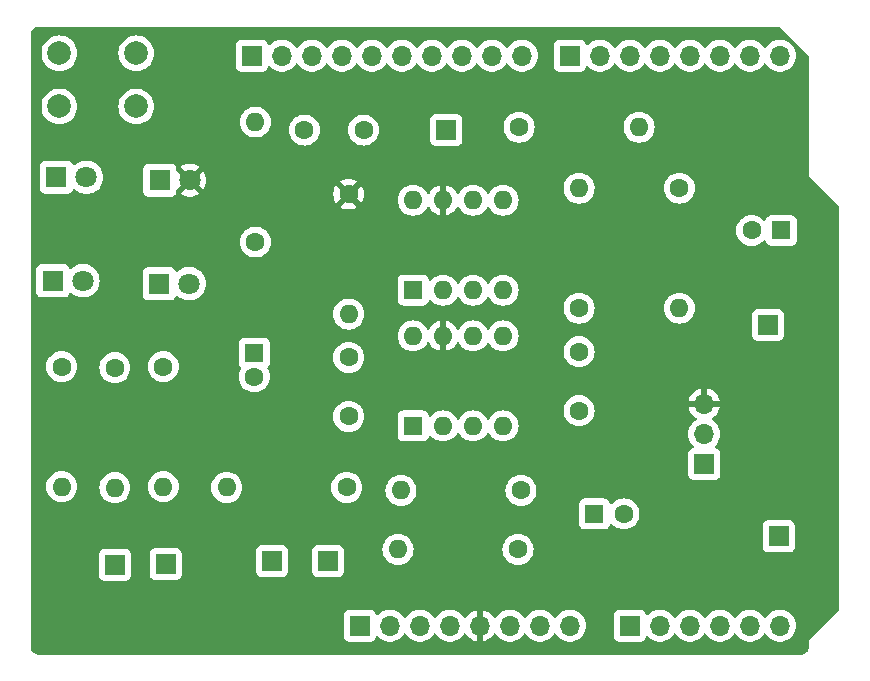
<source format=gbr>
%TF.GenerationSoftware,KiCad,Pcbnew,8.0.1*%
%TF.CreationDate,2024-05-23T19:57:17+02:00*%
%TF.ProjectId,Lab1,4c616231-2e6b-4696-9361-645f70636258,V0.1*%
%TF.SameCoordinates,Original*%
%TF.FileFunction,Copper,L3,Inr*%
%TF.FilePolarity,Positive*%
%FSLAX46Y46*%
G04 Gerber Fmt 4.6, Leading zero omitted, Abs format (unit mm)*
G04 Created by KiCad (PCBNEW 8.0.1) date 2024-05-23 19:57:17*
%MOMM*%
%LPD*%
G01*
G04 APERTURE LIST*
%TA.AperFunction,ComponentPad*%
%ADD10C,1.600000*%
%TD*%
%TA.AperFunction,ComponentPad*%
%ADD11O,1.600000X1.600000*%
%TD*%
%TA.AperFunction,ComponentPad*%
%ADD12R,1.700000X1.700000*%
%TD*%
%TA.AperFunction,ComponentPad*%
%ADD13R,1.800000X1.800000*%
%TD*%
%TA.AperFunction,ComponentPad*%
%ADD14C,1.800000*%
%TD*%
%TA.AperFunction,ComponentPad*%
%ADD15R,1.600000X1.600000*%
%TD*%
%TA.AperFunction,ComponentPad*%
%ADD16C,2.000000*%
%TD*%
%TA.AperFunction,ComponentPad*%
%ADD17O,1.700000X1.700000*%
%TD*%
G04 APERTURE END LIST*
D10*
%TO.N,Net-(C1-Pad1)*%
%TO.C,R3*%
X141330000Y-91000000D03*
D11*
%TO.N,Net-(OP1--)*%
X131170000Y-91000000D03*
%TD*%
D12*
%TO.N,Net-(OP1-+)*%
%TO.C,TP2*%
X107200000Y-92300000D03*
%TD*%
D10*
%TO.N,Net-(C5-Pad2)*%
%TO.C,R5*%
X155000000Y-60420000D03*
D11*
%TO.N,Net-(OP2--)*%
X155000000Y-70580000D03*
%TD*%
D12*
%TO.N,Net-(C6-Pad2)*%
%TO.C,TP6*%
X135250000Y-55500000D03*
%TD*%
%TO.N,Net-(C3-Pad2)*%
%TO.C,TP3*%
X162500000Y-72000000D03*
%TD*%
D10*
%TO.N,Net-(OP2--)*%
%TO.C,R6*%
X146500000Y-70580000D03*
D11*
%TO.N,Net-(C6-Pad2)*%
X146500000Y-60420000D03*
%TD*%
D13*
%TO.N,Net-(D3-K)*%
%TO.C,D3*%
X110960000Y-68500000D03*
D14*
%TO.N,LED_Green*%
X113500000Y-68500000D03*
%TD*%
D10*
%TO.N,Net-(OP1--)*%
%TO.C,C3*%
X146500000Y-79250000D03*
%TO.N,Net-(C3-Pad2)*%
X146500000Y-74250000D03*
%TD*%
D15*
%TO.N,Net-(C1-Pad1)*%
%TO.C,C1*%
X147800000Y-88000000D03*
D10*
%TO.N,Net-(J1-Pin_2)*%
X150300000Y-88000000D03*
%TD*%
D15*
%TO.N,unconnected-(OP2-NC-Pad1)*%
%TO.C,OP2*%
X132450000Y-69050000D03*
D11*
%TO.N,Net-(OP2--)*%
X134990000Y-69050000D03*
%TO.N,Net-(OP1-+)*%
X137530000Y-69050000D03*
%TO.N,GND*%
X140070000Y-69050000D03*
%TO.N,unconnected-(OP2-NC-Pad5)*%
X140070000Y-61430000D03*
%TO.N,Net-(C6-Pad2)*%
X137530000Y-61430000D03*
%TO.N,VCC*%
X134990000Y-61430000D03*
%TO.N,unconnected-(OP2-NC-Pad8)*%
X132450000Y-61430000D03*
%TD*%
D15*
%TO.N,Net-(C3-Pad2)*%
%TO.C,C5*%
X163617677Y-64000000D03*
D10*
%TO.N,Net-(C5-Pad2)*%
X161117677Y-64000000D03*
%TD*%
D15*
%TO.N,unconnected-(OP1-NC-Pad1)*%
%TO.C,OP1*%
X132450000Y-80550000D03*
D11*
%TO.N,Net-(OP1--)*%
X134990000Y-80550000D03*
%TO.N,Net-(OP1-+)*%
X137530000Y-80550000D03*
%TO.N,GND*%
X140070000Y-80550000D03*
%TO.N,unconnected-(OP1-NC-Pad5)*%
X140070000Y-72930000D03*
%TO.N,Net-(C3-Pad2)*%
X137530000Y-72930000D03*
%TO.N,VCC*%
X134990000Y-72930000D03*
%TO.N,unconnected-(OP1-NC-Pad8)*%
X132450000Y-72930000D03*
%TD*%
D10*
%TO.N,Net-(OP1--)*%
%TO.C,R4*%
X141580000Y-86000000D03*
D11*
%TO.N,Net-(C3-Pad2)*%
X131420000Y-86000000D03*
%TD*%
D10*
%TO.N,Net-(OP1-+)*%
%TO.C,C4*%
X127000000Y-74750000D03*
%TO.N,GND*%
X127000000Y-79750000D03*
%TD*%
D12*
%TO.N,Net-(J1-Pin_2)*%
%TO.C,TP1*%
X163400000Y-89900000D03*
%TD*%
D10*
%TO.N,Net-(D4-K)*%
%TO.C,R11*%
X119100000Y-64980000D03*
D11*
%TO.N,GND*%
X119100000Y-54820000D03*
%TD*%
D13*
%TO.N,Net-(D2-K)*%
%TO.C,D2*%
X101960000Y-68250000D03*
D14*
%TO.N,LED_Orange*%
X104500000Y-68250000D03*
%TD*%
D12*
%TO.N,GND*%
%TO.C,TP5*%
X120500000Y-92000000D03*
%TD*%
D10*
%TO.N,Net-(OP1-+)*%
%TO.C,R2*%
X126830000Y-85750000D03*
D11*
%TO.N,GND*%
X116670000Y-85750000D03*
%TD*%
D15*
%TO.N,Net-(OP1-+)*%
%TO.C,C2*%
X119000000Y-74382323D03*
D10*
%TO.N,GND*%
X119000000Y-76382323D03*
%TD*%
%TO.N,Net-(D2-K)*%
%TO.C,R9*%
X102700000Y-75520000D03*
D11*
%TO.N,GND*%
X102700000Y-85680000D03*
%TD*%
D12*
%TO.N,GND*%
%TO.C,TP7*%
X125250000Y-92000000D03*
%TD*%
D13*
%TO.N,Net-(D4-K)*%
%TO.C,D4*%
X111000000Y-59750000D03*
D14*
%TO.N,VCC*%
X113540000Y-59750000D03*
%TD*%
D16*
%TO.N,Push_Button*%
%TO.C,SW1*%
X109000000Y-53500000D03*
X102500000Y-53500000D03*
%TO.N,GND*%
X109000000Y-49000000D03*
X102500000Y-49000000D03*
%TD*%
D13*
%TO.N,Net-(D1-K)*%
%TO.C,D1*%
X102250000Y-59500000D03*
D14*
%TO.N,LED_Red*%
X104790000Y-59500000D03*
%TD*%
D10*
%TO.N,Net-(D3-K)*%
%TO.C,R10*%
X111300000Y-75520000D03*
D11*
%TO.N,GND*%
X111300000Y-85680000D03*
%TD*%
D10*
%TO.N,Net-(D1-K)*%
%TO.C,R8*%
X107200000Y-75620000D03*
D11*
%TO.N,GND*%
X107200000Y-85780000D03*
%TD*%
D10*
%TO.N,VCC*%
%TO.C,R1*%
X127000000Y-60920000D03*
D11*
%TO.N,Net-(OP1-+)*%
X127000000Y-71080000D03*
%TD*%
D10*
%TO.N,Net-(C6-Pad2)*%
%TO.C,R7*%
X141420000Y-55250000D03*
D11*
%TO.N,/Vout*%
X151580000Y-55250000D03*
%TD*%
D10*
%TO.N,Net-(OP2--)*%
%TO.C,C6*%
X123250000Y-55500000D03*
%TO.N,Net-(C6-Pad2)*%
X128250000Y-55500000D03*
%TD*%
D12*
%TO.N,GND*%
%TO.C,J1*%
X157100000Y-83775000D03*
D17*
%TO.N,Net-(J1-Pin_2)*%
X157100000Y-81235000D03*
%TO.N,VCC*%
X157100000Y-78695000D03*
%TD*%
D12*
%TO.N,GND*%
%TO.C,TP4*%
X111500000Y-92250000D03*
%TD*%
%TO.N,unconnected-(J2-Pin_1-Pad1)*%
%TO.C,J2*%
X127940000Y-97460000D03*
D17*
%TO.N,unconnected-(J2-Pin_2-Pad2)*%
X130480000Y-97460000D03*
%TO.N,unconnected-(J2-Pin_3-Pad3)*%
X133020000Y-97460000D03*
%TO.N,unconnected-(J2-Pin_4-Pad4)*%
X135560000Y-97460000D03*
%TO.N,VCC*%
X138100000Y-97460000D03*
%TO.N,GND*%
X140640000Y-97460000D03*
X143180000Y-97460000D03*
%TO.N,unconnected-(J2-Pin_8-Pad8)*%
X145720000Y-97460000D03*
%TD*%
D12*
%TO.N,/Vout*%
%TO.C,J3*%
X150800000Y-97460000D03*
D17*
%TO.N,unconnected-(J3-Pin_2-Pad2)*%
X153340000Y-97460000D03*
%TO.N,unconnected-(J3-Pin_3-Pad3)*%
X155880000Y-97460000D03*
%TO.N,unconnected-(J3-Pin_4-Pad4)*%
X158420000Y-97460000D03*
%TO.N,unconnected-(J3-Pin_5-Pad5)*%
X160960000Y-97460000D03*
%TO.N,unconnected-(J3-Pin_6-Pad6)*%
X163500000Y-97460000D03*
%TD*%
D12*
%TO.N,unconnected-(J4-Pin_1-Pad1)*%
%TO.C,J4*%
X118796000Y-49200000D03*
D17*
%TO.N,unconnected-(J4-Pin_2-Pad2)*%
X121336000Y-49200000D03*
%TO.N,unconnected-(J4-Pin_3-Pad3)*%
X123876000Y-49200000D03*
%TO.N,GND*%
X126416000Y-49200000D03*
%TO.N,unconnected-(J4-Pin_5-Pad5)*%
X128956000Y-49200000D03*
%TO.N,unconnected-(J4-Pin_6-Pad6)*%
X131496000Y-49200000D03*
%TO.N,unconnected-(J4-Pin_7-Pad7)*%
X134036000Y-49200000D03*
%TO.N,unconnected-(J4-Pin_8-Pad8)*%
X136576000Y-49200000D03*
%TO.N,unconnected-(J4-Pin_9-Pad9)*%
X139116000Y-49200000D03*
%TO.N,unconnected-(J4-Pin_10-Pad10)*%
X141656000Y-49200000D03*
%TD*%
D12*
%TO.N,Push_Button*%
%TO.C,J5*%
X145720000Y-49200000D03*
D17*
%TO.N,LED_Red*%
X148260000Y-49200000D03*
%TO.N,LED_Orange*%
X150800000Y-49200000D03*
%TO.N,LED_Green*%
X153340000Y-49200000D03*
%TO.N,unconnected-(J5-Pin_5-Pad5)*%
X155880000Y-49200000D03*
%TO.N,unconnected-(J5-Pin_6-Pad6)*%
X158420000Y-49200000D03*
%TO.N,unconnected-(J5-Pin_7-Pad7)*%
X160960000Y-49200000D03*
%TO.N,unconnected-(J5-Pin_8-Pad8)*%
X163500000Y-49200000D03*
%TD*%
%TA.AperFunction,Conductor*%
%TO.N,VCC*%
G36*
X163484404Y-46755185D02*
G01*
X163505046Y-46771819D01*
X165928181Y-49194954D01*
X165961666Y-49256277D01*
X165964500Y-49282635D01*
X165964500Y-59344982D01*
X165964500Y-59375018D01*
X165975994Y-59402767D01*
X165975995Y-59402768D01*
X168468181Y-61894954D01*
X168501666Y-61956277D01*
X168504500Y-61982635D01*
X168504500Y-96107364D01*
X168484815Y-96174403D01*
X168468181Y-96195045D01*
X165997233Y-98665994D01*
X165975995Y-98687231D01*
X165964500Y-98714982D01*
X165964500Y-99231907D01*
X165963903Y-99244062D01*
X165952505Y-99359778D01*
X165947763Y-99383618D01*
X165917832Y-99482290D01*
X165915789Y-99489024D01*
X165906486Y-99511482D01*
X165854561Y-99608627D01*
X165841056Y-99628839D01*
X165771176Y-99713988D01*
X165753988Y-99731176D01*
X165668839Y-99801056D01*
X165648627Y-99814561D01*
X165551482Y-99866486D01*
X165529028Y-99875787D01*
X165487028Y-99888528D01*
X165423618Y-99907763D01*
X165399778Y-99912505D01*
X165291162Y-99923203D01*
X165284060Y-99923903D01*
X165271907Y-99924500D01*
X100768093Y-99924500D01*
X100755939Y-99923903D01*
X100747995Y-99923120D01*
X100640221Y-99912505D01*
X100616381Y-99907763D01*
X100599445Y-99902625D01*
X100510968Y-99875786D01*
X100488517Y-99866486D01*
X100391372Y-99814561D01*
X100371160Y-99801056D01*
X100286011Y-99731176D01*
X100268823Y-99713988D01*
X100198943Y-99628839D01*
X100185438Y-99608627D01*
X100133510Y-99511476D01*
X100124215Y-99489037D01*
X100092234Y-99383612D01*
X100087494Y-99359777D01*
X100076097Y-99244061D01*
X100075500Y-99231907D01*
X100075500Y-98358654D01*
X126581500Y-98358654D01*
X126588011Y-98419202D01*
X126588011Y-98419204D01*
X126639111Y-98556204D01*
X126726739Y-98673261D01*
X126843796Y-98760889D01*
X126980799Y-98811989D01*
X127008050Y-98814918D01*
X127041345Y-98818499D01*
X127041362Y-98818500D01*
X128838638Y-98818500D01*
X128838654Y-98818499D01*
X128865692Y-98815591D01*
X128899201Y-98811989D01*
X129036204Y-98760889D01*
X129153261Y-98673261D01*
X129240889Y-98556204D01*
X129286138Y-98434887D01*
X129328009Y-98378956D01*
X129393474Y-98354539D01*
X129461746Y-98369391D01*
X129493545Y-98394236D01*
X129556760Y-98462906D01*
X129734424Y-98601189D01*
X129734425Y-98601189D01*
X129734427Y-98601191D01*
X129861135Y-98669761D01*
X129932426Y-98708342D01*
X130145365Y-98781444D01*
X130367431Y-98818500D01*
X130592569Y-98818500D01*
X130814635Y-98781444D01*
X131027574Y-98708342D01*
X131225576Y-98601189D01*
X131403240Y-98462906D01*
X131524594Y-98331082D01*
X131555715Y-98297276D01*
X131555715Y-98297275D01*
X131555722Y-98297268D01*
X131646193Y-98158790D01*
X131699338Y-98113437D01*
X131768569Y-98104013D01*
X131831905Y-98133515D01*
X131853804Y-98158787D01*
X131944278Y-98297268D01*
X131944283Y-98297273D01*
X131944284Y-98297276D01*
X132070968Y-98434889D01*
X132096760Y-98462906D01*
X132274424Y-98601189D01*
X132274425Y-98601189D01*
X132274427Y-98601191D01*
X132401135Y-98669761D01*
X132472426Y-98708342D01*
X132685365Y-98781444D01*
X132907431Y-98818500D01*
X133132569Y-98818500D01*
X133354635Y-98781444D01*
X133567574Y-98708342D01*
X133765576Y-98601189D01*
X133943240Y-98462906D01*
X134064594Y-98331082D01*
X134095715Y-98297276D01*
X134095715Y-98297275D01*
X134095722Y-98297268D01*
X134186193Y-98158790D01*
X134239338Y-98113437D01*
X134308569Y-98104013D01*
X134371905Y-98133515D01*
X134393804Y-98158787D01*
X134484278Y-98297268D01*
X134484283Y-98297273D01*
X134484284Y-98297276D01*
X134610968Y-98434889D01*
X134636760Y-98462906D01*
X134814424Y-98601189D01*
X134814425Y-98601189D01*
X134814427Y-98601191D01*
X134941135Y-98669761D01*
X135012426Y-98708342D01*
X135225365Y-98781444D01*
X135447431Y-98818500D01*
X135672569Y-98818500D01*
X135894635Y-98781444D01*
X136107574Y-98708342D01*
X136305576Y-98601189D01*
X136483240Y-98462906D01*
X136604594Y-98331082D01*
X136635715Y-98297276D01*
X136635715Y-98297275D01*
X136635722Y-98297268D01*
X136729749Y-98153347D01*
X136782894Y-98107994D01*
X136852125Y-98098570D01*
X136915461Y-98128072D01*
X136935130Y-98150048D01*
X137061890Y-98331078D01*
X137228917Y-98498105D01*
X137422421Y-98633600D01*
X137636507Y-98733429D01*
X137636516Y-98733433D01*
X137850000Y-98790634D01*
X137850000Y-97893012D01*
X137907007Y-97925925D01*
X138034174Y-97960000D01*
X138165826Y-97960000D01*
X138292993Y-97925925D01*
X138350000Y-97893012D01*
X138350000Y-98790633D01*
X138563483Y-98733433D01*
X138563492Y-98733429D01*
X138777578Y-98633600D01*
X138971082Y-98498105D01*
X139138105Y-98331082D01*
X139264868Y-98150048D01*
X139319445Y-98106423D01*
X139388944Y-98099231D01*
X139451298Y-98130753D01*
X139470251Y-98153350D01*
X139564276Y-98297265D01*
X139564284Y-98297276D01*
X139690968Y-98434889D01*
X139716760Y-98462906D01*
X139894424Y-98601189D01*
X139894425Y-98601189D01*
X139894427Y-98601191D01*
X140021135Y-98669761D01*
X140092426Y-98708342D01*
X140305365Y-98781444D01*
X140527431Y-98818500D01*
X140752569Y-98818500D01*
X140974635Y-98781444D01*
X141187574Y-98708342D01*
X141385576Y-98601189D01*
X141563240Y-98462906D01*
X141684594Y-98331082D01*
X141715715Y-98297276D01*
X141715715Y-98297275D01*
X141715722Y-98297268D01*
X141806193Y-98158790D01*
X141859338Y-98113437D01*
X141928569Y-98104013D01*
X141991905Y-98133515D01*
X142013804Y-98158787D01*
X142104278Y-98297268D01*
X142104283Y-98297273D01*
X142104284Y-98297276D01*
X142230968Y-98434889D01*
X142256760Y-98462906D01*
X142434424Y-98601189D01*
X142434425Y-98601189D01*
X142434427Y-98601191D01*
X142561135Y-98669761D01*
X142632426Y-98708342D01*
X142845365Y-98781444D01*
X143067431Y-98818500D01*
X143292569Y-98818500D01*
X143514635Y-98781444D01*
X143727574Y-98708342D01*
X143925576Y-98601189D01*
X144103240Y-98462906D01*
X144224594Y-98331082D01*
X144255715Y-98297276D01*
X144255715Y-98297275D01*
X144255722Y-98297268D01*
X144346193Y-98158790D01*
X144399338Y-98113437D01*
X144468569Y-98104013D01*
X144531905Y-98133515D01*
X144553804Y-98158787D01*
X144644278Y-98297268D01*
X144644283Y-98297273D01*
X144644284Y-98297276D01*
X144770968Y-98434889D01*
X144796760Y-98462906D01*
X144974424Y-98601189D01*
X144974425Y-98601189D01*
X144974427Y-98601191D01*
X145101135Y-98669761D01*
X145172426Y-98708342D01*
X145385365Y-98781444D01*
X145607431Y-98818500D01*
X145832569Y-98818500D01*
X146054635Y-98781444D01*
X146267574Y-98708342D01*
X146465576Y-98601189D01*
X146643240Y-98462906D01*
X146739212Y-98358654D01*
X149441500Y-98358654D01*
X149448011Y-98419202D01*
X149448011Y-98419204D01*
X149499111Y-98556204D01*
X149586739Y-98673261D01*
X149703796Y-98760889D01*
X149840799Y-98811989D01*
X149868050Y-98814918D01*
X149901345Y-98818499D01*
X149901362Y-98818500D01*
X151698638Y-98818500D01*
X151698654Y-98818499D01*
X151725692Y-98815591D01*
X151759201Y-98811989D01*
X151896204Y-98760889D01*
X152013261Y-98673261D01*
X152100889Y-98556204D01*
X152146138Y-98434887D01*
X152188009Y-98378956D01*
X152253474Y-98354539D01*
X152321746Y-98369391D01*
X152353545Y-98394236D01*
X152416760Y-98462906D01*
X152594424Y-98601189D01*
X152594425Y-98601189D01*
X152594427Y-98601191D01*
X152721135Y-98669761D01*
X152792426Y-98708342D01*
X153005365Y-98781444D01*
X153227431Y-98818500D01*
X153452569Y-98818500D01*
X153674635Y-98781444D01*
X153887574Y-98708342D01*
X154085576Y-98601189D01*
X154263240Y-98462906D01*
X154384594Y-98331082D01*
X154415715Y-98297276D01*
X154415715Y-98297275D01*
X154415722Y-98297268D01*
X154506193Y-98158790D01*
X154559338Y-98113437D01*
X154628569Y-98104013D01*
X154691905Y-98133515D01*
X154713804Y-98158787D01*
X154804278Y-98297268D01*
X154804283Y-98297273D01*
X154804284Y-98297276D01*
X154930968Y-98434889D01*
X154956760Y-98462906D01*
X155134424Y-98601189D01*
X155134425Y-98601189D01*
X155134427Y-98601191D01*
X155261135Y-98669761D01*
X155332426Y-98708342D01*
X155545365Y-98781444D01*
X155767431Y-98818500D01*
X155992569Y-98818500D01*
X156214635Y-98781444D01*
X156427574Y-98708342D01*
X156625576Y-98601189D01*
X156803240Y-98462906D01*
X156924594Y-98331082D01*
X156955715Y-98297276D01*
X156955715Y-98297275D01*
X156955722Y-98297268D01*
X157046193Y-98158790D01*
X157099338Y-98113437D01*
X157168569Y-98104013D01*
X157231905Y-98133515D01*
X157253804Y-98158787D01*
X157344278Y-98297268D01*
X157344283Y-98297273D01*
X157344284Y-98297276D01*
X157470968Y-98434889D01*
X157496760Y-98462906D01*
X157674424Y-98601189D01*
X157674425Y-98601189D01*
X157674427Y-98601191D01*
X157801135Y-98669761D01*
X157872426Y-98708342D01*
X158085365Y-98781444D01*
X158307431Y-98818500D01*
X158532569Y-98818500D01*
X158754635Y-98781444D01*
X158967574Y-98708342D01*
X159165576Y-98601189D01*
X159343240Y-98462906D01*
X159464594Y-98331082D01*
X159495715Y-98297276D01*
X159495715Y-98297275D01*
X159495722Y-98297268D01*
X159586193Y-98158790D01*
X159639338Y-98113437D01*
X159708569Y-98104013D01*
X159771905Y-98133515D01*
X159793804Y-98158787D01*
X159884278Y-98297268D01*
X159884283Y-98297273D01*
X159884284Y-98297276D01*
X160010968Y-98434889D01*
X160036760Y-98462906D01*
X160214424Y-98601189D01*
X160214425Y-98601189D01*
X160214427Y-98601191D01*
X160341135Y-98669761D01*
X160412426Y-98708342D01*
X160625365Y-98781444D01*
X160847431Y-98818500D01*
X161072569Y-98818500D01*
X161294635Y-98781444D01*
X161507574Y-98708342D01*
X161705576Y-98601189D01*
X161883240Y-98462906D01*
X162004594Y-98331082D01*
X162035715Y-98297276D01*
X162035715Y-98297275D01*
X162035722Y-98297268D01*
X162126193Y-98158790D01*
X162179338Y-98113437D01*
X162248569Y-98104013D01*
X162311905Y-98133515D01*
X162333804Y-98158787D01*
X162424278Y-98297268D01*
X162424283Y-98297273D01*
X162424284Y-98297276D01*
X162550968Y-98434889D01*
X162576760Y-98462906D01*
X162754424Y-98601189D01*
X162754425Y-98601189D01*
X162754427Y-98601191D01*
X162881135Y-98669761D01*
X162952426Y-98708342D01*
X163165365Y-98781444D01*
X163387431Y-98818500D01*
X163612569Y-98818500D01*
X163834635Y-98781444D01*
X164047574Y-98708342D01*
X164245576Y-98601189D01*
X164423240Y-98462906D01*
X164544594Y-98331082D01*
X164575715Y-98297276D01*
X164575717Y-98297273D01*
X164575722Y-98297268D01*
X164698860Y-98108791D01*
X164789296Y-97902616D01*
X164844564Y-97684368D01*
X164847164Y-97652993D01*
X164863156Y-97460005D01*
X164863156Y-97459994D01*
X164844565Y-97235640D01*
X164844563Y-97235628D01*
X164789296Y-97017385D01*
X164779071Y-96994075D01*
X164698860Y-96811209D01*
X164682706Y-96786484D01*
X164575723Y-96622734D01*
X164575715Y-96622723D01*
X164423243Y-96457097D01*
X164423238Y-96457092D01*
X164245577Y-96318812D01*
X164245572Y-96318808D01*
X164047580Y-96211661D01*
X164047577Y-96211659D01*
X164047574Y-96211658D01*
X164047571Y-96211657D01*
X164047569Y-96211656D01*
X163834637Y-96138556D01*
X163612569Y-96101500D01*
X163387431Y-96101500D01*
X163165362Y-96138556D01*
X162952430Y-96211656D01*
X162952419Y-96211661D01*
X162754427Y-96318808D01*
X162754422Y-96318812D01*
X162576761Y-96457092D01*
X162576756Y-96457097D01*
X162424284Y-96622723D01*
X162424276Y-96622734D01*
X162333808Y-96761206D01*
X162280662Y-96806562D01*
X162211431Y-96815986D01*
X162148095Y-96786484D01*
X162126192Y-96761206D01*
X162035723Y-96622734D01*
X162035715Y-96622723D01*
X161883243Y-96457097D01*
X161883238Y-96457092D01*
X161705577Y-96318812D01*
X161705572Y-96318808D01*
X161507580Y-96211661D01*
X161507577Y-96211659D01*
X161507574Y-96211658D01*
X161507571Y-96211657D01*
X161507569Y-96211656D01*
X161294637Y-96138556D01*
X161072569Y-96101500D01*
X160847431Y-96101500D01*
X160625362Y-96138556D01*
X160412430Y-96211656D01*
X160412419Y-96211661D01*
X160214427Y-96318808D01*
X160214422Y-96318812D01*
X160036761Y-96457092D01*
X160036756Y-96457097D01*
X159884284Y-96622723D01*
X159884276Y-96622734D01*
X159793808Y-96761206D01*
X159740662Y-96806562D01*
X159671431Y-96815986D01*
X159608095Y-96786484D01*
X159586192Y-96761206D01*
X159495723Y-96622734D01*
X159495715Y-96622723D01*
X159343243Y-96457097D01*
X159343238Y-96457092D01*
X159165577Y-96318812D01*
X159165572Y-96318808D01*
X158967580Y-96211661D01*
X158967577Y-96211659D01*
X158967574Y-96211658D01*
X158967571Y-96211657D01*
X158967569Y-96211656D01*
X158754637Y-96138556D01*
X158532569Y-96101500D01*
X158307431Y-96101500D01*
X158085362Y-96138556D01*
X157872430Y-96211656D01*
X157872419Y-96211661D01*
X157674427Y-96318808D01*
X157674422Y-96318812D01*
X157496761Y-96457092D01*
X157496756Y-96457097D01*
X157344284Y-96622723D01*
X157344276Y-96622734D01*
X157253808Y-96761206D01*
X157200662Y-96806562D01*
X157131431Y-96815986D01*
X157068095Y-96786484D01*
X157046192Y-96761206D01*
X156955723Y-96622734D01*
X156955715Y-96622723D01*
X156803243Y-96457097D01*
X156803238Y-96457092D01*
X156625577Y-96318812D01*
X156625572Y-96318808D01*
X156427580Y-96211661D01*
X156427577Y-96211659D01*
X156427574Y-96211658D01*
X156427571Y-96211657D01*
X156427569Y-96211656D01*
X156214637Y-96138556D01*
X155992569Y-96101500D01*
X155767431Y-96101500D01*
X155545362Y-96138556D01*
X155332430Y-96211656D01*
X155332419Y-96211661D01*
X155134427Y-96318808D01*
X155134422Y-96318812D01*
X154956761Y-96457092D01*
X154956756Y-96457097D01*
X154804284Y-96622723D01*
X154804276Y-96622734D01*
X154713808Y-96761206D01*
X154660662Y-96806562D01*
X154591431Y-96815986D01*
X154528095Y-96786484D01*
X154506192Y-96761206D01*
X154415723Y-96622734D01*
X154415715Y-96622723D01*
X154263243Y-96457097D01*
X154263238Y-96457092D01*
X154085577Y-96318812D01*
X154085572Y-96318808D01*
X153887580Y-96211661D01*
X153887577Y-96211659D01*
X153887574Y-96211658D01*
X153887571Y-96211657D01*
X153887569Y-96211656D01*
X153674637Y-96138556D01*
X153452569Y-96101500D01*
X153227431Y-96101500D01*
X153005362Y-96138556D01*
X152792430Y-96211656D01*
X152792419Y-96211661D01*
X152594427Y-96318808D01*
X152594422Y-96318812D01*
X152416761Y-96457092D01*
X152353548Y-96525760D01*
X152293661Y-96561750D01*
X152223823Y-96559649D01*
X152166207Y-96520124D01*
X152146138Y-96485110D01*
X152100889Y-96363796D01*
X152067214Y-96318812D01*
X152013261Y-96246739D01*
X151896204Y-96159111D01*
X151895172Y-96158726D01*
X151759203Y-96108011D01*
X151698654Y-96101500D01*
X151698638Y-96101500D01*
X149901362Y-96101500D01*
X149901345Y-96101500D01*
X149840797Y-96108011D01*
X149840795Y-96108011D01*
X149703795Y-96159111D01*
X149586739Y-96246739D01*
X149499111Y-96363795D01*
X149448011Y-96500795D01*
X149448011Y-96500797D01*
X149441500Y-96561345D01*
X149441500Y-98358654D01*
X146739212Y-98358654D01*
X146764594Y-98331082D01*
X146795715Y-98297276D01*
X146795717Y-98297273D01*
X146795722Y-98297268D01*
X146918860Y-98108791D01*
X147009296Y-97902616D01*
X147064564Y-97684368D01*
X147067164Y-97652993D01*
X147083156Y-97460005D01*
X147083156Y-97459994D01*
X147064565Y-97235640D01*
X147064563Y-97235628D01*
X147009296Y-97017385D01*
X146999071Y-96994075D01*
X146918860Y-96811209D01*
X146902706Y-96786484D01*
X146795723Y-96622734D01*
X146795715Y-96622723D01*
X146643243Y-96457097D01*
X146643238Y-96457092D01*
X146465577Y-96318812D01*
X146465572Y-96318808D01*
X146267580Y-96211661D01*
X146267577Y-96211659D01*
X146267574Y-96211658D01*
X146267571Y-96211657D01*
X146267569Y-96211656D01*
X146054637Y-96138556D01*
X145832569Y-96101500D01*
X145607431Y-96101500D01*
X145385362Y-96138556D01*
X145172430Y-96211656D01*
X145172419Y-96211661D01*
X144974427Y-96318808D01*
X144974422Y-96318812D01*
X144796761Y-96457092D01*
X144796756Y-96457097D01*
X144644284Y-96622723D01*
X144644276Y-96622734D01*
X144553808Y-96761206D01*
X144500662Y-96806562D01*
X144431431Y-96815986D01*
X144368095Y-96786484D01*
X144346192Y-96761206D01*
X144255723Y-96622734D01*
X144255715Y-96622723D01*
X144103243Y-96457097D01*
X144103238Y-96457092D01*
X143925577Y-96318812D01*
X143925572Y-96318808D01*
X143727580Y-96211661D01*
X143727577Y-96211659D01*
X143727574Y-96211658D01*
X143727571Y-96211657D01*
X143727569Y-96211656D01*
X143514637Y-96138556D01*
X143292569Y-96101500D01*
X143067431Y-96101500D01*
X142845362Y-96138556D01*
X142632430Y-96211656D01*
X142632419Y-96211661D01*
X142434427Y-96318808D01*
X142434422Y-96318812D01*
X142256761Y-96457092D01*
X142256756Y-96457097D01*
X142104284Y-96622723D01*
X142104276Y-96622734D01*
X142013808Y-96761206D01*
X141960662Y-96806562D01*
X141891431Y-96815986D01*
X141828095Y-96786484D01*
X141806192Y-96761206D01*
X141715723Y-96622734D01*
X141715715Y-96622723D01*
X141563243Y-96457097D01*
X141563238Y-96457092D01*
X141385577Y-96318812D01*
X141385572Y-96318808D01*
X141187580Y-96211661D01*
X141187577Y-96211659D01*
X141187574Y-96211658D01*
X141187571Y-96211657D01*
X141187569Y-96211656D01*
X140974637Y-96138556D01*
X140752569Y-96101500D01*
X140527431Y-96101500D01*
X140305362Y-96138556D01*
X140092430Y-96211656D01*
X140092419Y-96211661D01*
X139894427Y-96318808D01*
X139894422Y-96318812D01*
X139716761Y-96457092D01*
X139716756Y-96457097D01*
X139564284Y-96622723D01*
X139564276Y-96622734D01*
X139470251Y-96766650D01*
X139417105Y-96812007D01*
X139347873Y-96821430D01*
X139284538Y-96791928D01*
X139264868Y-96769951D01*
X139138113Y-96588926D01*
X139138108Y-96588920D01*
X138971082Y-96421894D01*
X138777578Y-96286399D01*
X138563492Y-96186570D01*
X138563486Y-96186567D01*
X138350000Y-96129364D01*
X138350000Y-97026988D01*
X138292993Y-96994075D01*
X138165826Y-96960000D01*
X138034174Y-96960000D01*
X137907007Y-96994075D01*
X137850000Y-97026988D01*
X137850000Y-96129364D01*
X137849999Y-96129364D01*
X137636513Y-96186567D01*
X137636507Y-96186570D01*
X137422422Y-96286399D01*
X137422420Y-96286400D01*
X137228926Y-96421886D01*
X137228920Y-96421891D01*
X137061891Y-96588920D01*
X137061890Y-96588922D01*
X136935131Y-96769952D01*
X136880554Y-96813577D01*
X136811055Y-96820769D01*
X136748701Y-96789247D01*
X136729752Y-96766656D01*
X136635722Y-96622732D01*
X136635715Y-96622725D01*
X136635715Y-96622723D01*
X136483243Y-96457097D01*
X136483238Y-96457092D01*
X136305577Y-96318812D01*
X136305572Y-96318808D01*
X136107580Y-96211661D01*
X136107577Y-96211659D01*
X136107574Y-96211658D01*
X136107571Y-96211657D01*
X136107569Y-96211656D01*
X135894637Y-96138556D01*
X135672569Y-96101500D01*
X135447431Y-96101500D01*
X135225362Y-96138556D01*
X135012430Y-96211656D01*
X135012419Y-96211661D01*
X134814427Y-96318808D01*
X134814422Y-96318812D01*
X134636761Y-96457092D01*
X134636756Y-96457097D01*
X134484284Y-96622723D01*
X134484276Y-96622734D01*
X134393808Y-96761206D01*
X134340662Y-96806562D01*
X134271431Y-96815986D01*
X134208095Y-96786484D01*
X134186192Y-96761206D01*
X134095723Y-96622734D01*
X134095715Y-96622723D01*
X133943243Y-96457097D01*
X133943238Y-96457092D01*
X133765577Y-96318812D01*
X133765572Y-96318808D01*
X133567580Y-96211661D01*
X133567577Y-96211659D01*
X133567574Y-96211658D01*
X133567571Y-96211657D01*
X133567569Y-96211656D01*
X133354637Y-96138556D01*
X133132569Y-96101500D01*
X132907431Y-96101500D01*
X132685362Y-96138556D01*
X132472430Y-96211656D01*
X132472419Y-96211661D01*
X132274427Y-96318808D01*
X132274422Y-96318812D01*
X132096761Y-96457092D01*
X132096756Y-96457097D01*
X131944284Y-96622723D01*
X131944276Y-96622734D01*
X131853808Y-96761206D01*
X131800662Y-96806562D01*
X131731431Y-96815986D01*
X131668095Y-96786484D01*
X131646192Y-96761206D01*
X131555723Y-96622734D01*
X131555715Y-96622723D01*
X131403243Y-96457097D01*
X131403238Y-96457092D01*
X131225577Y-96318812D01*
X131225572Y-96318808D01*
X131027580Y-96211661D01*
X131027577Y-96211659D01*
X131027574Y-96211658D01*
X131027571Y-96211657D01*
X131027569Y-96211656D01*
X130814637Y-96138556D01*
X130592569Y-96101500D01*
X130367431Y-96101500D01*
X130145362Y-96138556D01*
X129932430Y-96211656D01*
X129932419Y-96211661D01*
X129734427Y-96318808D01*
X129734422Y-96318812D01*
X129556761Y-96457092D01*
X129493548Y-96525760D01*
X129433661Y-96561750D01*
X129363823Y-96559649D01*
X129306207Y-96520124D01*
X129286138Y-96485110D01*
X129240889Y-96363796D01*
X129207214Y-96318812D01*
X129153261Y-96246739D01*
X129036204Y-96159111D01*
X129035172Y-96158726D01*
X128899203Y-96108011D01*
X128838654Y-96101500D01*
X128838638Y-96101500D01*
X127041362Y-96101500D01*
X127041345Y-96101500D01*
X126980797Y-96108011D01*
X126980795Y-96108011D01*
X126843795Y-96159111D01*
X126726739Y-96246739D01*
X126639111Y-96363795D01*
X126588011Y-96500795D01*
X126588011Y-96500797D01*
X126581500Y-96561345D01*
X126581500Y-98358654D01*
X100075500Y-98358654D01*
X100075500Y-93198654D01*
X105841500Y-93198654D01*
X105848011Y-93259202D01*
X105848011Y-93259204D01*
X105885048Y-93358500D01*
X105899111Y-93396204D01*
X105986739Y-93513261D01*
X106103796Y-93600889D01*
X106240799Y-93651989D01*
X106268050Y-93654918D01*
X106301345Y-93658499D01*
X106301362Y-93658500D01*
X108098638Y-93658500D01*
X108098654Y-93658499D01*
X108125692Y-93655591D01*
X108159201Y-93651989D01*
X108296204Y-93600889D01*
X108413261Y-93513261D01*
X108500889Y-93396204D01*
X108551989Y-93259201D01*
X108556928Y-93213260D01*
X108558499Y-93198654D01*
X108558500Y-93198637D01*
X108558500Y-93148654D01*
X110141500Y-93148654D01*
X110148011Y-93209202D01*
X110148011Y-93209204D01*
X110182209Y-93300889D01*
X110199111Y-93346204D01*
X110286739Y-93463261D01*
X110403796Y-93550889D01*
X110540799Y-93601989D01*
X110568050Y-93604918D01*
X110601345Y-93608499D01*
X110601362Y-93608500D01*
X112398638Y-93608500D01*
X112398654Y-93608499D01*
X112425692Y-93605591D01*
X112459201Y-93601989D01*
X112596204Y-93550889D01*
X112713261Y-93463261D01*
X112800889Y-93346204D01*
X112851989Y-93209201D01*
X112855591Y-93175692D01*
X112858499Y-93148654D01*
X112858500Y-93148637D01*
X112858500Y-92898654D01*
X119141500Y-92898654D01*
X119148011Y-92959202D01*
X119148011Y-92959204D01*
X119199111Y-93096204D01*
X119286739Y-93213261D01*
X119403796Y-93300889D01*
X119540799Y-93351989D01*
X119568050Y-93354918D01*
X119601345Y-93358499D01*
X119601362Y-93358500D01*
X121398638Y-93358500D01*
X121398654Y-93358499D01*
X121425692Y-93355591D01*
X121459201Y-93351989D01*
X121596204Y-93300889D01*
X121713261Y-93213261D01*
X121800889Y-93096204D01*
X121851989Y-92959201D01*
X121855591Y-92925692D01*
X121858499Y-92898654D01*
X123891500Y-92898654D01*
X123898011Y-92959202D01*
X123898011Y-92959204D01*
X123949111Y-93096204D01*
X124036739Y-93213261D01*
X124153796Y-93300889D01*
X124290799Y-93351989D01*
X124318050Y-93354918D01*
X124351345Y-93358499D01*
X124351362Y-93358500D01*
X126148638Y-93358500D01*
X126148654Y-93358499D01*
X126175692Y-93355591D01*
X126209201Y-93351989D01*
X126346204Y-93300889D01*
X126463261Y-93213261D01*
X126550889Y-93096204D01*
X126601989Y-92959201D01*
X126605591Y-92925692D01*
X126608499Y-92898654D01*
X126608500Y-92898637D01*
X126608500Y-91101362D01*
X126608499Y-91101345D01*
X126605157Y-91070270D01*
X126601989Y-91040799D01*
X126586772Y-91000001D01*
X129856502Y-91000001D01*
X129876456Y-91228081D01*
X129876457Y-91228089D01*
X129935714Y-91449238D01*
X129935718Y-91449249D01*
X130032475Y-91656745D01*
X130032477Y-91656749D01*
X130163802Y-91844300D01*
X130325700Y-92006198D01*
X130513251Y-92137523D01*
X130638091Y-92195736D01*
X130720750Y-92234281D01*
X130720752Y-92234281D01*
X130720757Y-92234284D01*
X130941913Y-92293543D01*
X131104832Y-92307796D01*
X131169998Y-92313498D01*
X131170000Y-92313498D01*
X131170002Y-92313498D01*
X131227021Y-92308509D01*
X131398087Y-92293543D01*
X131619243Y-92234284D01*
X131826749Y-92137523D01*
X132014300Y-92006198D01*
X132176198Y-91844300D01*
X132307523Y-91656749D01*
X132404284Y-91449243D01*
X132463543Y-91228087D01*
X132483498Y-91000001D01*
X140016502Y-91000001D01*
X140036456Y-91228081D01*
X140036457Y-91228089D01*
X140095714Y-91449238D01*
X140095718Y-91449249D01*
X140192475Y-91656745D01*
X140192477Y-91656749D01*
X140323802Y-91844300D01*
X140485700Y-92006198D01*
X140673251Y-92137523D01*
X140798091Y-92195736D01*
X140880750Y-92234281D01*
X140880752Y-92234281D01*
X140880757Y-92234284D01*
X141101913Y-92293543D01*
X141264832Y-92307796D01*
X141329998Y-92313498D01*
X141330000Y-92313498D01*
X141330002Y-92313498D01*
X141387021Y-92308509D01*
X141558087Y-92293543D01*
X141779243Y-92234284D01*
X141986749Y-92137523D01*
X142174300Y-92006198D01*
X142336198Y-91844300D01*
X142467523Y-91656749D01*
X142564284Y-91449243D01*
X142623543Y-91228087D01*
X142643498Y-91000000D01*
X142625883Y-90798654D01*
X162041500Y-90798654D01*
X162048011Y-90859202D01*
X162048011Y-90859204D01*
X162081546Y-90949111D01*
X162099111Y-90996204D01*
X162186739Y-91113261D01*
X162303796Y-91200889D01*
X162440799Y-91251989D01*
X162468050Y-91254918D01*
X162501345Y-91258499D01*
X162501362Y-91258500D01*
X164298638Y-91258500D01*
X164298654Y-91258499D01*
X164325692Y-91255591D01*
X164359201Y-91251989D01*
X164496204Y-91200889D01*
X164613261Y-91113261D01*
X164700889Y-90996204D01*
X164751989Y-90859201D01*
X164755591Y-90825692D01*
X164758499Y-90798654D01*
X164758500Y-90798637D01*
X164758500Y-89001362D01*
X164758499Y-89001345D01*
X164755157Y-88970270D01*
X164751989Y-88940799D01*
X164740203Y-88909201D01*
X164717614Y-88848638D01*
X164700889Y-88803796D01*
X164613261Y-88686739D01*
X164496204Y-88599111D01*
X164359203Y-88548011D01*
X164298654Y-88541500D01*
X164298638Y-88541500D01*
X162501362Y-88541500D01*
X162501345Y-88541500D01*
X162440797Y-88548011D01*
X162440795Y-88548011D01*
X162303795Y-88599111D01*
X162186739Y-88686739D01*
X162099111Y-88803795D01*
X162048011Y-88940795D01*
X162048011Y-88940797D01*
X162041500Y-89001345D01*
X162041500Y-90798654D01*
X142625883Y-90798654D01*
X142623543Y-90771913D01*
X142564284Y-90550757D01*
X142467523Y-90343251D01*
X142336198Y-90155700D01*
X142174300Y-89993802D01*
X141986749Y-89862477D01*
X141986745Y-89862475D01*
X141779249Y-89765718D01*
X141779238Y-89765714D01*
X141558089Y-89706457D01*
X141558081Y-89706456D01*
X141330002Y-89686502D01*
X141329998Y-89686502D01*
X141101918Y-89706456D01*
X141101910Y-89706457D01*
X140880761Y-89765714D01*
X140880750Y-89765718D01*
X140673254Y-89862475D01*
X140673252Y-89862476D01*
X140673251Y-89862477D01*
X140485700Y-89993802D01*
X140485698Y-89993803D01*
X140485695Y-89993806D01*
X140323806Y-90155695D01*
X140192476Y-90343252D01*
X140192475Y-90343254D01*
X140095718Y-90550750D01*
X140095714Y-90550761D01*
X140036457Y-90771910D01*
X140036456Y-90771918D01*
X140016502Y-90999998D01*
X140016502Y-91000001D01*
X132483498Y-91000001D01*
X132483498Y-91000000D01*
X132463543Y-90771913D01*
X132404284Y-90550757D01*
X132307523Y-90343251D01*
X132176198Y-90155700D01*
X132014300Y-89993802D01*
X131826749Y-89862477D01*
X131826745Y-89862475D01*
X131619249Y-89765718D01*
X131619238Y-89765714D01*
X131398089Y-89706457D01*
X131398081Y-89706456D01*
X131170002Y-89686502D01*
X131169998Y-89686502D01*
X130941918Y-89706456D01*
X130941910Y-89706457D01*
X130720761Y-89765714D01*
X130720750Y-89765718D01*
X130513254Y-89862475D01*
X130513252Y-89862476D01*
X130513251Y-89862477D01*
X130325700Y-89993802D01*
X130325698Y-89993803D01*
X130325695Y-89993806D01*
X130163806Y-90155695D01*
X130032476Y-90343252D01*
X130032475Y-90343254D01*
X129935718Y-90550750D01*
X129935714Y-90550761D01*
X129876457Y-90771910D01*
X129876456Y-90771918D01*
X129856502Y-90999998D01*
X129856502Y-91000001D01*
X126586772Y-91000001D01*
X126550889Y-90903796D01*
X126463261Y-90786739D01*
X126346204Y-90699111D01*
X126209203Y-90648011D01*
X126148654Y-90641500D01*
X126148638Y-90641500D01*
X124351362Y-90641500D01*
X124351345Y-90641500D01*
X124290797Y-90648011D01*
X124290795Y-90648011D01*
X124153795Y-90699111D01*
X124036739Y-90786739D01*
X123949111Y-90903795D01*
X123898011Y-91040795D01*
X123898011Y-91040797D01*
X123891500Y-91101345D01*
X123891500Y-92898654D01*
X121858499Y-92898654D01*
X121858500Y-92898637D01*
X121858500Y-91101362D01*
X121858499Y-91101345D01*
X121855157Y-91070270D01*
X121851989Y-91040799D01*
X121800889Y-90903796D01*
X121713261Y-90786739D01*
X121596204Y-90699111D01*
X121459203Y-90648011D01*
X121398654Y-90641500D01*
X121398638Y-90641500D01*
X119601362Y-90641500D01*
X119601345Y-90641500D01*
X119540797Y-90648011D01*
X119540795Y-90648011D01*
X119403795Y-90699111D01*
X119286739Y-90786739D01*
X119199111Y-90903795D01*
X119148011Y-91040795D01*
X119148011Y-91040797D01*
X119141500Y-91101345D01*
X119141500Y-92898654D01*
X112858500Y-92898654D01*
X112858500Y-91351362D01*
X112858499Y-91351345D01*
X112855157Y-91320270D01*
X112851989Y-91290799D01*
X112837513Y-91251989D01*
X112818454Y-91200889D01*
X112800889Y-91153796D01*
X112713261Y-91036739D01*
X112596204Y-90949111D01*
X112593255Y-90948011D01*
X112459203Y-90898011D01*
X112398654Y-90891500D01*
X112398638Y-90891500D01*
X110601362Y-90891500D01*
X110601345Y-90891500D01*
X110540797Y-90898011D01*
X110540795Y-90898011D01*
X110403795Y-90949111D01*
X110286739Y-91036739D01*
X110199111Y-91153795D01*
X110148011Y-91290795D01*
X110148011Y-91290797D01*
X110141500Y-91351345D01*
X110141500Y-93148654D01*
X108558500Y-93148654D01*
X108558500Y-91401362D01*
X108558499Y-91401345D01*
X108555157Y-91370270D01*
X108551989Y-91340799D01*
X108500889Y-91203796D01*
X108413261Y-91086739D01*
X108296204Y-90999111D01*
X108288410Y-90996204D01*
X108159203Y-90948011D01*
X108098654Y-90941500D01*
X108098638Y-90941500D01*
X106301362Y-90941500D01*
X106301345Y-90941500D01*
X106240797Y-90948011D01*
X106240795Y-90948011D01*
X106103795Y-90999111D01*
X105986739Y-91086739D01*
X105899111Y-91203795D01*
X105848011Y-91340795D01*
X105848011Y-91340797D01*
X105841500Y-91401345D01*
X105841500Y-93198654D01*
X100075500Y-93198654D01*
X100075500Y-88848654D01*
X146491500Y-88848654D01*
X146498011Y-88909202D01*
X146498011Y-88909204D01*
X146534189Y-89006198D01*
X146549111Y-89046204D01*
X146636739Y-89163261D01*
X146753796Y-89250889D01*
X146890799Y-89301989D01*
X146918050Y-89304918D01*
X146951345Y-89308499D01*
X146951362Y-89308500D01*
X148648638Y-89308500D01*
X148648654Y-89308499D01*
X148675692Y-89305591D01*
X148709201Y-89301989D01*
X148846204Y-89250889D01*
X148963261Y-89163261D01*
X149050889Y-89046204D01*
X149068888Y-88997946D01*
X149104300Y-88903007D01*
X149146171Y-88847073D01*
X149211636Y-88822657D01*
X149279909Y-88837509D01*
X149308162Y-88858660D01*
X149455700Y-89006198D01*
X149643251Y-89137523D01*
X149698445Y-89163260D01*
X149850750Y-89234281D01*
X149850752Y-89234281D01*
X149850757Y-89234284D01*
X150071913Y-89293543D01*
X150234832Y-89307796D01*
X150299998Y-89313498D01*
X150300000Y-89313498D01*
X150300002Y-89313498D01*
X150357139Y-89308499D01*
X150528087Y-89293543D01*
X150749243Y-89234284D01*
X150956749Y-89137523D01*
X151144300Y-89006198D01*
X151306198Y-88844300D01*
X151437523Y-88656749D01*
X151534284Y-88449243D01*
X151593543Y-88228087D01*
X151613498Y-88000000D01*
X151593543Y-87771913D01*
X151534284Y-87550757D01*
X151437523Y-87343251D01*
X151306198Y-87155700D01*
X151144300Y-86993802D01*
X150956749Y-86862477D01*
X150917777Y-86844304D01*
X150749249Y-86765718D01*
X150749238Y-86765714D01*
X150528089Y-86706457D01*
X150528081Y-86706456D01*
X150300002Y-86686502D01*
X150299998Y-86686502D01*
X150071918Y-86706456D01*
X150071910Y-86706457D01*
X149850761Y-86765714D01*
X149850750Y-86765718D01*
X149643254Y-86862475D01*
X149643252Y-86862476D01*
X149607480Y-86887524D01*
X149456135Y-86993498D01*
X149455699Y-86993803D01*
X149308162Y-87141340D01*
X149246839Y-87174824D01*
X149177147Y-87169840D01*
X149121214Y-87127968D01*
X149104300Y-87096993D01*
X149065811Y-86993803D01*
X149050889Y-86953796D01*
X148963261Y-86836739D01*
X148846204Y-86749111D01*
X148709203Y-86698011D01*
X148648654Y-86691500D01*
X148648638Y-86691500D01*
X146951362Y-86691500D01*
X146951345Y-86691500D01*
X146890797Y-86698011D01*
X146890795Y-86698011D01*
X146753795Y-86749111D01*
X146636739Y-86836739D01*
X146549111Y-86953795D01*
X146498011Y-87090795D01*
X146498011Y-87090797D01*
X146491500Y-87151345D01*
X146491500Y-88848654D01*
X100075500Y-88848654D01*
X100075500Y-85680001D01*
X101386502Y-85680001D01*
X101406456Y-85908081D01*
X101406457Y-85908089D01*
X101465714Y-86129238D01*
X101465718Y-86129249D01*
X101511807Y-86228087D01*
X101562477Y-86336749D01*
X101693802Y-86524300D01*
X101855700Y-86686198D01*
X102043251Y-86817523D01*
X102139652Y-86862475D01*
X102250750Y-86914281D01*
X102250752Y-86914281D01*
X102250757Y-86914284D01*
X102471913Y-86973543D01*
X102634832Y-86987796D01*
X102699998Y-86993498D01*
X102700000Y-86993498D01*
X102700002Y-86993498D01*
X102757021Y-86988509D01*
X102928087Y-86973543D01*
X103149243Y-86914284D01*
X103356749Y-86817523D01*
X103544300Y-86686198D01*
X103706198Y-86524300D01*
X103837523Y-86336749D01*
X103934284Y-86129243D01*
X103993543Y-85908087D01*
X104004749Y-85780001D01*
X105886502Y-85780001D01*
X105906456Y-86008081D01*
X105906457Y-86008089D01*
X105965714Y-86229238D01*
X105965718Y-86229249D01*
X106048486Y-86406745D01*
X106062477Y-86436749D01*
X106193802Y-86624300D01*
X106355700Y-86786198D01*
X106543251Y-86917523D01*
X106663385Y-86973542D01*
X106750750Y-87014281D01*
X106750752Y-87014281D01*
X106750757Y-87014284D01*
X106971913Y-87073543D01*
X107134832Y-87087796D01*
X107199998Y-87093498D01*
X107200000Y-87093498D01*
X107200002Y-87093498D01*
X107257021Y-87088509D01*
X107428087Y-87073543D01*
X107649243Y-87014284D01*
X107856749Y-86917523D01*
X108044300Y-86786198D01*
X108206198Y-86624300D01*
X108337523Y-86436749D01*
X108434284Y-86229243D01*
X108493543Y-86008087D01*
X108513498Y-85780000D01*
X108512790Y-85771913D01*
X108504749Y-85680001D01*
X109986502Y-85680001D01*
X110006456Y-85908081D01*
X110006457Y-85908089D01*
X110065714Y-86129238D01*
X110065718Y-86129249D01*
X110111807Y-86228087D01*
X110162477Y-86336749D01*
X110293802Y-86524300D01*
X110455700Y-86686198D01*
X110643251Y-86817523D01*
X110739652Y-86862475D01*
X110850750Y-86914281D01*
X110850752Y-86914281D01*
X110850757Y-86914284D01*
X111071913Y-86973543D01*
X111234832Y-86987796D01*
X111299998Y-86993498D01*
X111300000Y-86993498D01*
X111300002Y-86993498D01*
X111357021Y-86988509D01*
X111528087Y-86973543D01*
X111749243Y-86914284D01*
X111956749Y-86817523D01*
X112144300Y-86686198D01*
X112306198Y-86524300D01*
X112437523Y-86336749D01*
X112534284Y-86129243D01*
X112593543Y-85908087D01*
X112607374Y-85750001D01*
X115356502Y-85750001D01*
X115376456Y-85978081D01*
X115376457Y-85978089D01*
X115435714Y-86199238D01*
X115435718Y-86199249D01*
X115532475Y-86406745D01*
X115532477Y-86406749D01*
X115663802Y-86594300D01*
X115825700Y-86756198D01*
X116013251Y-86887523D01*
X116070641Y-86914284D01*
X116220750Y-86984281D01*
X116220752Y-86984281D01*
X116220757Y-86984284D01*
X116441913Y-87043543D01*
X116604832Y-87057796D01*
X116669998Y-87063498D01*
X116670000Y-87063498D01*
X116670002Y-87063498D01*
X116727021Y-87058509D01*
X116898087Y-87043543D01*
X117119243Y-86984284D01*
X117326749Y-86887523D01*
X117514300Y-86756198D01*
X117676198Y-86594300D01*
X117807523Y-86406749D01*
X117904284Y-86199243D01*
X117963543Y-85978087D01*
X117983498Y-85750001D01*
X125516502Y-85750001D01*
X125536456Y-85978081D01*
X125536457Y-85978089D01*
X125595714Y-86199238D01*
X125595718Y-86199249D01*
X125692475Y-86406745D01*
X125692477Y-86406749D01*
X125823802Y-86594300D01*
X125985700Y-86756198D01*
X126173251Y-86887523D01*
X126230641Y-86914284D01*
X126380750Y-86984281D01*
X126380752Y-86984281D01*
X126380757Y-86984284D01*
X126601913Y-87043543D01*
X126764832Y-87057796D01*
X126829998Y-87063498D01*
X126830000Y-87063498D01*
X126830002Y-87063498D01*
X126887021Y-87058509D01*
X127058087Y-87043543D01*
X127279243Y-86984284D01*
X127486749Y-86887523D01*
X127674300Y-86756198D01*
X127836198Y-86594300D01*
X127967523Y-86406749D01*
X128064284Y-86199243D01*
X128117671Y-86000001D01*
X130106502Y-86000001D01*
X130126456Y-86228081D01*
X130126457Y-86228089D01*
X130185714Y-86449238D01*
X130185718Y-86449249D01*
X130267346Y-86624300D01*
X130282477Y-86656749D01*
X130413802Y-86844300D01*
X130575700Y-87006198D01*
X130763251Y-87137523D01*
X130843244Y-87174824D01*
X130970750Y-87234281D01*
X130970752Y-87234281D01*
X130970757Y-87234284D01*
X131191913Y-87293543D01*
X131354832Y-87307796D01*
X131419998Y-87313498D01*
X131420000Y-87313498D01*
X131420002Y-87313498D01*
X131477021Y-87308509D01*
X131648087Y-87293543D01*
X131869243Y-87234284D01*
X132076749Y-87137523D01*
X132264300Y-87006198D01*
X132426198Y-86844300D01*
X132557523Y-86656749D01*
X132654284Y-86449243D01*
X132713543Y-86228087D01*
X132732790Y-86008089D01*
X132733498Y-86000001D01*
X140266502Y-86000001D01*
X140286456Y-86228081D01*
X140286457Y-86228089D01*
X140345714Y-86449238D01*
X140345718Y-86449249D01*
X140427346Y-86624300D01*
X140442477Y-86656749D01*
X140573802Y-86844300D01*
X140735700Y-87006198D01*
X140923251Y-87137523D01*
X141003244Y-87174824D01*
X141130750Y-87234281D01*
X141130752Y-87234281D01*
X141130757Y-87234284D01*
X141351913Y-87293543D01*
X141514832Y-87307796D01*
X141579998Y-87313498D01*
X141580000Y-87313498D01*
X141580002Y-87313498D01*
X141637021Y-87308509D01*
X141808087Y-87293543D01*
X142029243Y-87234284D01*
X142236749Y-87137523D01*
X142424300Y-87006198D01*
X142586198Y-86844300D01*
X142717523Y-86656749D01*
X142814284Y-86449243D01*
X142873543Y-86228087D01*
X142892790Y-86008089D01*
X142893498Y-86000001D01*
X142893498Y-85999998D01*
X142885456Y-85908081D01*
X142873543Y-85771913D01*
X142814284Y-85550757D01*
X142717523Y-85343251D01*
X142586198Y-85155700D01*
X142424300Y-84993802D01*
X142236749Y-84862477D01*
X142236745Y-84862475D01*
X142029249Y-84765718D01*
X142029238Y-84765714D01*
X141808089Y-84706457D01*
X141808081Y-84706456D01*
X141580002Y-84686502D01*
X141579998Y-84686502D01*
X141351918Y-84706456D01*
X141351910Y-84706457D01*
X141130761Y-84765714D01*
X141130750Y-84765718D01*
X140923254Y-84862475D01*
X140923252Y-84862476D01*
X140861529Y-84905695D01*
X140735700Y-84993802D01*
X140735698Y-84993803D01*
X140735695Y-84993806D01*
X140573806Y-85155695D01*
X140573803Y-85155698D01*
X140573802Y-85155700D01*
X140521244Y-85230761D01*
X140442476Y-85343252D01*
X140442475Y-85343254D01*
X140345718Y-85550750D01*
X140345714Y-85550761D01*
X140286457Y-85771910D01*
X140286456Y-85771918D01*
X140266502Y-85999998D01*
X140266502Y-86000001D01*
X132733498Y-86000001D01*
X132733498Y-85999998D01*
X132725456Y-85908081D01*
X132713543Y-85771913D01*
X132654284Y-85550757D01*
X132557523Y-85343251D01*
X132426198Y-85155700D01*
X132264300Y-84993802D01*
X132076749Y-84862477D01*
X132076745Y-84862475D01*
X131869249Y-84765718D01*
X131869238Y-84765714D01*
X131648089Y-84706457D01*
X131648081Y-84706456D01*
X131420002Y-84686502D01*
X131419998Y-84686502D01*
X131191918Y-84706456D01*
X131191910Y-84706457D01*
X130970761Y-84765714D01*
X130970750Y-84765718D01*
X130763254Y-84862475D01*
X130763252Y-84862476D01*
X130701529Y-84905695D01*
X130575700Y-84993802D01*
X130575698Y-84993803D01*
X130575695Y-84993806D01*
X130413806Y-85155695D01*
X130413803Y-85155698D01*
X130413802Y-85155700D01*
X130361244Y-85230761D01*
X130282476Y-85343252D01*
X130282475Y-85343254D01*
X130185718Y-85550750D01*
X130185714Y-85550761D01*
X130126457Y-85771910D01*
X130126456Y-85771918D01*
X130106502Y-85999998D01*
X130106502Y-86000001D01*
X128117671Y-86000001D01*
X128123543Y-85978087D01*
X128143498Y-85750000D01*
X128123543Y-85521913D01*
X128064284Y-85300757D01*
X127967523Y-85093251D01*
X127836198Y-84905700D01*
X127674300Y-84743802D01*
X127486749Y-84612477D01*
X127486745Y-84612475D01*
X127279249Y-84515718D01*
X127279238Y-84515714D01*
X127058089Y-84456457D01*
X127058081Y-84456456D01*
X126830002Y-84436502D01*
X126829998Y-84436502D01*
X126601918Y-84456456D01*
X126601910Y-84456457D01*
X126380761Y-84515714D01*
X126380750Y-84515718D01*
X126173254Y-84612475D01*
X126173252Y-84612476D01*
X126130408Y-84642476D01*
X125985700Y-84743802D01*
X125985698Y-84743803D01*
X125985695Y-84743806D01*
X125823806Y-84905695D01*
X125823803Y-84905698D01*
X125823802Y-84905700D01*
X125802796Y-84935700D01*
X125692476Y-85093252D01*
X125692475Y-85093254D01*
X125595718Y-85300750D01*
X125595714Y-85300761D01*
X125536457Y-85521910D01*
X125536456Y-85521918D01*
X125516502Y-85749998D01*
X125516502Y-85750001D01*
X117983498Y-85750001D01*
X117983498Y-85750000D01*
X117963543Y-85521913D01*
X117904284Y-85300757D01*
X117807523Y-85093251D01*
X117676198Y-84905700D01*
X117514300Y-84743802D01*
X117326749Y-84612477D01*
X117326745Y-84612475D01*
X117119249Y-84515718D01*
X117119238Y-84515714D01*
X116898089Y-84456457D01*
X116898081Y-84456456D01*
X116670002Y-84436502D01*
X116669998Y-84436502D01*
X116441918Y-84456456D01*
X116441910Y-84456457D01*
X116220761Y-84515714D01*
X116220750Y-84515718D01*
X116013254Y-84612475D01*
X116013252Y-84612476D01*
X115970408Y-84642476D01*
X115825700Y-84743802D01*
X115825698Y-84743803D01*
X115825695Y-84743806D01*
X115663806Y-84905695D01*
X115663803Y-84905698D01*
X115663802Y-84905700D01*
X115642796Y-84935700D01*
X115532476Y-85093252D01*
X115532475Y-85093254D01*
X115435718Y-85300750D01*
X115435714Y-85300761D01*
X115376457Y-85521910D01*
X115376456Y-85521918D01*
X115356502Y-85749998D01*
X115356502Y-85750001D01*
X112607374Y-85750001D01*
X112613498Y-85680000D01*
X112593543Y-85451913D01*
X112534284Y-85230757D01*
X112437523Y-85023251D01*
X112306198Y-84835700D01*
X112144300Y-84673802D01*
X111956749Y-84542477D01*
X111899364Y-84515718D01*
X111749249Y-84445718D01*
X111749238Y-84445714D01*
X111528089Y-84386457D01*
X111528081Y-84386456D01*
X111300002Y-84366502D01*
X111299998Y-84366502D01*
X111071918Y-84386456D01*
X111071910Y-84386457D01*
X110850761Y-84445714D01*
X110850750Y-84445718D01*
X110643254Y-84542475D01*
X110643252Y-84542476D01*
X110643251Y-84542477D01*
X110455700Y-84673802D01*
X110455698Y-84673803D01*
X110455695Y-84673806D01*
X110293806Y-84835695D01*
X110293803Y-84835698D01*
X110293802Y-84835700D01*
X110223785Y-84935695D01*
X110162476Y-85023252D01*
X110162475Y-85023254D01*
X110065718Y-85230750D01*
X110065714Y-85230761D01*
X110006457Y-85451910D01*
X110006456Y-85451918D01*
X109986502Y-85679998D01*
X109986502Y-85680001D01*
X108504749Y-85680001D01*
X108493543Y-85551918D01*
X108493543Y-85551913D01*
X108434284Y-85330757D01*
X108337523Y-85123251D01*
X108206198Y-84935700D01*
X108044300Y-84773802D01*
X107856749Y-84642477D01*
X107856745Y-84642475D01*
X107649249Y-84545718D01*
X107649238Y-84545714D01*
X107428089Y-84486457D01*
X107428081Y-84486456D01*
X107200002Y-84466502D01*
X107199998Y-84466502D01*
X106971918Y-84486456D01*
X106971910Y-84486457D01*
X106750761Y-84545714D01*
X106750750Y-84545718D01*
X106543254Y-84642475D01*
X106543252Y-84642476D01*
X106498726Y-84673654D01*
X106355700Y-84773802D01*
X106355698Y-84773803D01*
X106355695Y-84773806D01*
X106193806Y-84935695D01*
X106193803Y-84935698D01*
X106193802Y-84935700D01*
X106153116Y-84993806D01*
X106062476Y-85123252D01*
X106062475Y-85123254D01*
X105965718Y-85330750D01*
X105965714Y-85330761D01*
X105906457Y-85551910D01*
X105906456Y-85551918D01*
X105886502Y-85779998D01*
X105886502Y-85780001D01*
X104004749Y-85780001D01*
X104013498Y-85680000D01*
X103993543Y-85451913D01*
X103934284Y-85230757D01*
X103837523Y-85023251D01*
X103706198Y-84835700D01*
X103544300Y-84673802D01*
X103356749Y-84542477D01*
X103299364Y-84515718D01*
X103149249Y-84445718D01*
X103149238Y-84445714D01*
X102928089Y-84386457D01*
X102928081Y-84386456D01*
X102700002Y-84366502D01*
X102699998Y-84366502D01*
X102471918Y-84386456D01*
X102471910Y-84386457D01*
X102250761Y-84445714D01*
X102250750Y-84445718D01*
X102043254Y-84542475D01*
X102043252Y-84542476D01*
X102043251Y-84542477D01*
X101855700Y-84673802D01*
X101855698Y-84673803D01*
X101855695Y-84673806D01*
X101693806Y-84835695D01*
X101693803Y-84835698D01*
X101693802Y-84835700D01*
X101623785Y-84935695D01*
X101562476Y-85023252D01*
X101562475Y-85023254D01*
X101465718Y-85230750D01*
X101465714Y-85230761D01*
X101406457Y-85451910D01*
X101406456Y-85451918D01*
X101386502Y-85679998D01*
X101386502Y-85680001D01*
X100075500Y-85680001D01*
X100075500Y-81398654D01*
X131141500Y-81398654D01*
X131148011Y-81459202D01*
X131148011Y-81459204D01*
X131184189Y-81556198D01*
X131199111Y-81596204D01*
X131286739Y-81713261D01*
X131403796Y-81800889D01*
X131540799Y-81851989D01*
X131568050Y-81854918D01*
X131601345Y-81858499D01*
X131601362Y-81858500D01*
X133298638Y-81858500D01*
X133298654Y-81858499D01*
X133325692Y-81855591D01*
X133359201Y-81851989D01*
X133496204Y-81800889D01*
X133613261Y-81713261D01*
X133700889Y-81596204D01*
X133751989Y-81459201D01*
X133753569Y-81444500D01*
X133780304Y-81379952D01*
X133837695Y-81340102D01*
X133907521Y-81337606D01*
X133967611Y-81373257D01*
X133978428Y-81386626D01*
X133983802Y-81394300D01*
X134145700Y-81556198D01*
X134333251Y-81687523D01*
X134388445Y-81713260D01*
X134540750Y-81784281D01*
X134540752Y-81784281D01*
X134540757Y-81784284D01*
X134761913Y-81843543D01*
X134924832Y-81857796D01*
X134989998Y-81863498D01*
X134990000Y-81863498D01*
X134990002Y-81863498D01*
X135047139Y-81858499D01*
X135218087Y-81843543D01*
X135439243Y-81784284D01*
X135646749Y-81687523D01*
X135834300Y-81556198D01*
X135996198Y-81394300D01*
X136127523Y-81206749D01*
X136147618Y-81163655D01*
X136193790Y-81111215D01*
X136260983Y-81092063D01*
X136327864Y-81112278D01*
X136372382Y-81163655D01*
X136392477Y-81206749D01*
X136523802Y-81394300D01*
X136685700Y-81556198D01*
X136873251Y-81687523D01*
X136928445Y-81713260D01*
X137080750Y-81784281D01*
X137080752Y-81784281D01*
X137080757Y-81784284D01*
X137301913Y-81843543D01*
X137464832Y-81857796D01*
X137529998Y-81863498D01*
X137530000Y-81863498D01*
X137530002Y-81863498D01*
X137587139Y-81858499D01*
X137758087Y-81843543D01*
X137979243Y-81784284D01*
X138186749Y-81687523D01*
X138374300Y-81556198D01*
X138536198Y-81394300D01*
X138667523Y-81206749D01*
X138687618Y-81163655D01*
X138733790Y-81111215D01*
X138800983Y-81092063D01*
X138867864Y-81112278D01*
X138912382Y-81163655D01*
X138932477Y-81206749D01*
X139063802Y-81394300D01*
X139225700Y-81556198D01*
X139413251Y-81687523D01*
X139468445Y-81713260D01*
X139620750Y-81784281D01*
X139620752Y-81784281D01*
X139620757Y-81784284D01*
X139841913Y-81843543D01*
X140004832Y-81857796D01*
X140069998Y-81863498D01*
X140070000Y-81863498D01*
X140070002Y-81863498D01*
X140127139Y-81858499D01*
X140298087Y-81843543D01*
X140519243Y-81784284D01*
X140726749Y-81687523D01*
X140914300Y-81556198D01*
X141076198Y-81394300D01*
X141187738Y-81235005D01*
X155736844Y-81235005D01*
X155755434Y-81459359D01*
X155755436Y-81459371D01*
X155810703Y-81677614D01*
X155901140Y-81883792D01*
X156024276Y-82072265D01*
X156024284Y-82072276D01*
X156169489Y-82230008D01*
X156200412Y-82292662D01*
X156192552Y-82362088D01*
X156148405Y-82416244D01*
X156121596Y-82430172D01*
X156003794Y-82474111D01*
X155886739Y-82561739D01*
X155799111Y-82678795D01*
X155748011Y-82815795D01*
X155748011Y-82815797D01*
X155741500Y-82876345D01*
X155741500Y-84673654D01*
X155748011Y-84734202D01*
X155748011Y-84734204D01*
X155795855Y-84862475D01*
X155799111Y-84871204D01*
X155886739Y-84988261D01*
X156003796Y-85075889D01*
X156140799Y-85126989D01*
X156168050Y-85129918D01*
X156201345Y-85133499D01*
X156201362Y-85133500D01*
X157998638Y-85133500D01*
X157998654Y-85133499D01*
X158025692Y-85130591D01*
X158059201Y-85126989D01*
X158196204Y-85075889D01*
X158313261Y-84988261D01*
X158400889Y-84871204D01*
X158446555Y-84748768D01*
X158451988Y-84734204D01*
X158451988Y-84734203D01*
X158451989Y-84734201D01*
X158457117Y-84686502D01*
X158458499Y-84673654D01*
X158458500Y-84673637D01*
X158458500Y-82876362D01*
X158458499Y-82876345D01*
X158455157Y-82845270D01*
X158451989Y-82815799D01*
X158400889Y-82678796D01*
X158313261Y-82561739D01*
X158196204Y-82474111D01*
X158078404Y-82430172D01*
X158022471Y-82388300D01*
X157998055Y-82322835D01*
X158012908Y-82254562D01*
X158030504Y-82230014D01*
X158175722Y-82072268D01*
X158298860Y-81883791D01*
X158389296Y-81677616D01*
X158444564Y-81459368D01*
X158444565Y-81459359D01*
X158463156Y-81235005D01*
X158463156Y-81234994D01*
X158444565Y-81010640D01*
X158444563Y-81010628D01*
X158413389Y-80887524D01*
X158389296Y-80792384D01*
X158298860Y-80586209D01*
X158175722Y-80397732D01*
X158175719Y-80397729D01*
X158175715Y-80397723D01*
X158023243Y-80232097D01*
X158023238Y-80232092D01*
X157854491Y-80100750D01*
X157845577Y-80093811D01*
X157802303Y-80070393D01*
X157752713Y-80021173D01*
X157737605Y-79952957D01*
X157761775Y-79887401D01*
X157790198Y-79859763D01*
X157971079Y-79733108D01*
X158138105Y-79566082D01*
X158273600Y-79372578D01*
X158373429Y-79158492D01*
X158373432Y-79158486D01*
X158430636Y-78945000D01*
X157533012Y-78945000D01*
X157565925Y-78887993D01*
X157600000Y-78760826D01*
X157600000Y-78629174D01*
X157565925Y-78502007D01*
X157533012Y-78445000D01*
X158430636Y-78445000D01*
X158430635Y-78444999D01*
X158373432Y-78231513D01*
X158373429Y-78231507D01*
X158273600Y-78017422D01*
X158273599Y-78017420D01*
X158138113Y-77823926D01*
X158138108Y-77823920D01*
X157971082Y-77656894D01*
X157777578Y-77521399D01*
X157563492Y-77421570D01*
X157563486Y-77421567D01*
X157350000Y-77364364D01*
X157350000Y-78261988D01*
X157292993Y-78229075D01*
X157165826Y-78195000D01*
X157034174Y-78195000D01*
X156907007Y-78229075D01*
X156850000Y-78261988D01*
X156850000Y-77364364D01*
X156849999Y-77364364D01*
X156636513Y-77421567D01*
X156636507Y-77421570D01*
X156422422Y-77521399D01*
X156422420Y-77521400D01*
X156228926Y-77656886D01*
X156228920Y-77656891D01*
X156061891Y-77823920D01*
X156061886Y-77823926D01*
X155926400Y-78017420D01*
X155926399Y-78017422D01*
X155826570Y-78231507D01*
X155826567Y-78231513D01*
X155769364Y-78444999D01*
X155769364Y-78445000D01*
X156666988Y-78445000D01*
X156634075Y-78502007D01*
X156600000Y-78629174D01*
X156600000Y-78760826D01*
X156634075Y-78887993D01*
X156666988Y-78945000D01*
X155769364Y-78945000D01*
X155826567Y-79158486D01*
X155826570Y-79158492D01*
X155926399Y-79372578D01*
X156061894Y-79566082D01*
X156228917Y-79733105D01*
X156409802Y-79859763D01*
X156453427Y-79914340D01*
X156460619Y-79983839D01*
X156429097Y-80046193D01*
X156397697Y-80070392D01*
X156354427Y-80093809D01*
X156354422Y-80093812D01*
X156176761Y-80232092D01*
X156176756Y-80232097D01*
X156024284Y-80397723D01*
X156024276Y-80397734D01*
X155901140Y-80586207D01*
X155810703Y-80792385D01*
X155755436Y-81010628D01*
X155755434Y-81010640D01*
X155736844Y-81234994D01*
X155736844Y-81235005D01*
X141187738Y-81235005D01*
X141207523Y-81206749D01*
X141304284Y-80999243D01*
X141363543Y-80778087D01*
X141383498Y-80550000D01*
X141363543Y-80321913D01*
X141304284Y-80100757D01*
X141207523Y-79893251D01*
X141076198Y-79705700D01*
X140914300Y-79543802D01*
X140726749Y-79412477D01*
X140726745Y-79412475D01*
X140519249Y-79315718D01*
X140519238Y-79315714D01*
X140298089Y-79256457D01*
X140298081Y-79256456D01*
X140224299Y-79250001D01*
X145186502Y-79250001D01*
X145206456Y-79478081D01*
X145206457Y-79478089D01*
X145265714Y-79699238D01*
X145265718Y-79699249D01*
X145295998Y-79764184D01*
X145362477Y-79906749D01*
X145493802Y-80094300D01*
X145655700Y-80256198D01*
X145843251Y-80387523D01*
X145884482Y-80406749D01*
X146050750Y-80484281D01*
X146050752Y-80484281D01*
X146050757Y-80484284D01*
X146271913Y-80543543D01*
X146434832Y-80557796D01*
X146499998Y-80563498D01*
X146500000Y-80563498D01*
X146500002Y-80563498D01*
X146557021Y-80558509D01*
X146728087Y-80543543D01*
X146949243Y-80484284D01*
X147156749Y-80387523D01*
X147344300Y-80256198D01*
X147506198Y-80094300D01*
X147637523Y-79906749D01*
X147734284Y-79699243D01*
X147793543Y-79478087D01*
X147813498Y-79250000D01*
X147793543Y-79021913D01*
X147734284Y-78800757D01*
X147707727Y-78743806D01*
X147646488Y-78612477D01*
X147637523Y-78593251D01*
X147506198Y-78405700D01*
X147344300Y-78243802D01*
X147156749Y-78112477D01*
X147156745Y-78112475D01*
X146949249Y-78015718D01*
X146949238Y-78015714D01*
X146728089Y-77956457D01*
X146728081Y-77956456D01*
X146500002Y-77936502D01*
X146499998Y-77936502D01*
X146271918Y-77956456D01*
X146271910Y-77956457D01*
X146050761Y-78015714D01*
X146050750Y-78015718D01*
X145843254Y-78112475D01*
X145843252Y-78112476D01*
X145843251Y-78112477D01*
X145655700Y-78243802D01*
X145655698Y-78243803D01*
X145655695Y-78243806D01*
X145493806Y-78405695D01*
X145493803Y-78405698D01*
X145493802Y-78405700D01*
X145426367Y-78502007D01*
X145362476Y-78593252D01*
X145362475Y-78593254D01*
X145265718Y-78800750D01*
X145265714Y-78800761D01*
X145206457Y-79021910D01*
X145206456Y-79021918D01*
X145186502Y-79249998D01*
X145186502Y-79250001D01*
X140224299Y-79250001D01*
X140070002Y-79236502D01*
X140069998Y-79236502D01*
X139841918Y-79256456D01*
X139841910Y-79256457D01*
X139620761Y-79315714D01*
X139620750Y-79315718D01*
X139413254Y-79412475D01*
X139413252Y-79412476D01*
X139413251Y-79412477D01*
X139225700Y-79543802D01*
X139225698Y-79543803D01*
X139225695Y-79543806D01*
X139063806Y-79705695D01*
X138932476Y-79893251D01*
X138912382Y-79936345D01*
X138866209Y-79988784D01*
X138799016Y-80007936D01*
X138732135Y-79987720D01*
X138687618Y-79936345D01*
X138667523Y-79893251D01*
X138644074Y-79859763D01*
X138536198Y-79705700D01*
X138374300Y-79543802D01*
X138186749Y-79412477D01*
X138186745Y-79412475D01*
X137979249Y-79315718D01*
X137979238Y-79315714D01*
X137758089Y-79256457D01*
X137758081Y-79256456D01*
X137530002Y-79236502D01*
X137529998Y-79236502D01*
X137301918Y-79256456D01*
X137301910Y-79256457D01*
X137080761Y-79315714D01*
X137080750Y-79315718D01*
X136873254Y-79412475D01*
X136873252Y-79412476D01*
X136873251Y-79412477D01*
X136685700Y-79543802D01*
X136685698Y-79543803D01*
X136685695Y-79543806D01*
X136523806Y-79705695D01*
X136392476Y-79893251D01*
X136372382Y-79936345D01*
X136326209Y-79988784D01*
X136259016Y-80007936D01*
X136192135Y-79987720D01*
X136147618Y-79936345D01*
X136127523Y-79893251D01*
X136104074Y-79859763D01*
X135996198Y-79705700D01*
X135834300Y-79543802D01*
X135646749Y-79412477D01*
X135646745Y-79412475D01*
X135439249Y-79315718D01*
X135439238Y-79315714D01*
X135218089Y-79256457D01*
X135218081Y-79256456D01*
X134990002Y-79236502D01*
X134989998Y-79236502D01*
X134761918Y-79256456D01*
X134761910Y-79256457D01*
X134540761Y-79315714D01*
X134540750Y-79315718D01*
X134333254Y-79412475D01*
X134333252Y-79412476D01*
X134333251Y-79412477D01*
X134145700Y-79543802D01*
X134145698Y-79543803D01*
X134145695Y-79543806D01*
X133983805Y-79705696D01*
X133978429Y-79713374D01*
X133923849Y-79756995D01*
X133854350Y-79764184D01*
X133791997Y-79732658D01*
X133756587Y-79672426D01*
X133753570Y-79655510D01*
X133751989Y-79640799D01*
X133700889Y-79503796D01*
X133613261Y-79386739D01*
X133496204Y-79299111D01*
X133359203Y-79248011D01*
X133298654Y-79241500D01*
X133298638Y-79241500D01*
X131601362Y-79241500D01*
X131601345Y-79241500D01*
X131540797Y-79248011D01*
X131540795Y-79248011D01*
X131403795Y-79299111D01*
X131286739Y-79386739D01*
X131199111Y-79503795D01*
X131148011Y-79640795D01*
X131148011Y-79640797D01*
X131141500Y-79701345D01*
X131141500Y-81398654D01*
X100075500Y-81398654D01*
X100075500Y-79750001D01*
X125686502Y-79750001D01*
X125706456Y-79978081D01*
X125706457Y-79978089D01*
X125765714Y-80199238D01*
X125765718Y-80199249D01*
X125822920Y-80321918D01*
X125862477Y-80406749D01*
X125993802Y-80594300D01*
X126155700Y-80756198D01*
X126343251Y-80887523D01*
X126468091Y-80945736D01*
X126550750Y-80984281D01*
X126550752Y-80984281D01*
X126550757Y-80984284D01*
X126771913Y-81043543D01*
X126934832Y-81057796D01*
X126999998Y-81063498D01*
X127000000Y-81063498D01*
X127000002Y-81063498D01*
X127057021Y-81058509D01*
X127228087Y-81043543D01*
X127449243Y-80984284D01*
X127656749Y-80887523D01*
X127844300Y-80756198D01*
X128006198Y-80594300D01*
X128137523Y-80406749D01*
X128234284Y-80199243D01*
X128293543Y-79978087D01*
X128313498Y-79750000D01*
X128293543Y-79521913D01*
X128234284Y-79300757D01*
X128233516Y-79299111D01*
X128167942Y-79158486D01*
X128137523Y-79093251D01*
X128006198Y-78905700D01*
X127844300Y-78743802D01*
X127656749Y-78612477D01*
X127615521Y-78593252D01*
X127449249Y-78515718D01*
X127449238Y-78515714D01*
X127228089Y-78456457D01*
X127228081Y-78456456D01*
X127000002Y-78436502D01*
X126999998Y-78436502D01*
X126771918Y-78456456D01*
X126771910Y-78456457D01*
X126550761Y-78515714D01*
X126550750Y-78515718D01*
X126343254Y-78612475D01*
X126343252Y-78612476D01*
X126343251Y-78612477D01*
X126155700Y-78743802D01*
X126155698Y-78743803D01*
X126155695Y-78743806D01*
X125993806Y-78905695D01*
X125862476Y-79093252D01*
X125862475Y-79093254D01*
X125765718Y-79300750D01*
X125765714Y-79300761D01*
X125706457Y-79521910D01*
X125706456Y-79521918D01*
X125686502Y-79749998D01*
X125686502Y-79750001D01*
X100075500Y-79750001D01*
X100075500Y-75520001D01*
X101386502Y-75520001D01*
X101406456Y-75748081D01*
X101406457Y-75748089D01*
X101465714Y-75969238D01*
X101465718Y-75969249D01*
X101551979Y-76154236D01*
X101562477Y-76176749D01*
X101693802Y-76364300D01*
X101855700Y-76526198D01*
X102043251Y-76657523D01*
X102168091Y-76715736D01*
X102250750Y-76754281D01*
X102250752Y-76754281D01*
X102250757Y-76754284D01*
X102471913Y-76813543D01*
X102634832Y-76827796D01*
X102699998Y-76833498D01*
X102700000Y-76833498D01*
X102700002Y-76833498D01*
X102757021Y-76828509D01*
X102928087Y-76813543D01*
X103149243Y-76754284D01*
X103356749Y-76657523D01*
X103544300Y-76526198D01*
X103706198Y-76364300D01*
X103837523Y-76176749D01*
X103934284Y-75969243D01*
X103993543Y-75748087D01*
X104004749Y-75620001D01*
X105886502Y-75620001D01*
X105906456Y-75848081D01*
X105906457Y-75848089D01*
X105965714Y-76069238D01*
X105965718Y-76069249D01*
X106062475Y-76276745D01*
X106062477Y-76276749D01*
X106193802Y-76464300D01*
X106355700Y-76626198D01*
X106543251Y-76757523D01*
X106663385Y-76813542D01*
X106750750Y-76854281D01*
X106750752Y-76854281D01*
X106750757Y-76854284D01*
X106971913Y-76913543D01*
X107134832Y-76927796D01*
X107199998Y-76933498D01*
X107200000Y-76933498D01*
X107200002Y-76933498D01*
X107257021Y-76928509D01*
X107428087Y-76913543D01*
X107649243Y-76854284D01*
X107856749Y-76757523D01*
X108044300Y-76626198D01*
X108206198Y-76464300D01*
X108337523Y-76276749D01*
X108434284Y-76069243D01*
X108493543Y-75848087D01*
X108513498Y-75620000D01*
X108510396Y-75584549D01*
X108504749Y-75520001D01*
X109986502Y-75520001D01*
X110006456Y-75748081D01*
X110006457Y-75748089D01*
X110065714Y-75969238D01*
X110065718Y-75969249D01*
X110151979Y-76154236D01*
X110162477Y-76176749D01*
X110293802Y-76364300D01*
X110455700Y-76526198D01*
X110643251Y-76657523D01*
X110768091Y-76715736D01*
X110850750Y-76754281D01*
X110850752Y-76754281D01*
X110850757Y-76754284D01*
X111071913Y-76813543D01*
X111234832Y-76827796D01*
X111299998Y-76833498D01*
X111300000Y-76833498D01*
X111300002Y-76833498D01*
X111357021Y-76828509D01*
X111528087Y-76813543D01*
X111749243Y-76754284D01*
X111956749Y-76657523D01*
X112144300Y-76526198D01*
X112288174Y-76382324D01*
X117686502Y-76382324D01*
X117706456Y-76610404D01*
X117706457Y-76610412D01*
X117765714Y-76831561D01*
X117765718Y-76831572D01*
X117803942Y-76913543D01*
X117862477Y-77039072D01*
X117993802Y-77226623D01*
X118155700Y-77388521D01*
X118343251Y-77519846D01*
X118346584Y-77521400D01*
X118550750Y-77616604D01*
X118550752Y-77616604D01*
X118550757Y-77616607D01*
X118771913Y-77675866D01*
X118934832Y-77690119D01*
X118999998Y-77695821D01*
X119000000Y-77695821D01*
X119000002Y-77695821D01*
X119057021Y-77690832D01*
X119228087Y-77675866D01*
X119449243Y-77616607D01*
X119656749Y-77519846D01*
X119844300Y-77388521D01*
X120006198Y-77226623D01*
X120137523Y-77039072D01*
X120234284Y-76831566D01*
X120293543Y-76610410D01*
X120313498Y-76382323D01*
X120293543Y-76154236D01*
X120234284Y-75933080D01*
X120137523Y-75725574D01*
X120137520Y-75725570D01*
X120132586Y-75718523D01*
X120110260Y-75652316D01*
X120127273Y-75584549D01*
X120159857Y-75548131D01*
X120163261Y-75545584D01*
X120250889Y-75428527D01*
X120301989Y-75291524D01*
X120305787Y-75256193D01*
X120308499Y-75230977D01*
X120308500Y-75230960D01*
X120308500Y-74750001D01*
X125686502Y-74750001D01*
X125706456Y-74978081D01*
X125706457Y-74978089D01*
X125765714Y-75199238D01*
X125765718Y-75199249D01*
X125855559Y-75391913D01*
X125862477Y-75406749D01*
X125993802Y-75594300D01*
X126155700Y-75756198D01*
X126343251Y-75887523D01*
X126440934Y-75933073D01*
X126550750Y-75984281D01*
X126550752Y-75984281D01*
X126550757Y-75984284D01*
X126771913Y-76043543D01*
X126934832Y-76057796D01*
X126999998Y-76063498D01*
X127000000Y-76063498D01*
X127000002Y-76063498D01*
X127057021Y-76058509D01*
X127228087Y-76043543D01*
X127449243Y-75984284D01*
X127656749Y-75887523D01*
X127844300Y-75756198D01*
X128006198Y-75594300D01*
X128137523Y-75406749D01*
X128234284Y-75199243D01*
X128293543Y-74978087D01*
X128313498Y-74750000D01*
X128293543Y-74521913D01*
X128234284Y-74300757D01*
X128227270Y-74285716D01*
X128210616Y-74250001D01*
X145186502Y-74250001D01*
X145206456Y-74478081D01*
X145206457Y-74478089D01*
X145265714Y-74699238D01*
X145265718Y-74699249D01*
X145342194Y-74863252D01*
X145362477Y-74906749D01*
X145493802Y-75094300D01*
X145655700Y-75256198D01*
X145843251Y-75387523D01*
X145884482Y-75406749D01*
X146050750Y-75484281D01*
X146050752Y-75484281D01*
X146050757Y-75484284D01*
X146271913Y-75543543D01*
X146434832Y-75557796D01*
X146499998Y-75563498D01*
X146500000Y-75563498D01*
X146500002Y-75563498D01*
X146557021Y-75558509D01*
X146728087Y-75543543D01*
X146949243Y-75484284D01*
X147156749Y-75387523D01*
X147344300Y-75256198D01*
X147506198Y-75094300D01*
X147637523Y-74906749D01*
X147734284Y-74699243D01*
X147793543Y-74478087D01*
X147813498Y-74250000D01*
X147793543Y-74021913D01*
X147734284Y-73800757D01*
X147707727Y-73743806D01*
X147646488Y-73612477D01*
X147637523Y-73593251D01*
X147506198Y-73405700D01*
X147344300Y-73243802D01*
X147156749Y-73112477D01*
X147156745Y-73112475D01*
X146949249Y-73015718D01*
X146949238Y-73015714D01*
X146728089Y-72956457D01*
X146728081Y-72956456D01*
X146500002Y-72936502D01*
X146499998Y-72936502D01*
X146271918Y-72956456D01*
X146271910Y-72956457D01*
X146050761Y-73015714D01*
X146050750Y-73015718D01*
X145843254Y-73112475D01*
X145843252Y-73112476D01*
X145778122Y-73158081D01*
X145655700Y-73243802D01*
X145655698Y-73243803D01*
X145655695Y-73243806D01*
X145493806Y-73405695D01*
X145493803Y-73405698D01*
X145493802Y-73405700D01*
X145440965Y-73481159D01*
X145362476Y-73593252D01*
X145362475Y-73593254D01*
X145265718Y-73800750D01*
X145265714Y-73800761D01*
X145206457Y-74021910D01*
X145206456Y-74021918D01*
X145186502Y-74249998D01*
X145186502Y-74250001D01*
X128210616Y-74250001D01*
X128170646Y-74164284D01*
X128137523Y-74093251D01*
X128006198Y-73905700D01*
X127844300Y-73743802D01*
X127656749Y-73612477D01*
X127615521Y-73593252D01*
X127449249Y-73515718D01*
X127449238Y-73515714D01*
X127228089Y-73456457D01*
X127228081Y-73456456D01*
X127000002Y-73436502D01*
X126999998Y-73436502D01*
X126771918Y-73456456D01*
X126771910Y-73456457D01*
X126550761Y-73515714D01*
X126550750Y-73515718D01*
X126343254Y-73612475D01*
X126343252Y-73612476D01*
X126343251Y-73612477D01*
X126155700Y-73743802D01*
X126155698Y-73743803D01*
X126155695Y-73743806D01*
X125993806Y-73905695D01*
X125862476Y-74093252D01*
X125862475Y-74093254D01*
X125765718Y-74300750D01*
X125765714Y-74300761D01*
X125706457Y-74521910D01*
X125706456Y-74521918D01*
X125686502Y-74749998D01*
X125686502Y-74750001D01*
X120308500Y-74750001D01*
X120308500Y-73533685D01*
X120308499Y-73533668D01*
X120302853Y-73481160D01*
X120301989Y-73473122D01*
X120297843Y-73462007D01*
X120266976Y-73379249D01*
X120250889Y-73336119D01*
X120163261Y-73219062D01*
X120046204Y-73131434D01*
X119909203Y-73080334D01*
X119848654Y-73073823D01*
X119848638Y-73073823D01*
X118151362Y-73073823D01*
X118151345Y-73073823D01*
X118090797Y-73080334D01*
X118090795Y-73080334D01*
X117953795Y-73131434D01*
X117836739Y-73219062D01*
X117749111Y-73336118D01*
X117698011Y-73473118D01*
X117698011Y-73473120D01*
X117691500Y-73533668D01*
X117691500Y-75230977D01*
X117698011Y-75291525D01*
X117698011Y-75291527D01*
X117740987Y-75406747D01*
X117749111Y-75428527D01*
X117836739Y-75545584D01*
X117840146Y-75548135D01*
X117842698Y-75551543D01*
X117843010Y-75551855D01*
X117842965Y-75551899D01*
X117882018Y-75604067D01*
X117887004Y-75673759D01*
X117867417Y-75718518D01*
X117862479Y-75725570D01*
X117862474Y-75725579D01*
X117765718Y-75933073D01*
X117765714Y-75933084D01*
X117706457Y-76154233D01*
X117706456Y-76154241D01*
X117686502Y-76382321D01*
X117686502Y-76382324D01*
X112288174Y-76382324D01*
X112306198Y-76364300D01*
X112437523Y-76176749D01*
X112534284Y-75969243D01*
X112593543Y-75748087D01*
X112613498Y-75520000D01*
X112593543Y-75291913D01*
X112534284Y-75070757D01*
X112437523Y-74863251D01*
X112306198Y-74675700D01*
X112144300Y-74513802D01*
X111956749Y-74382477D01*
X111956745Y-74382475D01*
X111749249Y-74285718D01*
X111749238Y-74285714D01*
X111528089Y-74226457D01*
X111528081Y-74226456D01*
X111300002Y-74206502D01*
X111299998Y-74206502D01*
X111071918Y-74226456D01*
X111071910Y-74226457D01*
X110850761Y-74285714D01*
X110850750Y-74285718D01*
X110643254Y-74382475D01*
X110643252Y-74382476D01*
X110643251Y-74382477D01*
X110455700Y-74513802D01*
X110455698Y-74513803D01*
X110455695Y-74513806D01*
X110293806Y-74675695D01*
X110293803Y-74675698D01*
X110293802Y-74675700D01*
X110241776Y-74750001D01*
X110162476Y-74863252D01*
X110162475Y-74863254D01*
X110065718Y-75070750D01*
X110065714Y-75070761D01*
X110006457Y-75291910D01*
X110006456Y-75291918D01*
X109986502Y-75519998D01*
X109986502Y-75520001D01*
X108504749Y-75520001D01*
X108494841Y-75406749D01*
X108493543Y-75391913D01*
X108434284Y-75170757D01*
X108337523Y-74963251D01*
X108206198Y-74775700D01*
X108044300Y-74613802D01*
X107856749Y-74482477D01*
X107847322Y-74478081D01*
X107649249Y-74385718D01*
X107649238Y-74385714D01*
X107428089Y-74326457D01*
X107428081Y-74326456D01*
X107200002Y-74306502D01*
X107199998Y-74306502D01*
X106971918Y-74326456D01*
X106971910Y-74326457D01*
X106750761Y-74385714D01*
X106750750Y-74385718D01*
X106543254Y-74482475D01*
X106543252Y-74482476D01*
X106472856Y-74531767D01*
X106355700Y-74613802D01*
X106355698Y-74613803D01*
X106355695Y-74613806D01*
X106193806Y-74775695D01*
X106062476Y-74963252D01*
X106062475Y-74963254D01*
X105965718Y-75170750D01*
X105965714Y-75170761D01*
X105906457Y-75391910D01*
X105906456Y-75391918D01*
X105886502Y-75619998D01*
X105886502Y-75620001D01*
X104004749Y-75620001D01*
X104013498Y-75520000D01*
X103993543Y-75291913D01*
X103934284Y-75070757D01*
X103837523Y-74863251D01*
X103706198Y-74675700D01*
X103544300Y-74513802D01*
X103356749Y-74382477D01*
X103356745Y-74382475D01*
X103149249Y-74285718D01*
X103149238Y-74285714D01*
X102928089Y-74226457D01*
X102928081Y-74226456D01*
X102700002Y-74206502D01*
X102699998Y-74206502D01*
X102471918Y-74226456D01*
X102471910Y-74226457D01*
X102250761Y-74285714D01*
X102250750Y-74285718D01*
X102043254Y-74382475D01*
X102043252Y-74382476D01*
X102043251Y-74382477D01*
X101855700Y-74513802D01*
X101855698Y-74513803D01*
X101855695Y-74513806D01*
X101693806Y-74675695D01*
X101693803Y-74675698D01*
X101693802Y-74675700D01*
X101641776Y-74750001D01*
X101562476Y-74863252D01*
X101562475Y-74863254D01*
X101465718Y-75070750D01*
X101465714Y-75070761D01*
X101406457Y-75291910D01*
X101406456Y-75291918D01*
X101386502Y-75519998D01*
X101386502Y-75520001D01*
X100075500Y-75520001D01*
X100075500Y-72930001D01*
X131136502Y-72930001D01*
X131156456Y-73158081D01*
X131156457Y-73158089D01*
X131215714Y-73379238D01*
X131215718Y-73379249D01*
X131279353Y-73515714D01*
X131312477Y-73586749D01*
X131443802Y-73774300D01*
X131605700Y-73936198D01*
X131793251Y-74067523D01*
X131848432Y-74093254D01*
X132000750Y-74164281D01*
X132000752Y-74164281D01*
X132000757Y-74164284D01*
X132221913Y-74223543D01*
X132384832Y-74237796D01*
X132449998Y-74243498D01*
X132450000Y-74243498D01*
X132450002Y-74243498D01*
X132507021Y-74238509D01*
X132678087Y-74223543D01*
X132899243Y-74164284D01*
X133106749Y-74067523D01*
X133294300Y-73936198D01*
X133456198Y-73774300D01*
X133587523Y-73586749D01*
X133612307Y-73533598D01*
X133658479Y-73481159D01*
X133725672Y-73462007D01*
X133792553Y-73482222D01*
X133837071Y-73533599D01*
X133859864Y-73582479D01*
X133859865Y-73582481D01*
X133990342Y-73768820D01*
X134151179Y-73929657D01*
X134337517Y-74060134D01*
X134543673Y-74156265D01*
X134543682Y-74156269D01*
X134739999Y-74208872D01*
X134740000Y-74208871D01*
X134740000Y-73245686D01*
X134744394Y-73250080D01*
X134835606Y-73302741D01*
X134937339Y-73330000D01*
X135042661Y-73330000D01*
X135144394Y-73302741D01*
X135235606Y-73250080D01*
X135240000Y-73245686D01*
X135240000Y-74208872D01*
X135436317Y-74156269D01*
X135436326Y-74156265D01*
X135642482Y-74060134D01*
X135828820Y-73929657D01*
X135989657Y-73768820D01*
X136120133Y-73582483D01*
X136142927Y-73533600D01*
X136189098Y-73481160D01*
X136256292Y-73462007D01*
X136323173Y-73482221D01*
X136367691Y-73533596D01*
X136392477Y-73586749D01*
X136523802Y-73774300D01*
X136685700Y-73936198D01*
X136873251Y-74067523D01*
X136928432Y-74093254D01*
X137080750Y-74164281D01*
X137080752Y-74164281D01*
X137080757Y-74164284D01*
X137301913Y-74223543D01*
X137464832Y-74237796D01*
X137529998Y-74243498D01*
X137530000Y-74243498D01*
X137530002Y-74243498D01*
X137587021Y-74238509D01*
X137758087Y-74223543D01*
X137979243Y-74164284D01*
X138186749Y-74067523D01*
X138374300Y-73936198D01*
X138536198Y-73774300D01*
X138667523Y-73586749D01*
X138687618Y-73543655D01*
X138733790Y-73491215D01*
X138800983Y-73472063D01*
X138867864Y-73492278D01*
X138912382Y-73543655D01*
X138932477Y-73586749D01*
X139063802Y-73774300D01*
X139225700Y-73936198D01*
X139413251Y-74067523D01*
X139468432Y-74093254D01*
X139620750Y-74164281D01*
X139620752Y-74164281D01*
X139620757Y-74164284D01*
X139841913Y-74223543D01*
X140004832Y-74237796D01*
X140069998Y-74243498D01*
X140070000Y-74243498D01*
X140070002Y-74243498D01*
X140127021Y-74238509D01*
X140298087Y-74223543D01*
X140519243Y-74164284D01*
X140726749Y-74067523D01*
X140914300Y-73936198D01*
X141076198Y-73774300D01*
X141207523Y-73586749D01*
X141304284Y-73379243D01*
X141363543Y-73158087D01*
X141383498Y-72930000D01*
X141380756Y-72898654D01*
X161141500Y-72898654D01*
X161148011Y-72959202D01*
X161148011Y-72959204D01*
X161190763Y-73073823D01*
X161199111Y-73096204D01*
X161286739Y-73213261D01*
X161403796Y-73300889D01*
X161540799Y-73351989D01*
X161568050Y-73354918D01*
X161601345Y-73358499D01*
X161601362Y-73358500D01*
X163398638Y-73358500D01*
X163398654Y-73358499D01*
X163425692Y-73355591D01*
X163459201Y-73351989D01*
X163596204Y-73300889D01*
X163713261Y-73213261D01*
X163800889Y-73096204D01*
X163851989Y-72959201D01*
X163855591Y-72925692D01*
X163858499Y-72898654D01*
X163858500Y-72898637D01*
X163858500Y-71101362D01*
X163858499Y-71101345D01*
X163855157Y-71070270D01*
X163851989Y-71040799D01*
X163800889Y-70903796D01*
X163713261Y-70786739D01*
X163596204Y-70699111D01*
X163459203Y-70648011D01*
X163398654Y-70641500D01*
X163398638Y-70641500D01*
X161601362Y-70641500D01*
X161601345Y-70641500D01*
X161540797Y-70648011D01*
X161540795Y-70648011D01*
X161403795Y-70699111D01*
X161286739Y-70786739D01*
X161199111Y-70903795D01*
X161148011Y-71040795D01*
X161148011Y-71040797D01*
X161141500Y-71101345D01*
X161141500Y-72898654D01*
X141380756Y-72898654D01*
X141363543Y-72701913D01*
X141304284Y-72480757D01*
X141207523Y-72273251D01*
X141076198Y-72085700D01*
X140914300Y-71923802D01*
X140726749Y-71792477D01*
X140726745Y-71792475D01*
X140519249Y-71695718D01*
X140519238Y-71695714D01*
X140298089Y-71636457D01*
X140298081Y-71636456D01*
X140070002Y-71616502D01*
X140069998Y-71616502D01*
X139841918Y-71636456D01*
X139841910Y-71636457D01*
X139620761Y-71695714D01*
X139620750Y-71695718D01*
X139413254Y-71792475D01*
X139413252Y-71792476D01*
X139413251Y-71792477D01*
X139225700Y-71923802D01*
X139225698Y-71923803D01*
X139225695Y-71923806D01*
X139063806Y-72085695D01*
X139063803Y-72085698D01*
X139063802Y-72085700D01*
X139059966Y-72091179D01*
X138932476Y-72273251D01*
X138912382Y-72316345D01*
X138866209Y-72368784D01*
X138799016Y-72387936D01*
X138732135Y-72367720D01*
X138687618Y-72316345D01*
X138667523Y-72273251D01*
X138628502Y-72217524D01*
X138536198Y-72085700D01*
X138374300Y-71923802D01*
X138186749Y-71792477D01*
X138186745Y-71792475D01*
X137979249Y-71695718D01*
X137979238Y-71695714D01*
X137758089Y-71636457D01*
X137758081Y-71636456D01*
X137530002Y-71616502D01*
X137529998Y-71616502D01*
X137301918Y-71636456D01*
X137301910Y-71636457D01*
X137080761Y-71695714D01*
X137080750Y-71695718D01*
X136873254Y-71792475D01*
X136873252Y-71792476D01*
X136873251Y-71792477D01*
X136685700Y-71923802D01*
X136685698Y-71923803D01*
X136685695Y-71923806D01*
X136523806Y-72085695D01*
X136523803Y-72085698D01*
X136523802Y-72085700D01*
X136519966Y-72091179D01*
X136392476Y-72273252D01*
X136392474Y-72273256D01*
X136367691Y-72326402D01*
X136321518Y-72378841D01*
X136254324Y-72397992D01*
X136187444Y-72377775D01*
X136142927Y-72326399D01*
X136120133Y-72277517D01*
X135989657Y-72091179D01*
X135828820Y-71930342D01*
X135642482Y-71799865D01*
X135436328Y-71703734D01*
X135240000Y-71651127D01*
X135240000Y-72614314D01*
X135235606Y-72609920D01*
X135144394Y-72557259D01*
X135042661Y-72530000D01*
X134937339Y-72530000D01*
X134835606Y-72557259D01*
X134744394Y-72609920D01*
X134740000Y-72614314D01*
X134740000Y-71651127D01*
X134543671Y-71703734D01*
X134337517Y-71799865D01*
X134151179Y-71930342D01*
X133990342Y-72091179D01*
X133859865Y-72277517D01*
X133837071Y-72326401D01*
X133790898Y-72378840D01*
X133723705Y-72397992D01*
X133656824Y-72377776D01*
X133612307Y-72326401D01*
X133587523Y-72273251D01*
X133548502Y-72217524D01*
X133456198Y-72085700D01*
X133294300Y-71923802D01*
X133106749Y-71792477D01*
X133106745Y-71792475D01*
X132899249Y-71695718D01*
X132899238Y-71695714D01*
X132678089Y-71636457D01*
X132678081Y-71636456D01*
X132450002Y-71616502D01*
X132449998Y-71616502D01*
X132221918Y-71636456D01*
X132221910Y-71636457D01*
X132000761Y-71695714D01*
X132000750Y-71695718D01*
X131793254Y-71792475D01*
X131793252Y-71792476D01*
X131793251Y-71792477D01*
X131605700Y-71923802D01*
X131605698Y-71923803D01*
X131605695Y-71923806D01*
X131443806Y-72085695D01*
X131443803Y-72085698D01*
X131443802Y-72085700D01*
X131439966Y-72091179D01*
X131312476Y-72273252D01*
X131312475Y-72273254D01*
X131215718Y-72480750D01*
X131215714Y-72480761D01*
X131156457Y-72701910D01*
X131156456Y-72701918D01*
X131136502Y-72929998D01*
X131136502Y-72930001D01*
X100075500Y-72930001D01*
X100075500Y-71080001D01*
X125686502Y-71080001D01*
X125706456Y-71308081D01*
X125706457Y-71308089D01*
X125765714Y-71529238D01*
X125765718Y-71529249D01*
X125815710Y-71636457D01*
X125862477Y-71736749D01*
X125993802Y-71924300D01*
X126155700Y-72086198D01*
X126343251Y-72217523D01*
X126462761Y-72273251D01*
X126550750Y-72314281D01*
X126550752Y-72314281D01*
X126550757Y-72314284D01*
X126771913Y-72373543D01*
X126934832Y-72387796D01*
X126999998Y-72393498D01*
X127000000Y-72393498D01*
X127000002Y-72393498D01*
X127063574Y-72387936D01*
X127228087Y-72373543D01*
X127449243Y-72314284D01*
X127656749Y-72217523D01*
X127844300Y-72086198D01*
X128006198Y-71924300D01*
X128137523Y-71736749D01*
X128234284Y-71529243D01*
X128293543Y-71308087D01*
X128313498Y-71080000D01*
X128293543Y-70851913D01*
X128234284Y-70630757D01*
X128210616Y-70580001D01*
X145186502Y-70580001D01*
X145206456Y-70808081D01*
X145206457Y-70808089D01*
X145265714Y-71029238D01*
X145265718Y-71029249D01*
X145299337Y-71101345D01*
X145362477Y-71236749D01*
X145493802Y-71424300D01*
X145655700Y-71586198D01*
X145843251Y-71717523D01*
X145884482Y-71736749D01*
X146050750Y-71814281D01*
X146050752Y-71814281D01*
X146050757Y-71814284D01*
X146271913Y-71873543D01*
X146434832Y-71887796D01*
X146499998Y-71893498D01*
X146500000Y-71893498D01*
X146500002Y-71893498D01*
X146557021Y-71888509D01*
X146728087Y-71873543D01*
X146949243Y-71814284D01*
X147156749Y-71717523D01*
X147344300Y-71586198D01*
X147506198Y-71424300D01*
X147637523Y-71236749D01*
X147734284Y-71029243D01*
X147793543Y-70808087D01*
X147813498Y-70580001D01*
X153686502Y-70580001D01*
X153706456Y-70808081D01*
X153706457Y-70808089D01*
X153765714Y-71029238D01*
X153765718Y-71029249D01*
X153799337Y-71101345D01*
X153862477Y-71236749D01*
X153993802Y-71424300D01*
X154155700Y-71586198D01*
X154343251Y-71717523D01*
X154384482Y-71736749D01*
X154550750Y-71814281D01*
X154550752Y-71814281D01*
X154550757Y-71814284D01*
X154771913Y-71873543D01*
X154934832Y-71887796D01*
X154999998Y-71893498D01*
X155000000Y-71893498D01*
X155000002Y-71893498D01*
X155057021Y-71888509D01*
X155228087Y-71873543D01*
X155449243Y-71814284D01*
X155656749Y-71717523D01*
X155844300Y-71586198D01*
X156006198Y-71424300D01*
X156137523Y-71236749D01*
X156234284Y-71029243D01*
X156293543Y-70808087D01*
X156313498Y-70580000D01*
X156293543Y-70351913D01*
X156234284Y-70130757D01*
X156207727Y-70073806D01*
X156154287Y-69959202D01*
X156137523Y-69923251D01*
X156006198Y-69735700D01*
X155844300Y-69573802D01*
X155656749Y-69442477D01*
X155656745Y-69442475D01*
X155449249Y-69345718D01*
X155449238Y-69345714D01*
X155228089Y-69286457D01*
X155228081Y-69286456D01*
X155000002Y-69266502D01*
X154999998Y-69266502D01*
X154771918Y-69286456D01*
X154771910Y-69286457D01*
X154550761Y-69345714D01*
X154550750Y-69345718D01*
X154343254Y-69442475D01*
X154343252Y-69442476D01*
X154343251Y-69442477D01*
X154155700Y-69573802D01*
X154155698Y-69573803D01*
X154155695Y-69573806D01*
X153993806Y-69735695D01*
X153993803Y-69735698D01*
X153993802Y-69735700D01*
X153920699Y-69840102D01*
X153862476Y-69923252D01*
X153862475Y-69923254D01*
X153765718Y-70130750D01*
X153765714Y-70130761D01*
X153706457Y-70351910D01*
X153706456Y-70351918D01*
X153686502Y-70579998D01*
X153686502Y-70580001D01*
X147813498Y-70580001D01*
X147813498Y-70580000D01*
X147793543Y-70351913D01*
X147734284Y-70130757D01*
X147707727Y-70073806D01*
X147654287Y-69959202D01*
X147637523Y-69923251D01*
X147506198Y-69735700D01*
X147344300Y-69573802D01*
X147156749Y-69442477D01*
X147156745Y-69442475D01*
X146949249Y-69345718D01*
X146949238Y-69345714D01*
X146728089Y-69286457D01*
X146728081Y-69286456D01*
X146500002Y-69266502D01*
X146499998Y-69266502D01*
X146271918Y-69286456D01*
X146271910Y-69286457D01*
X146050761Y-69345714D01*
X146050750Y-69345718D01*
X145843254Y-69442475D01*
X145843252Y-69442476D01*
X145843251Y-69442477D01*
X145655700Y-69573802D01*
X145655698Y-69573803D01*
X145655695Y-69573806D01*
X145493806Y-69735695D01*
X145493803Y-69735698D01*
X145493802Y-69735700D01*
X145420699Y-69840102D01*
X145362476Y-69923252D01*
X145362475Y-69923254D01*
X145265718Y-70130750D01*
X145265714Y-70130761D01*
X145206457Y-70351910D01*
X145206456Y-70351918D01*
X145186502Y-70579998D01*
X145186502Y-70580001D01*
X128210616Y-70580001D01*
X128137523Y-70423251D01*
X128006198Y-70235700D01*
X127844300Y-70073802D01*
X127656749Y-69942477D01*
X127615521Y-69923252D01*
X127562770Y-69898654D01*
X131141500Y-69898654D01*
X131148011Y-69959202D01*
X131148011Y-69959204D01*
X131184189Y-70056198D01*
X131199111Y-70096204D01*
X131286739Y-70213261D01*
X131403796Y-70300889D01*
X131518152Y-70343542D01*
X131540608Y-70351918D01*
X131540799Y-70351989D01*
X131568050Y-70354918D01*
X131601345Y-70358499D01*
X131601362Y-70358500D01*
X133298638Y-70358500D01*
X133298654Y-70358499D01*
X133325692Y-70355591D01*
X133359201Y-70351989D01*
X133359392Y-70351918D01*
X133381848Y-70343542D01*
X133496204Y-70300889D01*
X133613261Y-70213261D01*
X133700889Y-70096204D01*
X133751989Y-69959201D01*
X133753569Y-69944500D01*
X133780304Y-69879952D01*
X133837695Y-69840102D01*
X133907521Y-69837606D01*
X133967611Y-69873257D01*
X133978428Y-69886626D01*
X133983802Y-69894300D01*
X134145700Y-70056198D01*
X134333251Y-70187523D01*
X134388445Y-70213260D01*
X134540750Y-70284281D01*
X134540752Y-70284281D01*
X134540757Y-70284284D01*
X134761913Y-70343543D01*
X134924832Y-70357796D01*
X134989998Y-70363498D01*
X134990000Y-70363498D01*
X134990002Y-70363498D01*
X135047139Y-70358499D01*
X135218087Y-70343543D01*
X135439243Y-70284284D01*
X135646749Y-70187523D01*
X135834300Y-70056198D01*
X135996198Y-69894300D01*
X136127523Y-69706749D01*
X136147618Y-69663655D01*
X136193790Y-69611215D01*
X136260983Y-69592063D01*
X136327864Y-69612278D01*
X136372382Y-69663655D01*
X136392477Y-69706749D01*
X136523802Y-69894300D01*
X136685700Y-70056198D01*
X136873251Y-70187523D01*
X136928445Y-70213260D01*
X137080750Y-70284281D01*
X137080752Y-70284281D01*
X137080757Y-70284284D01*
X137301913Y-70343543D01*
X137464832Y-70357796D01*
X137529998Y-70363498D01*
X137530000Y-70363498D01*
X137530002Y-70363498D01*
X137587139Y-70358499D01*
X137758087Y-70343543D01*
X137979243Y-70284284D01*
X138186749Y-70187523D01*
X138374300Y-70056198D01*
X138536198Y-69894300D01*
X138667523Y-69706749D01*
X138687618Y-69663655D01*
X138733790Y-69611215D01*
X138800983Y-69592063D01*
X138867864Y-69612278D01*
X138912382Y-69663655D01*
X138932477Y-69706749D01*
X139063802Y-69894300D01*
X139225700Y-70056198D01*
X139413251Y-70187523D01*
X139468445Y-70213260D01*
X139620750Y-70284281D01*
X139620752Y-70284281D01*
X139620757Y-70284284D01*
X139841913Y-70343543D01*
X140004832Y-70357796D01*
X140069998Y-70363498D01*
X140070000Y-70363498D01*
X140070002Y-70363498D01*
X140127139Y-70358499D01*
X140298087Y-70343543D01*
X140519243Y-70284284D01*
X140726749Y-70187523D01*
X140914300Y-70056198D01*
X141076198Y-69894300D01*
X141207523Y-69706749D01*
X141304284Y-69499243D01*
X141363543Y-69278087D01*
X141383498Y-69050000D01*
X141363543Y-68821913D01*
X141304284Y-68600757D01*
X141207523Y-68393251D01*
X141076198Y-68205700D01*
X140914300Y-68043802D01*
X140726749Y-67912477D01*
X140726745Y-67912475D01*
X140519249Y-67815718D01*
X140519238Y-67815714D01*
X140298089Y-67756457D01*
X140298081Y-67756456D01*
X140070002Y-67736502D01*
X140069998Y-67736502D01*
X139841918Y-67756456D01*
X139841910Y-67756457D01*
X139620761Y-67815714D01*
X139620750Y-67815718D01*
X139413254Y-67912475D01*
X139413252Y-67912476D01*
X139413251Y-67912477D01*
X139225700Y-68043802D01*
X139225698Y-68043803D01*
X139225695Y-68043806D01*
X139063806Y-68205695D01*
X138932476Y-68393251D01*
X138912382Y-68436345D01*
X138866209Y-68488784D01*
X138799016Y-68507936D01*
X138732135Y-68487720D01*
X138687618Y-68436345D01*
X138667523Y-68393251D01*
X138536198Y-68205700D01*
X138374300Y-68043802D01*
X138186749Y-67912477D01*
X138186745Y-67912475D01*
X137979249Y-67815718D01*
X137979238Y-67815714D01*
X137758089Y-67756457D01*
X137758081Y-67756456D01*
X137530002Y-67736502D01*
X137529998Y-67736502D01*
X137301918Y-67756456D01*
X137301910Y-67756457D01*
X137080761Y-67815714D01*
X137080750Y-67815718D01*
X136873254Y-67912475D01*
X136873252Y-67912476D01*
X136873251Y-67912477D01*
X136685700Y-68043802D01*
X136685698Y-68043803D01*
X136685695Y-68043806D01*
X136523806Y-68205695D01*
X136392476Y-68393251D01*
X136372382Y-68436345D01*
X136326209Y-68488784D01*
X136259016Y-68507936D01*
X136192135Y-68487720D01*
X136147618Y-68436345D01*
X136127523Y-68393251D01*
X135996198Y-68205700D01*
X135834300Y-68043802D01*
X135646749Y-67912477D01*
X135646745Y-67912475D01*
X135439249Y-67815718D01*
X135439238Y-67815714D01*
X135218089Y-67756457D01*
X135218081Y-67756456D01*
X134990002Y-67736502D01*
X134989998Y-67736502D01*
X134761918Y-67756456D01*
X134761910Y-67756457D01*
X134540761Y-67815714D01*
X134540750Y-67815718D01*
X134333254Y-67912475D01*
X134333252Y-67912476D01*
X134333251Y-67912477D01*
X134145700Y-68043802D01*
X134145698Y-68043803D01*
X134145695Y-68043806D01*
X133983805Y-68205696D01*
X133978429Y-68213374D01*
X133923849Y-68256995D01*
X133854350Y-68264184D01*
X133791997Y-68232658D01*
X133756587Y-68172426D01*
X133753570Y-68155510D01*
X133751989Y-68140799D01*
X133700889Y-68003796D01*
X133613261Y-67886739D01*
X133496204Y-67799111D01*
X133474707Y-67791093D01*
X133359203Y-67748011D01*
X133298654Y-67741500D01*
X133298638Y-67741500D01*
X131601362Y-67741500D01*
X131601345Y-67741500D01*
X131540797Y-67748011D01*
X131540795Y-67748011D01*
X131403795Y-67799111D01*
X131286739Y-67886739D01*
X131199111Y-68003795D01*
X131148011Y-68140795D01*
X131148011Y-68140797D01*
X131141500Y-68201345D01*
X131141500Y-69898654D01*
X127562770Y-69898654D01*
X127449249Y-69845718D01*
X127449238Y-69845714D01*
X127228089Y-69786457D01*
X127228081Y-69786456D01*
X127000002Y-69766502D01*
X126999998Y-69766502D01*
X126771918Y-69786456D01*
X126771910Y-69786457D01*
X126550761Y-69845714D01*
X126550750Y-69845718D01*
X126343254Y-69942475D01*
X126343252Y-69942476D01*
X126272856Y-69991767D01*
X126155700Y-70073802D01*
X126155698Y-70073803D01*
X126155695Y-70073806D01*
X125993806Y-70235695D01*
X125993803Y-70235698D01*
X125993802Y-70235700D01*
X125948157Y-70300888D01*
X125862476Y-70423252D01*
X125862475Y-70423254D01*
X125765718Y-70630750D01*
X125765714Y-70630761D01*
X125706457Y-70851910D01*
X125706456Y-70851918D01*
X125686502Y-71079998D01*
X125686502Y-71080001D01*
X100075500Y-71080001D01*
X100075500Y-69198654D01*
X100551500Y-69198654D01*
X100558011Y-69259202D01*
X100558011Y-69259204D01*
X100609111Y-69396204D01*
X100696739Y-69513261D01*
X100813796Y-69600889D01*
X100950799Y-69651989D01*
X100978050Y-69654918D01*
X101011345Y-69658499D01*
X101011362Y-69658500D01*
X102908638Y-69658500D01*
X102908654Y-69658499D01*
X102935692Y-69655591D01*
X102969201Y-69651989D01*
X103106204Y-69600889D01*
X103223261Y-69513261D01*
X103310889Y-69396204D01*
X103335397Y-69330495D01*
X103377268Y-69274563D01*
X103442733Y-69250147D01*
X103511005Y-69264999D01*
X103538724Y-69286656D01*
X103539010Y-69286347D01*
X103542774Y-69289811D01*
X103542780Y-69289818D01*
X103726983Y-69433190D01*
X103726985Y-69433191D01*
X103726988Y-69433193D01*
X103755558Y-69448654D01*
X103932273Y-69544287D01*
X104046914Y-69583643D01*
X104153045Y-69620079D01*
X104153047Y-69620079D01*
X104153049Y-69620080D01*
X104383288Y-69658500D01*
X104383289Y-69658500D01*
X104616711Y-69658500D01*
X104616712Y-69658500D01*
X104846951Y-69620080D01*
X105067727Y-69544287D01*
X105244442Y-69448654D01*
X109551500Y-69448654D01*
X109558011Y-69509202D01*
X109558011Y-69509204D01*
X109596457Y-69612278D01*
X109609111Y-69646204D01*
X109696739Y-69763261D01*
X109813796Y-69850889D01*
X109909618Y-69886629D01*
X109941857Y-69898654D01*
X109950799Y-69901989D01*
X109978050Y-69904918D01*
X110011345Y-69908499D01*
X110011362Y-69908500D01*
X111908638Y-69908500D01*
X111908654Y-69908499D01*
X111935692Y-69905591D01*
X111969201Y-69901989D01*
X111978143Y-69898654D01*
X112010382Y-69886629D01*
X112106204Y-69850889D01*
X112223261Y-69763261D01*
X112310889Y-69646204D01*
X112335397Y-69580495D01*
X112377268Y-69524563D01*
X112442733Y-69500147D01*
X112511005Y-69514999D01*
X112538724Y-69536656D01*
X112539010Y-69536347D01*
X112542774Y-69539811D01*
X112542780Y-69539818D01*
X112726983Y-69683190D01*
X112726985Y-69683191D01*
X112726988Y-69683193D01*
X112770516Y-69706749D01*
X112932273Y-69794287D01*
X113046914Y-69833643D01*
X113153045Y-69870079D01*
X113153047Y-69870079D01*
X113153049Y-69870080D01*
X113383288Y-69908500D01*
X113383289Y-69908500D01*
X113616711Y-69908500D01*
X113616712Y-69908500D01*
X113846951Y-69870080D01*
X114067727Y-69794287D01*
X114273017Y-69683190D01*
X114457220Y-69539818D01*
X114615314Y-69368083D01*
X114742984Y-69172669D01*
X114836749Y-68958907D01*
X114894051Y-68732626D01*
X114905473Y-68594786D01*
X114913327Y-68500005D01*
X114913327Y-68499994D01*
X114894051Y-68267377D01*
X114894051Y-68267374D01*
X114836749Y-68041093D01*
X114742984Y-67827331D01*
X114615314Y-67631917D01*
X114615313Y-67631915D01*
X114457223Y-67460185D01*
X114457222Y-67460184D01*
X114457220Y-67460182D01*
X114273017Y-67316810D01*
X114273015Y-67316809D01*
X114273014Y-67316808D01*
X114273011Y-67316806D01*
X114067733Y-67205716D01*
X114067730Y-67205715D01*
X114067727Y-67205713D01*
X114067721Y-67205711D01*
X114067719Y-67205710D01*
X113846954Y-67129920D01*
X113655730Y-67098011D01*
X113616712Y-67091500D01*
X113383288Y-67091500D01*
X113344270Y-67098011D01*
X113153045Y-67129920D01*
X112932280Y-67205710D01*
X112932266Y-67205716D01*
X112726988Y-67316806D01*
X112726985Y-67316808D01*
X112542781Y-67460181D01*
X112539010Y-67463653D01*
X112538290Y-67462871D01*
X112482899Y-67496147D01*
X112413061Y-67494034D01*
X112355452Y-67454500D01*
X112335397Y-67419503D01*
X112327371Y-67397987D01*
X112310889Y-67353796D01*
X112223261Y-67236739D01*
X112106204Y-67149111D01*
X111969203Y-67098011D01*
X111908654Y-67091500D01*
X111908638Y-67091500D01*
X110011362Y-67091500D01*
X110011345Y-67091500D01*
X109950797Y-67098011D01*
X109950795Y-67098011D01*
X109813795Y-67149111D01*
X109696739Y-67236739D01*
X109609111Y-67353795D01*
X109558011Y-67490795D01*
X109558011Y-67490797D01*
X109551500Y-67551345D01*
X109551500Y-69448654D01*
X105244442Y-69448654D01*
X105273017Y-69433190D01*
X105457220Y-69289818D01*
X105615314Y-69118083D01*
X105742984Y-68922669D01*
X105836749Y-68708907D01*
X105894051Y-68482626D01*
X105911887Y-68267377D01*
X105913327Y-68250005D01*
X105913327Y-68249994D01*
X105894051Y-68017377D01*
X105894051Y-68017374D01*
X105836749Y-67791093D01*
X105742984Y-67577331D01*
X105689944Y-67496147D01*
X105615313Y-67381915D01*
X105457223Y-67210185D01*
X105457222Y-67210184D01*
X105457220Y-67210182D01*
X105273017Y-67066810D01*
X105273015Y-67066809D01*
X105273014Y-67066808D01*
X105273011Y-67066806D01*
X105067733Y-66955716D01*
X105067730Y-66955715D01*
X105067727Y-66955713D01*
X105067721Y-66955711D01*
X105067719Y-66955710D01*
X104846954Y-66879920D01*
X104655730Y-66848011D01*
X104616712Y-66841500D01*
X104383288Y-66841500D01*
X104344270Y-66848011D01*
X104153045Y-66879920D01*
X103932280Y-66955710D01*
X103932266Y-66955716D01*
X103726988Y-67066806D01*
X103726985Y-67066808D01*
X103542781Y-67210181D01*
X103539010Y-67213653D01*
X103538290Y-67212871D01*
X103482899Y-67246147D01*
X103413061Y-67244034D01*
X103355452Y-67204500D01*
X103335397Y-67169503D01*
X103320633Y-67129920D01*
X103310889Y-67103796D01*
X103223261Y-66986739D01*
X103106204Y-66899111D01*
X102969203Y-66848011D01*
X102908654Y-66841500D01*
X102908638Y-66841500D01*
X101011362Y-66841500D01*
X101011345Y-66841500D01*
X100950797Y-66848011D01*
X100950795Y-66848011D01*
X100813795Y-66899111D01*
X100696739Y-66986739D01*
X100609111Y-67103795D01*
X100558011Y-67240795D01*
X100558011Y-67240797D01*
X100551500Y-67301345D01*
X100551500Y-69198654D01*
X100075500Y-69198654D01*
X100075500Y-64980001D01*
X117786502Y-64980001D01*
X117806456Y-65208081D01*
X117806457Y-65208089D01*
X117865714Y-65429238D01*
X117865718Y-65429249D01*
X117962475Y-65636745D01*
X117962477Y-65636749D01*
X118093802Y-65824300D01*
X118255700Y-65986198D01*
X118443251Y-66117523D01*
X118568091Y-66175736D01*
X118650750Y-66214281D01*
X118650752Y-66214281D01*
X118650757Y-66214284D01*
X118871913Y-66273543D01*
X119034832Y-66287796D01*
X119099998Y-66293498D01*
X119100000Y-66293498D01*
X119100002Y-66293498D01*
X119157021Y-66288509D01*
X119328087Y-66273543D01*
X119549243Y-66214284D01*
X119756749Y-66117523D01*
X119944300Y-65986198D01*
X120106198Y-65824300D01*
X120237523Y-65636749D01*
X120334284Y-65429243D01*
X120393543Y-65208087D01*
X120413498Y-64980000D01*
X120393543Y-64751913D01*
X120334284Y-64530757D01*
X120237523Y-64323251D01*
X120106198Y-64135700D01*
X119970499Y-64000001D01*
X159804179Y-64000001D01*
X159824133Y-64228081D01*
X159824134Y-64228089D01*
X159883391Y-64449238D01*
X159883395Y-64449249D01*
X159980152Y-64656745D01*
X159980154Y-64656749D01*
X160111479Y-64844300D01*
X160273377Y-65006198D01*
X160460928Y-65137523D01*
X160516122Y-65163260D01*
X160668427Y-65234281D01*
X160668429Y-65234281D01*
X160668434Y-65234284D01*
X160889590Y-65293543D01*
X161052509Y-65307796D01*
X161117675Y-65313498D01*
X161117677Y-65313498D01*
X161117679Y-65313498D01*
X161174816Y-65308499D01*
X161345764Y-65293543D01*
X161566920Y-65234284D01*
X161774426Y-65137523D01*
X161961977Y-65006198D01*
X162109517Y-64858657D01*
X162170837Y-64825175D01*
X162240528Y-64830159D01*
X162296462Y-64872030D01*
X162313376Y-64903006D01*
X162351866Y-65006198D01*
X162366788Y-65046204D01*
X162454416Y-65163261D01*
X162571473Y-65250889D01*
X162708476Y-65301989D01*
X162735727Y-65304918D01*
X162769022Y-65308499D01*
X162769039Y-65308500D01*
X164466315Y-65308500D01*
X164466331Y-65308499D01*
X164493369Y-65305591D01*
X164526878Y-65301989D01*
X164663881Y-65250889D01*
X164780938Y-65163261D01*
X164868566Y-65046204D01*
X164919666Y-64909201D01*
X164925100Y-64858660D01*
X164926176Y-64848654D01*
X164926177Y-64848637D01*
X164926177Y-63151362D01*
X164926176Y-63151345D01*
X164922834Y-63120270D01*
X164919666Y-63090799D01*
X164868566Y-62953796D01*
X164780938Y-62836739D01*
X164663881Y-62749111D01*
X164648832Y-62743498D01*
X164526880Y-62698011D01*
X164466331Y-62691500D01*
X164466315Y-62691500D01*
X162769039Y-62691500D01*
X162769022Y-62691500D01*
X162708474Y-62698011D01*
X162708472Y-62698011D01*
X162571472Y-62749111D01*
X162454416Y-62836739D01*
X162366788Y-62953795D01*
X162313376Y-63096993D01*
X162271504Y-63152926D01*
X162206039Y-63177342D01*
X162137767Y-63162489D01*
X162109514Y-63141339D01*
X161961981Y-62993806D01*
X161961977Y-62993802D01*
X161774426Y-62862477D01*
X161774422Y-62862475D01*
X161566926Y-62765718D01*
X161566915Y-62765714D01*
X161345766Y-62706457D01*
X161345758Y-62706456D01*
X161117679Y-62686502D01*
X161117675Y-62686502D01*
X160889595Y-62706456D01*
X160889587Y-62706457D01*
X160668438Y-62765714D01*
X160668427Y-62765718D01*
X160460931Y-62862475D01*
X160460929Y-62862476D01*
X160460928Y-62862477D01*
X160273377Y-62993802D01*
X160273375Y-62993803D01*
X160273372Y-62993806D01*
X160111483Y-63155695D01*
X160111480Y-63155698D01*
X160111479Y-63155700D01*
X160096325Y-63177342D01*
X159980153Y-63343252D01*
X159980152Y-63343254D01*
X159883395Y-63550750D01*
X159883391Y-63550761D01*
X159824134Y-63771910D01*
X159824133Y-63771918D01*
X159804179Y-63999998D01*
X159804179Y-64000001D01*
X119970499Y-64000001D01*
X119944300Y-63973802D01*
X119756749Y-63842477D01*
X119756745Y-63842475D01*
X119549249Y-63745718D01*
X119549238Y-63745714D01*
X119328089Y-63686457D01*
X119328081Y-63686456D01*
X119100002Y-63666502D01*
X119099998Y-63666502D01*
X118871918Y-63686456D01*
X118871910Y-63686457D01*
X118650761Y-63745714D01*
X118650750Y-63745718D01*
X118443254Y-63842475D01*
X118443252Y-63842476D01*
X118443251Y-63842477D01*
X118255700Y-63973802D01*
X118255698Y-63973803D01*
X118255695Y-63973806D01*
X118093806Y-64135695D01*
X117962476Y-64323252D01*
X117962475Y-64323254D01*
X117865718Y-64530750D01*
X117865714Y-64530761D01*
X117806457Y-64751910D01*
X117806456Y-64751918D01*
X117786502Y-64979998D01*
X117786502Y-64980001D01*
X100075500Y-64980001D01*
X100075500Y-60448654D01*
X100841500Y-60448654D01*
X100848011Y-60509202D01*
X100848011Y-60509204D01*
X100899111Y-60646204D01*
X100986739Y-60763261D01*
X101103796Y-60850889D01*
X101240799Y-60901989D01*
X101268050Y-60904918D01*
X101301345Y-60908499D01*
X101301362Y-60908500D01*
X103198638Y-60908500D01*
X103198654Y-60908499D01*
X103225692Y-60905591D01*
X103259201Y-60901989D01*
X103396204Y-60850889D01*
X103513261Y-60763261D01*
X103600889Y-60646204D01*
X103625397Y-60580495D01*
X103667268Y-60524563D01*
X103732733Y-60500147D01*
X103801005Y-60514999D01*
X103828724Y-60536656D01*
X103829010Y-60536347D01*
X103832774Y-60539811D01*
X103832780Y-60539818D01*
X104016983Y-60683190D01*
X104016985Y-60683191D01*
X104016988Y-60683193D01*
X104045558Y-60698654D01*
X104222273Y-60794287D01*
X104315817Y-60826401D01*
X104443045Y-60870079D01*
X104443047Y-60870079D01*
X104443049Y-60870080D01*
X104673288Y-60908500D01*
X104673289Y-60908500D01*
X104906711Y-60908500D01*
X104906712Y-60908500D01*
X105136951Y-60870080D01*
X105139410Y-60869236D01*
X105192855Y-60850888D01*
X105357727Y-60794287D01*
X105534442Y-60698654D01*
X109591500Y-60698654D01*
X109598011Y-60759202D01*
X109598011Y-60759204D01*
X109642634Y-60878840D01*
X109649111Y-60896204D01*
X109736739Y-61013261D01*
X109853796Y-61100889D01*
X109990799Y-61151989D01*
X110018050Y-61154918D01*
X110051345Y-61158499D01*
X110051362Y-61158500D01*
X111948638Y-61158500D01*
X111948654Y-61158499D01*
X111975692Y-61155591D01*
X112009201Y-61151989D01*
X112146204Y-61100889D01*
X112263261Y-61013261D01*
X112350889Y-60896204D01*
X112401989Y-60759201D01*
X112405591Y-60725692D01*
X112408499Y-60698654D01*
X112408500Y-60698637D01*
X112408500Y-60579308D01*
X112428185Y-60512269D01*
X112444819Y-60491627D01*
X113097861Y-59838584D01*
X113120667Y-59923694D01*
X113179910Y-60026306D01*
X113263694Y-60110090D01*
X113366306Y-60169333D01*
X113451414Y-60192138D01*
X112741201Y-60902351D01*
X112771649Y-60926050D01*
X112975697Y-61036476D01*
X112975706Y-61036479D01*
X113195139Y-61111811D01*
X113423993Y-61150000D01*
X113656007Y-61150000D01*
X113884860Y-61111811D01*
X114104293Y-61036479D01*
X114104301Y-61036476D01*
X114308355Y-60926047D01*
X114316121Y-60920002D01*
X125695034Y-60920002D01*
X125714858Y-61146599D01*
X125714860Y-61146610D01*
X125773730Y-61366317D01*
X125773735Y-61366331D01*
X125869863Y-61572478D01*
X125920974Y-61645472D01*
X126600000Y-60966446D01*
X126600000Y-60972661D01*
X126627259Y-61074394D01*
X126679920Y-61165606D01*
X126754394Y-61240080D01*
X126845606Y-61292741D01*
X126947339Y-61320000D01*
X126953553Y-61320000D01*
X126274526Y-61999025D01*
X126347513Y-62050132D01*
X126347521Y-62050136D01*
X126553668Y-62146264D01*
X126553682Y-62146269D01*
X126773389Y-62205139D01*
X126773400Y-62205141D01*
X126999998Y-62224966D01*
X127000002Y-62224966D01*
X127226599Y-62205141D01*
X127226610Y-62205139D01*
X127446317Y-62146269D01*
X127446331Y-62146264D01*
X127652478Y-62050136D01*
X127725471Y-61999024D01*
X127046447Y-61320000D01*
X127052661Y-61320000D01*
X127154394Y-61292741D01*
X127245606Y-61240080D01*
X127320080Y-61165606D01*
X127372741Y-61074394D01*
X127400000Y-60972661D01*
X127400000Y-60966447D01*
X128079024Y-61645471D01*
X128130136Y-61572478D01*
X128196574Y-61430001D01*
X131136502Y-61430001D01*
X131156456Y-61658081D01*
X131156457Y-61658089D01*
X131215714Y-61879238D01*
X131215718Y-61879249D01*
X131287692Y-62033597D01*
X131312477Y-62086749D01*
X131443802Y-62274300D01*
X131605700Y-62436198D01*
X131793251Y-62567523D01*
X131918091Y-62625736D01*
X132000750Y-62664281D01*
X132000752Y-62664281D01*
X132000757Y-62664284D01*
X132221913Y-62723543D01*
X132384832Y-62737796D01*
X132449998Y-62743498D01*
X132450000Y-62743498D01*
X132450002Y-62743498D01*
X132507021Y-62738509D01*
X132678087Y-62723543D01*
X132899243Y-62664284D01*
X133106749Y-62567523D01*
X133294300Y-62436198D01*
X133456198Y-62274300D01*
X133587523Y-62086749D01*
X133612307Y-62033598D01*
X133658479Y-61981159D01*
X133725672Y-61962007D01*
X133792553Y-61982222D01*
X133837071Y-62033599D01*
X133859864Y-62082479D01*
X133859865Y-62082481D01*
X133990342Y-62268820D01*
X134151179Y-62429657D01*
X134337517Y-62560134D01*
X134543673Y-62656265D01*
X134543682Y-62656269D01*
X134739999Y-62708872D01*
X134740000Y-62708871D01*
X134740000Y-61745686D01*
X134744394Y-61750080D01*
X134835606Y-61802741D01*
X134937339Y-61830000D01*
X135042661Y-61830000D01*
X135144394Y-61802741D01*
X135235606Y-61750080D01*
X135240000Y-61745686D01*
X135240000Y-62708872D01*
X135436317Y-62656269D01*
X135436326Y-62656265D01*
X135642482Y-62560134D01*
X135828820Y-62429657D01*
X135989657Y-62268820D01*
X136120133Y-62082483D01*
X136142927Y-62033600D01*
X136189098Y-61981160D01*
X136256292Y-61962007D01*
X136323173Y-61982221D01*
X136367691Y-62033596D01*
X136392477Y-62086749D01*
X136523802Y-62274300D01*
X136685700Y-62436198D01*
X136873251Y-62567523D01*
X136998091Y-62625736D01*
X137080750Y-62664281D01*
X137080752Y-62664281D01*
X137080757Y-62664284D01*
X137301913Y-62723543D01*
X137464832Y-62737796D01*
X137529998Y-62743498D01*
X137530000Y-62743498D01*
X137530002Y-62743498D01*
X137587021Y-62738509D01*
X137758087Y-62723543D01*
X137979243Y-62664284D01*
X138186749Y-62567523D01*
X138374300Y-62436198D01*
X138536198Y-62274300D01*
X138667523Y-62086749D01*
X138687618Y-62043655D01*
X138733790Y-61991215D01*
X138800983Y-61972063D01*
X138867864Y-61992278D01*
X138912382Y-62043655D01*
X138932477Y-62086749D01*
X139063802Y-62274300D01*
X139225700Y-62436198D01*
X139413251Y-62567523D01*
X139538091Y-62625736D01*
X139620750Y-62664281D01*
X139620752Y-62664281D01*
X139620757Y-62664284D01*
X139841913Y-62723543D01*
X140004832Y-62737796D01*
X140069998Y-62743498D01*
X140070000Y-62743498D01*
X140070002Y-62743498D01*
X140127021Y-62738509D01*
X140298087Y-62723543D01*
X140519243Y-62664284D01*
X140726749Y-62567523D01*
X140914300Y-62436198D01*
X141076198Y-62274300D01*
X141207523Y-62086749D01*
X141304284Y-61879243D01*
X141363543Y-61658087D01*
X141383498Y-61430000D01*
X141383165Y-61426198D01*
X141369990Y-61275606D01*
X141363543Y-61201913D01*
X141304284Y-60980757D01*
X141278772Y-60926047D01*
X141252287Y-60869249D01*
X141207523Y-60773251D01*
X141076198Y-60585700D01*
X140914300Y-60423802D01*
X140908872Y-60420001D01*
X145186502Y-60420001D01*
X145206456Y-60648081D01*
X145206457Y-60648089D01*
X145265714Y-60869236D01*
X145265718Y-60869249D01*
X145343699Y-61036479D01*
X145362477Y-61076749D01*
X145493802Y-61264300D01*
X145655700Y-61426198D01*
X145843251Y-61557523D01*
X145968091Y-61615736D01*
X146050750Y-61654281D01*
X146050752Y-61654281D01*
X146050757Y-61654284D01*
X146271913Y-61713543D01*
X146434832Y-61727796D01*
X146499998Y-61733498D01*
X146500000Y-61733498D01*
X146500002Y-61733498D01*
X146557021Y-61728509D01*
X146728087Y-61713543D01*
X146949243Y-61654284D01*
X147156749Y-61557523D01*
X147344300Y-61426198D01*
X147506198Y-61264300D01*
X147637523Y-61076749D01*
X147734284Y-60869243D01*
X147793543Y-60648087D01*
X147813498Y-60420001D01*
X153686502Y-60420001D01*
X153706456Y-60648081D01*
X153706457Y-60648089D01*
X153765714Y-60869236D01*
X153765718Y-60869249D01*
X153843699Y-61036479D01*
X153862477Y-61076749D01*
X153993802Y-61264300D01*
X154155700Y-61426198D01*
X154343251Y-61557523D01*
X154468091Y-61615736D01*
X154550750Y-61654281D01*
X154550752Y-61654281D01*
X154550757Y-61654284D01*
X154771913Y-61713543D01*
X154934832Y-61727796D01*
X154999998Y-61733498D01*
X155000000Y-61733498D01*
X155000002Y-61733498D01*
X155057021Y-61728509D01*
X155228087Y-61713543D01*
X155449243Y-61654284D01*
X155656749Y-61557523D01*
X155844300Y-61426198D01*
X156006198Y-61264300D01*
X156137523Y-61076749D01*
X156234284Y-60869243D01*
X156293543Y-60648087D01*
X156313498Y-60420000D01*
X156313376Y-60418611D01*
X156306788Y-60343308D01*
X156293543Y-60191913D01*
X156234284Y-59970757D01*
X156228758Y-59958907D01*
X156195736Y-59888091D01*
X156137523Y-59763251D01*
X156006198Y-59575700D01*
X155844300Y-59413802D01*
X155656749Y-59282477D01*
X155624367Y-59267377D01*
X155449249Y-59185718D01*
X155449238Y-59185714D01*
X155228089Y-59126457D01*
X155228081Y-59126456D01*
X155000002Y-59106502D01*
X154999998Y-59106502D01*
X154771918Y-59126456D01*
X154771910Y-59126457D01*
X154550761Y-59185714D01*
X154550750Y-59185718D01*
X154343254Y-59282475D01*
X154343252Y-59282476D01*
X154277201Y-59328726D01*
X154155700Y-59413802D01*
X154155698Y-59413803D01*
X154155695Y-59413806D01*
X153993806Y-59575695D01*
X153862476Y-59763252D01*
X153862475Y-59763254D01*
X153765718Y-59970750D01*
X153765714Y-59970761D01*
X153706457Y-60191910D01*
X153706456Y-60191918D01*
X153686502Y-60419998D01*
X153686502Y-60420001D01*
X147813498Y-60420001D01*
X147813498Y-60420000D01*
X147813376Y-60418611D01*
X147806788Y-60343308D01*
X147793543Y-60191913D01*
X147734284Y-59970757D01*
X147728758Y-59958907D01*
X147695736Y-59888091D01*
X147637523Y-59763251D01*
X147506198Y-59575700D01*
X147344300Y-59413802D01*
X147156749Y-59282477D01*
X147124367Y-59267377D01*
X146949249Y-59185718D01*
X146949238Y-59185714D01*
X146728089Y-59126457D01*
X146728081Y-59126456D01*
X146500002Y-59106502D01*
X146499998Y-59106502D01*
X146271918Y-59126456D01*
X146271910Y-59126457D01*
X146050761Y-59185714D01*
X146050750Y-59185718D01*
X145843254Y-59282475D01*
X145843252Y-59282476D01*
X145777201Y-59328726D01*
X145655700Y-59413802D01*
X145655698Y-59413803D01*
X145655695Y-59413806D01*
X145493806Y-59575695D01*
X145362476Y-59763252D01*
X145362475Y-59763254D01*
X145265718Y-59970750D01*
X145265714Y-59970761D01*
X145206457Y-60191910D01*
X145206456Y-60191918D01*
X145186502Y-60419998D01*
X145186502Y-60420001D01*
X140908872Y-60420001D01*
X140726749Y-60292477D01*
X140726745Y-60292475D01*
X140519249Y-60195718D01*
X140519238Y-60195714D01*
X140298089Y-60136457D01*
X140298081Y-60136456D01*
X140070002Y-60116502D01*
X140069998Y-60116502D01*
X139841918Y-60136456D01*
X139841910Y-60136457D01*
X139620761Y-60195714D01*
X139620750Y-60195718D01*
X139413254Y-60292475D01*
X139413252Y-60292476D01*
X139413251Y-60292477D01*
X139225700Y-60423802D01*
X139225698Y-60423803D01*
X139225695Y-60423806D01*
X139063806Y-60585695D01*
X138932476Y-60773251D01*
X138912382Y-60816345D01*
X138866209Y-60868784D01*
X138799016Y-60887936D01*
X138732135Y-60867720D01*
X138687618Y-60816345D01*
X138667523Y-60773251D01*
X138615278Y-60698638D01*
X138536198Y-60585700D01*
X138374300Y-60423802D01*
X138186749Y-60292477D01*
X138186745Y-60292475D01*
X137979249Y-60195718D01*
X137979238Y-60195714D01*
X137758089Y-60136457D01*
X137758081Y-60136456D01*
X137530002Y-60116502D01*
X137529998Y-60116502D01*
X137301918Y-60136456D01*
X137301910Y-60136457D01*
X137080761Y-60195714D01*
X137080750Y-60195718D01*
X136873254Y-60292475D01*
X136873252Y-60292476D01*
X136873251Y-60292477D01*
X136685700Y-60423802D01*
X136685698Y-60423803D01*
X136685695Y-60423806D01*
X136523806Y-60585695D01*
X136523803Y-60585698D01*
X136523802Y-60585700D01*
X136448397Y-60693389D01*
X136392476Y-60773252D01*
X136392474Y-60773256D01*
X136367691Y-60826402D01*
X136321518Y-60878841D01*
X136254324Y-60897992D01*
X136187444Y-60877775D01*
X136142927Y-60826399D01*
X136120133Y-60777517D01*
X135989657Y-60591179D01*
X135828820Y-60430342D01*
X135642482Y-60299865D01*
X135436328Y-60203734D01*
X135240000Y-60151127D01*
X135240000Y-61114314D01*
X135235606Y-61109920D01*
X135144394Y-61057259D01*
X135042661Y-61030000D01*
X134937339Y-61030000D01*
X134835606Y-61057259D01*
X134744394Y-61109920D01*
X134740000Y-61114314D01*
X134740000Y-60151127D01*
X134543671Y-60203734D01*
X134337517Y-60299865D01*
X134151179Y-60430342D01*
X133990342Y-60591179D01*
X133859865Y-60777517D01*
X133837071Y-60826401D01*
X133790898Y-60878840D01*
X133723705Y-60897992D01*
X133656824Y-60877776D01*
X133612307Y-60826401D01*
X133587523Y-60773251D01*
X133535278Y-60698638D01*
X133456198Y-60585700D01*
X133294300Y-60423802D01*
X133106749Y-60292477D01*
X133106745Y-60292475D01*
X132899249Y-60195718D01*
X132899238Y-60195714D01*
X132678089Y-60136457D01*
X132678081Y-60136456D01*
X132450002Y-60116502D01*
X132449998Y-60116502D01*
X132221918Y-60136456D01*
X132221910Y-60136457D01*
X132000761Y-60195714D01*
X132000750Y-60195718D01*
X131793254Y-60292475D01*
X131793252Y-60292476D01*
X131793251Y-60292477D01*
X131605700Y-60423802D01*
X131605698Y-60423803D01*
X131605695Y-60423806D01*
X131443806Y-60585695D01*
X131443803Y-60585698D01*
X131443802Y-60585700D01*
X131368397Y-60693389D01*
X131312476Y-60773252D01*
X131312475Y-60773254D01*
X131215718Y-60980750D01*
X131215714Y-60980761D01*
X131156457Y-61201910D01*
X131156456Y-61201918D01*
X131136502Y-61429998D01*
X131136502Y-61430001D01*
X128196574Y-61430001D01*
X128226264Y-61366331D01*
X128226269Y-61366317D01*
X128285139Y-61146610D01*
X128285141Y-61146599D01*
X128304966Y-60920002D01*
X128304966Y-60919997D01*
X128285141Y-60693400D01*
X128285139Y-60693389D01*
X128226269Y-60473682D01*
X128226264Y-60473668D01*
X128130136Y-60267521D01*
X128130132Y-60267513D01*
X128079025Y-60194526D01*
X127400000Y-60873551D01*
X127400000Y-60867339D01*
X127372741Y-60765606D01*
X127320080Y-60674394D01*
X127245606Y-60599920D01*
X127154394Y-60547259D01*
X127052661Y-60520000D01*
X127046448Y-60520000D01*
X127725472Y-59840974D01*
X127652478Y-59789863D01*
X127446331Y-59693735D01*
X127446317Y-59693730D01*
X127226610Y-59634860D01*
X127226599Y-59634858D01*
X127000002Y-59615034D01*
X126999998Y-59615034D01*
X126773400Y-59634858D01*
X126773389Y-59634860D01*
X126553682Y-59693730D01*
X126553673Y-59693734D01*
X126347516Y-59789866D01*
X126347512Y-59789868D01*
X126274526Y-59840973D01*
X126274526Y-59840974D01*
X126953553Y-60520000D01*
X126947339Y-60520000D01*
X126845606Y-60547259D01*
X126754394Y-60599920D01*
X126679920Y-60674394D01*
X126627259Y-60765606D01*
X126600000Y-60867339D01*
X126600000Y-60873552D01*
X125920974Y-60194526D01*
X125920973Y-60194526D01*
X125869868Y-60267512D01*
X125869866Y-60267516D01*
X125773734Y-60473673D01*
X125773730Y-60473682D01*
X125714860Y-60693389D01*
X125714858Y-60693400D01*
X125695034Y-60919997D01*
X125695034Y-60920002D01*
X114316121Y-60920002D01*
X114338797Y-60902351D01*
X114338798Y-60902350D01*
X113628585Y-60192137D01*
X113713694Y-60169333D01*
X113816306Y-60110090D01*
X113900090Y-60026306D01*
X113959333Y-59923694D01*
X113982138Y-59838585D01*
X114691186Y-60547633D01*
X114775482Y-60418611D01*
X114868682Y-60206135D01*
X114925638Y-59981218D01*
X114944798Y-59750005D01*
X114944798Y-59749994D01*
X114925638Y-59518781D01*
X114868682Y-59293864D01*
X114775484Y-59081393D01*
X114691186Y-58952365D01*
X113982137Y-59661414D01*
X113959333Y-59576306D01*
X113900090Y-59473694D01*
X113816306Y-59389910D01*
X113713694Y-59330667D01*
X113628584Y-59307861D01*
X114338797Y-58597647D01*
X114338797Y-58597645D01*
X114308360Y-58573955D01*
X114308354Y-58573951D01*
X114104302Y-58463523D01*
X114104293Y-58463520D01*
X113884860Y-58388188D01*
X113656007Y-58350000D01*
X113423993Y-58350000D01*
X113195139Y-58388188D01*
X112975706Y-58463520D01*
X112975697Y-58463523D01*
X112771650Y-58573949D01*
X112741200Y-58597647D01*
X113451415Y-59307861D01*
X113366306Y-59330667D01*
X113263694Y-59389910D01*
X113179910Y-59473694D01*
X113120667Y-59576306D01*
X113097861Y-59661414D01*
X112444819Y-59008372D01*
X112411334Y-58947049D01*
X112408500Y-58920691D01*
X112408500Y-58801362D01*
X112408499Y-58801345D01*
X112405157Y-58770270D01*
X112401989Y-58740799D01*
X112350889Y-58603796D01*
X112263261Y-58486739D01*
X112146204Y-58399111D01*
X112116919Y-58388188D01*
X112009203Y-58348011D01*
X111948654Y-58341500D01*
X111948638Y-58341500D01*
X110051362Y-58341500D01*
X110051345Y-58341500D01*
X109990797Y-58348011D01*
X109990795Y-58348011D01*
X109853795Y-58399111D01*
X109736739Y-58486739D01*
X109649111Y-58603795D01*
X109598011Y-58740795D01*
X109598011Y-58740797D01*
X109591500Y-58801345D01*
X109591500Y-60698654D01*
X105534442Y-60698654D01*
X105563017Y-60683190D01*
X105747220Y-60539818D01*
X105905314Y-60368083D01*
X106032984Y-60172669D01*
X106126749Y-59958907D01*
X106184051Y-59732626D01*
X106203327Y-59500000D01*
X106201147Y-59473694D01*
X106184051Y-59267377D01*
X106184051Y-59267374D01*
X106126749Y-59041093D01*
X106032984Y-58827331D01*
X105905314Y-58631917D01*
X105905313Y-58631915D01*
X105747223Y-58460185D01*
X105747222Y-58460184D01*
X105747220Y-58460182D01*
X105563017Y-58316810D01*
X105563015Y-58316809D01*
X105563014Y-58316808D01*
X105563011Y-58316806D01*
X105357733Y-58205716D01*
X105357730Y-58205715D01*
X105357727Y-58205713D01*
X105357721Y-58205711D01*
X105357719Y-58205710D01*
X105136954Y-58129920D01*
X104945730Y-58098011D01*
X104906712Y-58091500D01*
X104673288Y-58091500D01*
X104634270Y-58098011D01*
X104443045Y-58129920D01*
X104222280Y-58205710D01*
X104222266Y-58205716D01*
X104016988Y-58316806D01*
X104016985Y-58316808D01*
X103832781Y-58460181D01*
X103829010Y-58463653D01*
X103828290Y-58462871D01*
X103772899Y-58496147D01*
X103703061Y-58494034D01*
X103645452Y-58454500D01*
X103625397Y-58419503D01*
X103613717Y-58388188D01*
X103600889Y-58353796D01*
X103513261Y-58236739D01*
X103396204Y-58149111D01*
X103259203Y-58098011D01*
X103198654Y-58091500D01*
X103198638Y-58091500D01*
X101301362Y-58091500D01*
X101301345Y-58091500D01*
X101240797Y-58098011D01*
X101240795Y-58098011D01*
X101103795Y-58149111D01*
X100986739Y-58236739D01*
X100899111Y-58353795D01*
X100848011Y-58490795D01*
X100848011Y-58490797D01*
X100841500Y-58551345D01*
X100841500Y-60448654D01*
X100075500Y-60448654D01*
X100075500Y-53500000D01*
X100986835Y-53500000D01*
X101005465Y-53736714D01*
X101060895Y-53967595D01*
X101060895Y-53967597D01*
X101151757Y-54186959D01*
X101151759Y-54186962D01*
X101275820Y-54389410D01*
X101275821Y-54389413D01*
X101289732Y-54405700D01*
X101430031Y-54569969D01*
X101530403Y-54655695D01*
X101610586Y-54724178D01*
X101610588Y-54724178D01*
X101766954Y-54820000D01*
X101813037Y-54848240D01*
X101813040Y-54848242D01*
X102032403Y-54939104D01*
X102032404Y-54939104D01*
X102032406Y-54939105D01*
X102263289Y-54994535D01*
X102500000Y-55013165D01*
X102736711Y-54994535D01*
X102967594Y-54939105D01*
X102967596Y-54939104D01*
X102967597Y-54939104D01*
X103186959Y-54848242D01*
X103186960Y-54848241D01*
X103186963Y-54848240D01*
X103389416Y-54724176D01*
X103569969Y-54569969D01*
X103724176Y-54389416D01*
X103848240Y-54186963D01*
X103858062Y-54163252D01*
X103939104Y-53967597D01*
X103939104Y-53967596D01*
X103939105Y-53967594D01*
X103994535Y-53736711D01*
X104013165Y-53500000D01*
X107486835Y-53500000D01*
X107505465Y-53736714D01*
X107560895Y-53967595D01*
X107560895Y-53967597D01*
X107651757Y-54186959D01*
X107651759Y-54186962D01*
X107775820Y-54389410D01*
X107775821Y-54389413D01*
X107789732Y-54405700D01*
X107930031Y-54569969D01*
X108030403Y-54655695D01*
X108110586Y-54724178D01*
X108110588Y-54724178D01*
X108266954Y-54820000D01*
X108313037Y-54848240D01*
X108313040Y-54848242D01*
X108532403Y-54939104D01*
X108532404Y-54939104D01*
X108532406Y-54939105D01*
X108763289Y-54994535D01*
X109000000Y-55013165D01*
X109236711Y-54994535D01*
X109467594Y-54939105D01*
X109467596Y-54939104D01*
X109467597Y-54939104D01*
X109686959Y-54848242D01*
X109686960Y-54848241D01*
X109686963Y-54848240D01*
X109733045Y-54820001D01*
X117786502Y-54820001D01*
X117806456Y-55048081D01*
X117806457Y-55048089D01*
X117865714Y-55269238D01*
X117865718Y-55269249D01*
X117866963Y-55271918D01*
X117962477Y-55476749D01*
X118093802Y-55664300D01*
X118255700Y-55826198D01*
X118443251Y-55957523D01*
X118568091Y-56015736D01*
X118650750Y-56054281D01*
X118650752Y-56054281D01*
X118650757Y-56054284D01*
X118871913Y-56113543D01*
X119034832Y-56127796D01*
X119099998Y-56133498D01*
X119100000Y-56133498D01*
X119100002Y-56133498D01*
X119157021Y-56128509D01*
X119328087Y-56113543D01*
X119549243Y-56054284D01*
X119756749Y-55957523D01*
X119944300Y-55826198D01*
X120106198Y-55664300D01*
X120221242Y-55500001D01*
X121936502Y-55500001D01*
X121956456Y-55728081D01*
X121956457Y-55728089D01*
X122015714Y-55949238D01*
X122015718Y-55949249D01*
X122092329Y-56113542D01*
X122112477Y-56156749D01*
X122243802Y-56344300D01*
X122405700Y-56506198D01*
X122593251Y-56637523D01*
X122718091Y-56695736D01*
X122800750Y-56734281D01*
X122800752Y-56734281D01*
X122800757Y-56734284D01*
X123021913Y-56793543D01*
X123184832Y-56807796D01*
X123249998Y-56813498D01*
X123250000Y-56813498D01*
X123250002Y-56813498D01*
X123307021Y-56808509D01*
X123478087Y-56793543D01*
X123699243Y-56734284D01*
X123906749Y-56637523D01*
X124094300Y-56506198D01*
X124256198Y-56344300D01*
X124387523Y-56156749D01*
X124484284Y-55949243D01*
X124543543Y-55728087D01*
X124563498Y-55500001D01*
X126936502Y-55500001D01*
X126956456Y-55728081D01*
X126956457Y-55728089D01*
X127015714Y-55949238D01*
X127015718Y-55949249D01*
X127092329Y-56113542D01*
X127112477Y-56156749D01*
X127243802Y-56344300D01*
X127405700Y-56506198D01*
X127593251Y-56637523D01*
X127718091Y-56695736D01*
X127800750Y-56734281D01*
X127800752Y-56734281D01*
X127800757Y-56734284D01*
X128021913Y-56793543D01*
X128184832Y-56807796D01*
X128249998Y-56813498D01*
X128250000Y-56813498D01*
X128250002Y-56813498D01*
X128307021Y-56808509D01*
X128478087Y-56793543D01*
X128699243Y-56734284D01*
X128906749Y-56637523D01*
X129094300Y-56506198D01*
X129201844Y-56398654D01*
X133891500Y-56398654D01*
X133898011Y-56459202D01*
X133898011Y-56459204D01*
X133929469Y-56543543D01*
X133949111Y-56596204D01*
X134036739Y-56713261D01*
X134153796Y-56800889D01*
X134290799Y-56851989D01*
X134318050Y-56854918D01*
X134351345Y-56858499D01*
X134351362Y-56858500D01*
X136148638Y-56858500D01*
X136148654Y-56858499D01*
X136175692Y-56855591D01*
X136209201Y-56851989D01*
X136346204Y-56800889D01*
X136463261Y-56713261D01*
X136550889Y-56596204D01*
X136601989Y-56459201D01*
X136605591Y-56425692D01*
X136608499Y-56398654D01*
X136608500Y-56398637D01*
X136608500Y-55250001D01*
X140106502Y-55250001D01*
X140126456Y-55478081D01*
X140126457Y-55478089D01*
X140185714Y-55699238D01*
X140185718Y-55699249D01*
X140282475Y-55906745D01*
X140282477Y-55906749D01*
X140413802Y-56094300D01*
X140575700Y-56256198D01*
X140763251Y-56387523D01*
X140787122Y-56398654D01*
X140970750Y-56484281D01*
X140970752Y-56484281D01*
X140970757Y-56484284D01*
X141191913Y-56543543D01*
X141354832Y-56557796D01*
X141419998Y-56563498D01*
X141420000Y-56563498D01*
X141420002Y-56563498D01*
X141477021Y-56558509D01*
X141648087Y-56543543D01*
X141869243Y-56484284D01*
X142076749Y-56387523D01*
X142264300Y-56256198D01*
X142426198Y-56094300D01*
X142557523Y-55906749D01*
X142654284Y-55699243D01*
X142713543Y-55478087D01*
X142733498Y-55250001D01*
X150266502Y-55250001D01*
X150286456Y-55478081D01*
X150286457Y-55478089D01*
X150345714Y-55699238D01*
X150345718Y-55699249D01*
X150442475Y-55906745D01*
X150442477Y-55906749D01*
X150573802Y-56094300D01*
X150735700Y-56256198D01*
X150923251Y-56387523D01*
X150947122Y-56398654D01*
X151130750Y-56484281D01*
X151130752Y-56484281D01*
X151130757Y-56484284D01*
X151351913Y-56543543D01*
X151514832Y-56557796D01*
X151579998Y-56563498D01*
X151580000Y-56563498D01*
X151580002Y-56563498D01*
X151637021Y-56558509D01*
X151808087Y-56543543D01*
X152029243Y-56484284D01*
X152236749Y-56387523D01*
X152424300Y-56256198D01*
X152586198Y-56094300D01*
X152717523Y-55906749D01*
X152814284Y-55699243D01*
X152873543Y-55478087D01*
X152893498Y-55250000D01*
X152873543Y-55021913D01*
X152814284Y-54800757D01*
X152717523Y-54593251D01*
X152586198Y-54405700D01*
X152424300Y-54243802D01*
X152236749Y-54112477D01*
X152236745Y-54112475D01*
X152029249Y-54015718D01*
X152029238Y-54015714D01*
X151808089Y-53956457D01*
X151808081Y-53956456D01*
X151580002Y-53936502D01*
X151579998Y-53936502D01*
X151351918Y-53956456D01*
X151351910Y-53956457D01*
X151130761Y-54015714D01*
X151130750Y-54015718D01*
X150923254Y-54112475D01*
X150923252Y-54112476D01*
X150923251Y-54112477D01*
X150735700Y-54243802D01*
X150735698Y-54243803D01*
X150735695Y-54243806D01*
X150573806Y-54405695D01*
X150442476Y-54593252D01*
X150442475Y-54593254D01*
X150345718Y-54800750D01*
X150345714Y-54800761D01*
X150286457Y-55021910D01*
X150286456Y-55021918D01*
X150266502Y-55249998D01*
X150266502Y-55250001D01*
X142733498Y-55250001D01*
X142733498Y-55250000D01*
X142713543Y-55021913D01*
X142654284Y-54800757D01*
X142557523Y-54593251D01*
X142426198Y-54405700D01*
X142264300Y-54243802D01*
X142076749Y-54112477D01*
X142076745Y-54112475D01*
X141869249Y-54015718D01*
X141869238Y-54015714D01*
X141648089Y-53956457D01*
X141648081Y-53956456D01*
X141420002Y-53936502D01*
X141419998Y-53936502D01*
X141191918Y-53956456D01*
X141191910Y-53956457D01*
X140970761Y-54015714D01*
X140970750Y-54015718D01*
X140763254Y-54112475D01*
X140763252Y-54112476D01*
X140763251Y-54112477D01*
X140575700Y-54243802D01*
X140575698Y-54243803D01*
X140575695Y-54243806D01*
X140413806Y-54405695D01*
X140282476Y-54593252D01*
X140282475Y-54593254D01*
X140185718Y-54800750D01*
X140185714Y-54800761D01*
X140126457Y-55021910D01*
X140126456Y-55021918D01*
X140106502Y-55249998D01*
X140106502Y-55250001D01*
X136608500Y-55250001D01*
X136608500Y-54601362D01*
X136608499Y-54601345D01*
X136605125Y-54569968D01*
X136601989Y-54540799D01*
X136550889Y-54403796D01*
X136463261Y-54286739D01*
X136346204Y-54199111D01*
X136209203Y-54148011D01*
X136148654Y-54141500D01*
X136148638Y-54141500D01*
X134351362Y-54141500D01*
X134351345Y-54141500D01*
X134290797Y-54148011D01*
X134290795Y-54148011D01*
X134153795Y-54199111D01*
X134036739Y-54286739D01*
X133949111Y-54403795D01*
X133898011Y-54540795D01*
X133898011Y-54540797D01*
X133891500Y-54601345D01*
X133891500Y-56398654D01*
X129201844Y-56398654D01*
X129256198Y-56344300D01*
X129387523Y-56156749D01*
X129484284Y-55949243D01*
X129543543Y-55728087D01*
X129563498Y-55500000D01*
X129561463Y-55476745D01*
X129543543Y-55271918D01*
X129543543Y-55271913D01*
X129484284Y-55050757D01*
X129458067Y-54994535D01*
X129387524Y-54843254D01*
X129387523Y-54843252D01*
X129387523Y-54843251D01*
X129256198Y-54655700D01*
X129094300Y-54493802D01*
X128906749Y-54362477D01*
X128906745Y-54362475D01*
X128699249Y-54265718D01*
X128699238Y-54265714D01*
X128478089Y-54206457D01*
X128478081Y-54206456D01*
X128250002Y-54186502D01*
X128249998Y-54186502D01*
X128021918Y-54206456D01*
X128021910Y-54206457D01*
X127800761Y-54265714D01*
X127800750Y-54265718D01*
X127593254Y-54362475D01*
X127593252Y-54362476D01*
X127531529Y-54405695D01*
X127405700Y-54493802D01*
X127405698Y-54493803D01*
X127405695Y-54493806D01*
X127243806Y-54655695D01*
X127243803Y-54655698D01*
X127243802Y-54655700D01*
X127161767Y-54772856D01*
X127112476Y-54843252D01*
X127112475Y-54843254D01*
X127015718Y-55050750D01*
X127015714Y-55050761D01*
X126956457Y-55271910D01*
X126956456Y-55271918D01*
X126936502Y-55499998D01*
X126936502Y-55500001D01*
X124563498Y-55500001D01*
X124563498Y-55500000D01*
X124561463Y-55476745D01*
X124543543Y-55271918D01*
X124543543Y-55271913D01*
X124484284Y-55050757D01*
X124458067Y-54994535D01*
X124387524Y-54843254D01*
X124387523Y-54843252D01*
X124387523Y-54843251D01*
X124256198Y-54655700D01*
X124094300Y-54493802D01*
X123906749Y-54362477D01*
X123906745Y-54362475D01*
X123699249Y-54265718D01*
X123699238Y-54265714D01*
X123478089Y-54206457D01*
X123478081Y-54206456D01*
X123250002Y-54186502D01*
X123249998Y-54186502D01*
X123021918Y-54206456D01*
X123021910Y-54206457D01*
X122800761Y-54265714D01*
X122800750Y-54265718D01*
X122593254Y-54362475D01*
X122593252Y-54362476D01*
X122531529Y-54405695D01*
X122405700Y-54493802D01*
X122405698Y-54493803D01*
X122405695Y-54493806D01*
X122243806Y-54655695D01*
X122243803Y-54655698D01*
X122243802Y-54655700D01*
X122161767Y-54772856D01*
X122112476Y-54843252D01*
X122112475Y-54843254D01*
X122015718Y-55050750D01*
X122015714Y-55050761D01*
X121956457Y-55271910D01*
X121956456Y-55271918D01*
X121936502Y-55499998D01*
X121936502Y-55500001D01*
X120221242Y-55500001D01*
X120237523Y-55476749D01*
X120334284Y-55269243D01*
X120393543Y-55048087D01*
X120413498Y-54820000D01*
X120411814Y-54800757D01*
X120405114Y-54724176D01*
X120393543Y-54591913D01*
X120334284Y-54370757D01*
X120237523Y-54163251D01*
X120106198Y-53975700D01*
X119944300Y-53813802D01*
X119756749Y-53682477D01*
X119756745Y-53682475D01*
X119549249Y-53585718D01*
X119549238Y-53585714D01*
X119328089Y-53526457D01*
X119328081Y-53526456D01*
X119100002Y-53506502D01*
X119099998Y-53506502D01*
X118871918Y-53526456D01*
X118871910Y-53526457D01*
X118650761Y-53585714D01*
X118650750Y-53585718D01*
X118443254Y-53682475D01*
X118443252Y-53682476D01*
X118443251Y-53682477D01*
X118255700Y-53813802D01*
X118255698Y-53813803D01*
X118255695Y-53813806D01*
X118093806Y-53975695D01*
X118093803Y-53975698D01*
X118093802Y-53975700D01*
X118065781Y-54015718D01*
X117962476Y-54163252D01*
X117962475Y-54163254D01*
X117865718Y-54370750D01*
X117865714Y-54370761D01*
X117806457Y-54591910D01*
X117806456Y-54591918D01*
X117786502Y-54819998D01*
X117786502Y-54820001D01*
X109733045Y-54820001D01*
X109889416Y-54724176D01*
X110069969Y-54569969D01*
X110224176Y-54389416D01*
X110348240Y-54186963D01*
X110358062Y-54163252D01*
X110439104Y-53967597D01*
X110439104Y-53967596D01*
X110439105Y-53967594D01*
X110494535Y-53736711D01*
X110513165Y-53500000D01*
X110494535Y-53263289D01*
X110439105Y-53032406D01*
X110439104Y-53032403D01*
X110439104Y-53032402D01*
X110348242Y-52813040D01*
X110348240Y-52813037D01*
X110224179Y-52610589D01*
X110224178Y-52610586D01*
X110189340Y-52569797D01*
X110069969Y-52430031D01*
X109950596Y-52328076D01*
X109889413Y-52275821D01*
X109889410Y-52275820D01*
X109686962Y-52151759D01*
X109686959Y-52151757D01*
X109467596Y-52060895D01*
X109236714Y-52005465D01*
X109000000Y-51986835D01*
X108763285Y-52005465D01*
X108532404Y-52060895D01*
X108532402Y-52060895D01*
X108313040Y-52151757D01*
X108313037Y-52151759D01*
X108110589Y-52275820D01*
X108110586Y-52275821D01*
X107930031Y-52430031D01*
X107775821Y-52610586D01*
X107775820Y-52610589D01*
X107651759Y-52813037D01*
X107651757Y-52813040D01*
X107560895Y-53032402D01*
X107560895Y-53032404D01*
X107505465Y-53263285D01*
X107486835Y-53500000D01*
X104013165Y-53500000D01*
X103994535Y-53263289D01*
X103939105Y-53032406D01*
X103939104Y-53032403D01*
X103939104Y-53032402D01*
X103848242Y-52813040D01*
X103848240Y-52813037D01*
X103724179Y-52610589D01*
X103724178Y-52610586D01*
X103689340Y-52569797D01*
X103569969Y-52430031D01*
X103450596Y-52328076D01*
X103389413Y-52275821D01*
X103389410Y-52275820D01*
X103186962Y-52151759D01*
X103186959Y-52151757D01*
X102967596Y-52060895D01*
X102736714Y-52005465D01*
X102500000Y-51986835D01*
X102263285Y-52005465D01*
X102032404Y-52060895D01*
X102032402Y-52060895D01*
X101813040Y-52151757D01*
X101813037Y-52151759D01*
X101610589Y-52275820D01*
X101610586Y-52275821D01*
X101430031Y-52430031D01*
X101275821Y-52610586D01*
X101275820Y-52610589D01*
X101151759Y-52813037D01*
X101151757Y-52813040D01*
X101060895Y-53032402D01*
X101060895Y-53032404D01*
X101005465Y-53263285D01*
X100986835Y-53500000D01*
X100075500Y-53500000D01*
X100075500Y-49000000D01*
X100986835Y-49000000D01*
X101005465Y-49236714D01*
X101060895Y-49467595D01*
X101060895Y-49467597D01*
X101151757Y-49686959D01*
X101151759Y-49686962D01*
X101275820Y-49889410D01*
X101275821Y-49889413D01*
X101328076Y-49950596D01*
X101430031Y-50069969D01*
X101569797Y-50189340D01*
X101610586Y-50224178D01*
X101610589Y-50224179D01*
X101813037Y-50348240D01*
X101813040Y-50348242D01*
X102032403Y-50439104D01*
X102032404Y-50439104D01*
X102032406Y-50439105D01*
X102263289Y-50494535D01*
X102500000Y-50513165D01*
X102736711Y-50494535D01*
X102967594Y-50439105D01*
X102967596Y-50439104D01*
X102967597Y-50439104D01*
X103186959Y-50348242D01*
X103186960Y-50348241D01*
X103186963Y-50348240D01*
X103389416Y-50224176D01*
X103569969Y-50069969D01*
X103724176Y-49889416D01*
X103848240Y-49686963D01*
X103939105Y-49467594D01*
X103994535Y-49236711D01*
X104013165Y-49000000D01*
X107486835Y-49000000D01*
X107505465Y-49236714D01*
X107560895Y-49467595D01*
X107560895Y-49467597D01*
X107651757Y-49686959D01*
X107651759Y-49686962D01*
X107775820Y-49889410D01*
X107775821Y-49889413D01*
X107828076Y-49950596D01*
X107930031Y-50069969D01*
X108069797Y-50189340D01*
X108110586Y-50224178D01*
X108110589Y-50224179D01*
X108313037Y-50348240D01*
X108313040Y-50348242D01*
X108532403Y-50439104D01*
X108532404Y-50439104D01*
X108532406Y-50439105D01*
X108763289Y-50494535D01*
X109000000Y-50513165D01*
X109236711Y-50494535D01*
X109467594Y-50439105D01*
X109467596Y-50439104D01*
X109467597Y-50439104D01*
X109686959Y-50348242D01*
X109686960Y-50348241D01*
X109686963Y-50348240D01*
X109889416Y-50224176D01*
X110036383Y-50098654D01*
X117437500Y-50098654D01*
X117444011Y-50159202D01*
X117444011Y-50159204D01*
X117495111Y-50296204D01*
X117582739Y-50413261D01*
X117699796Y-50500889D01*
X117836799Y-50551989D01*
X117864050Y-50554918D01*
X117897345Y-50558499D01*
X117897362Y-50558500D01*
X119694638Y-50558500D01*
X119694654Y-50558499D01*
X119721692Y-50555591D01*
X119755201Y-50551989D01*
X119892204Y-50500889D01*
X120009261Y-50413261D01*
X120096889Y-50296204D01*
X120142138Y-50174887D01*
X120184009Y-50118956D01*
X120249474Y-50094539D01*
X120317746Y-50109391D01*
X120349545Y-50134236D01*
X120412760Y-50202906D01*
X120590424Y-50341189D01*
X120590425Y-50341189D01*
X120590427Y-50341191D01*
X120717135Y-50409761D01*
X120788426Y-50448342D01*
X121001365Y-50521444D01*
X121223431Y-50558500D01*
X121448569Y-50558500D01*
X121670635Y-50521444D01*
X121883574Y-50448342D01*
X122081576Y-50341189D01*
X122259240Y-50202906D01*
X122411722Y-50037268D01*
X122502193Y-49898790D01*
X122555338Y-49853437D01*
X122624569Y-49844013D01*
X122687905Y-49873515D01*
X122709804Y-49898787D01*
X122800278Y-50037268D01*
X122800283Y-50037273D01*
X122800284Y-50037276D01*
X122926968Y-50174889D01*
X122952760Y-50202906D01*
X123130424Y-50341189D01*
X123130425Y-50341189D01*
X123130427Y-50341191D01*
X123257135Y-50409761D01*
X123328426Y-50448342D01*
X123541365Y-50521444D01*
X123763431Y-50558500D01*
X123988569Y-50558500D01*
X124210635Y-50521444D01*
X124423574Y-50448342D01*
X124621576Y-50341189D01*
X124799240Y-50202906D01*
X124951722Y-50037268D01*
X125042193Y-49898790D01*
X125095338Y-49853437D01*
X125164569Y-49844013D01*
X125227905Y-49873515D01*
X125249804Y-49898787D01*
X125340278Y-50037268D01*
X125340283Y-50037273D01*
X125340284Y-50037276D01*
X125466968Y-50174889D01*
X125492760Y-50202906D01*
X125670424Y-50341189D01*
X125670425Y-50341189D01*
X125670427Y-50341191D01*
X125797135Y-50409761D01*
X125868426Y-50448342D01*
X126081365Y-50521444D01*
X126303431Y-50558500D01*
X126528569Y-50558500D01*
X126750635Y-50521444D01*
X126963574Y-50448342D01*
X127161576Y-50341189D01*
X127339240Y-50202906D01*
X127491722Y-50037268D01*
X127582193Y-49898790D01*
X127635338Y-49853437D01*
X127704569Y-49844013D01*
X127767905Y-49873515D01*
X127789804Y-49898787D01*
X127880278Y-50037268D01*
X127880283Y-50037273D01*
X127880284Y-50037276D01*
X128006968Y-50174889D01*
X128032760Y-50202906D01*
X128210424Y-50341189D01*
X128210425Y-50341189D01*
X128210427Y-50341191D01*
X128337135Y-50409761D01*
X128408426Y-50448342D01*
X128621365Y-50521444D01*
X128843431Y-50558500D01*
X129068569Y-50558500D01*
X129290635Y-50521444D01*
X129503574Y-50448342D01*
X129701576Y-50341189D01*
X129879240Y-50202906D01*
X130031722Y-50037268D01*
X130122193Y-49898790D01*
X130175338Y-49853437D01*
X130244569Y-49844013D01*
X130307905Y-49873515D01*
X130329804Y-49898787D01*
X130420278Y-50037268D01*
X130420283Y-50037273D01*
X130420284Y-50037276D01*
X130546968Y-50174889D01*
X130572760Y-50202906D01*
X130750424Y-50341189D01*
X130750425Y-50341189D01*
X130750427Y-50341191D01*
X130877135Y-50409761D01*
X130948426Y-50448342D01*
X131161365Y-50521444D01*
X131383431Y-50558500D01*
X131608569Y-50558500D01*
X131830635Y-50521444D01*
X132043574Y-50448342D01*
X132241576Y-50341189D01*
X132419240Y-50202906D01*
X132571722Y-50037268D01*
X132662193Y-49898790D01*
X132715338Y-49853437D01*
X132784569Y-49844013D01*
X132847905Y-49873515D01*
X132869804Y-49898787D01*
X132960278Y-50037268D01*
X132960283Y-50037273D01*
X132960284Y-50037276D01*
X133086968Y-50174889D01*
X133112760Y-50202906D01*
X133290424Y-50341189D01*
X133290425Y-50341189D01*
X133290427Y-50341191D01*
X133417135Y-50409761D01*
X133488426Y-50448342D01*
X133701365Y-50521444D01*
X133923431Y-50558500D01*
X134148569Y-50558500D01*
X134370635Y-50521444D01*
X134583574Y-50448342D01*
X134781576Y-50341189D01*
X134959240Y-50202906D01*
X135111722Y-50037268D01*
X135202193Y-49898790D01*
X135255338Y-49853437D01*
X135324569Y-49844013D01*
X135387905Y-49873515D01*
X135409804Y-49898787D01*
X135500278Y-50037268D01*
X135500283Y-50037273D01*
X135500284Y-50037276D01*
X135626968Y-50174889D01*
X135652760Y-50202906D01*
X135830424Y-50341189D01*
X135830425Y-50341189D01*
X135830427Y-50341191D01*
X135957135Y-50409761D01*
X136028426Y-50448342D01*
X136241365Y-50521444D01*
X136463431Y-50558500D01*
X136688569Y-50558500D01*
X136910635Y-50521444D01*
X137123574Y-50448342D01*
X137321576Y-50341189D01*
X137499240Y-50202906D01*
X137651722Y-50037268D01*
X137742193Y-49898790D01*
X137795338Y-49853437D01*
X137864569Y-49844013D01*
X137927905Y-49873515D01*
X137949804Y-49898787D01*
X138040278Y-50037268D01*
X138040283Y-50037273D01*
X138040284Y-50037276D01*
X138166968Y-50174889D01*
X138192760Y-50202906D01*
X138370424Y-50341189D01*
X138370425Y-50341189D01*
X138370427Y-50341191D01*
X138497135Y-50409761D01*
X138568426Y-50448342D01*
X138781365Y-50521444D01*
X139003431Y-50558500D01*
X139228569Y-50558500D01*
X139450635Y-50521444D01*
X139663574Y-50448342D01*
X139861576Y-50341189D01*
X140039240Y-50202906D01*
X140191722Y-50037268D01*
X140282193Y-49898790D01*
X140335338Y-49853437D01*
X140404569Y-49844013D01*
X140467905Y-49873515D01*
X140489804Y-49898787D01*
X140580278Y-50037268D01*
X140580283Y-50037273D01*
X140580284Y-50037276D01*
X140706968Y-50174889D01*
X140732760Y-50202906D01*
X140910424Y-50341189D01*
X140910425Y-50341189D01*
X140910427Y-50341191D01*
X141037135Y-50409761D01*
X141108426Y-50448342D01*
X141321365Y-50521444D01*
X141543431Y-50558500D01*
X141768569Y-50558500D01*
X141990635Y-50521444D01*
X142203574Y-50448342D01*
X142401576Y-50341189D01*
X142579240Y-50202906D01*
X142675212Y-50098654D01*
X144361500Y-50098654D01*
X144368011Y-50159202D01*
X144368011Y-50159204D01*
X144419111Y-50296204D01*
X144506739Y-50413261D01*
X144623796Y-50500889D01*
X144760799Y-50551989D01*
X144788050Y-50554918D01*
X144821345Y-50558499D01*
X144821362Y-50558500D01*
X146618638Y-50558500D01*
X146618654Y-50558499D01*
X146645692Y-50555591D01*
X146679201Y-50551989D01*
X146816204Y-50500889D01*
X146933261Y-50413261D01*
X147020889Y-50296204D01*
X147066138Y-50174887D01*
X147108009Y-50118956D01*
X147173474Y-50094539D01*
X147241746Y-50109391D01*
X147273545Y-50134236D01*
X147336760Y-50202906D01*
X147514424Y-50341189D01*
X147514425Y-50341189D01*
X147514427Y-50341191D01*
X147641135Y-50409761D01*
X147712426Y-50448342D01*
X147925365Y-50521444D01*
X148147431Y-50558500D01*
X148372569Y-50558500D01*
X148594635Y-50521444D01*
X148807574Y-50448342D01*
X149005576Y-50341189D01*
X149183240Y-50202906D01*
X149335722Y-50037268D01*
X149426193Y-49898790D01*
X149479338Y-49853437D01*
X149548569Y-49844013D01*
X149611905Y-49873515D01*
X149633804Y-49898787D01*
X149724278Y-50037268D01*
X149724283Y-50037273D01*
X149724284Y-50037276D01*
X149850968Y-50174889D01*
X149876760Y-50202906D01*
X150054424Y-50341189D01*
X150054425Y-50341189D01*
X150054427Y-50341191D01*
X150181135Y-50409761D01*
X150252426Y-50448342D01*
X150465365Y-50521444D01*
X150687431Y-50558500D01*
X150912569Y-50558500D01*
X151134635Y-50521444D01*
X151347574Y-50448342D01*
X151545576Y-50341189D01*
X151723240Y-50202906D01*
X151875722Y-50037268D01*
X151966193Y-49898790D01*
X152019338Y-49853437D01*
X152088569Y-49844013D01*
X152151905Y-49873515D01*
X152173804Y-49898787D01*
X152264278Y-50037268D01*
X152264283Y-50037273D01*
X152264284Y-50037276D01*
X152390968Y-50174889D01*
X152416760Y-50202906D01*
X152594424Y-50341189D01*
X152594425Y-50341189D01*
X152594427Y-50341191D01*
X152721135Y-50409761D01*
X152792426Y-50448342D01*
X153005365Y-50521444D01*
X153227431Y-50558500D01*
X153452569Y-50558500D01*
X153674635Y-50521444D01*
X153887574Y-50448342D01*
X154085576Y-50341189D01*
X154263240Y-50202906D01*
X154415722Y-50037268D01*
X154506193Y-49898790D01*
X154559338Y-49853437D01*
X154628569Y-49844013D01*
X154691905Y-49873515D01*
X154713804Y-49898787D01*
X154804278Y-50037268D01*
X154804283Y-50037273D01*
X154804284Y-50037276D01*
X154930968Y-50174889D01*
X154956760Y-50202906D01*
X155134424Y-50341189D01*
X155134425Y-50341189D01*
X155134427Y-50341191D01*
X155261135Y-50409761D01*
X155332426Y-50448342D01*
X155545365Y-50521444D01*
X155767431Y-50558500D01*
X155992569Y-50558500D01*
X156214635Y-50521444D01*
X156427574Y-50448342D01*
X156625576Y-50341189D01*
X156803240Y-50202906D01*
X156955722Y-50037268D01*
X157046193Y-49898790D01*
X157099338Y-49853437D01*
X157168569Y-49844013D01*
X157231905Y-49873515D01*
X157253804Y-49898787D01*
X157344278Y-50037268D01*
X157344283Y-50037273D01*
X157344284Y-50037276D01*
X157470968Y-50174889D01*
X157496760Y-50202906D01*
X157674424Y-50341189D01*
X157674425Y-50341189D01*
X157674427Y-50341191D01*
X157801135Y-50409761D01*
X157872426Y-50448342D01*
X158085365Y-50521444D01*
X158307431Y-50558500D01*
X158532569Y-50558500D01*
X158754635Y-50521444D01*
X158967574Y-50448342D01*
X159165576Y-50341189D01*
X159343240Y-50202906D01*
X159495722Y-50037268D01*
X159586193Y-49898790D01*
X159639338Y-49853437D01*
X159708569Y-49844013D01*
X159771905Y-49873515D01*
X159793804Y-49898787D01*
X159884278Y-50037268D01*
X159884283Y-50037273D01*
X159884284Y-50037276D01*
X160010968Y-50174889D01*
X160036760Y-50202906D01*
X160214424Y-50341189D01*
X160214425Y-50341189D01*
X160214427Y-50341191D01*
X160341135Y-50409761D01*
X160412426Y-50448342D01*
X160625365Y-50521444D01*
X160847431Y-50558500D01*
X161072569Y-50558500D01*
X161294635Y-50521444D01*
X161507574Y-50448342D01*
X161705576Y-50341189D01*
X161883240Y-50202906D01*
X162035722Y-50037268D01*
X162126193Y-49898790D01*
X162179338Y-49853437D01*
X162248569Y-49844013D01*
X162311905Y-49873515D01*
X162333804Y-49898787D01*
X162424278Y-50037268D01*
X162424283Y-50037273D01*
X162424284Y-50037276D01*
X162550968Y-50174889D01*
X162576760Y-50202906D01*
X162754424Y-50341189D01*
X162754425Y-50341189D01*
X162754427Y-50341191D01*
X162881135Y-50409761D01*
X162952426Y-50448342D01*
X163165365Y-50521444D01*
X163387431Y-50558500D01*
X163612569Y-50558500D01*
X163834635Y-50521444D01*
X164047574Y-50448342D01*
X164245576Y-50341189D01*
X164423240Y-50202906D01*
X164575722Y-50037268D01*
X164698860Y-49848791D01*
X164789296Y-49642616D01*
X164844564Y-49424368D01*
X164863156Y-49200000D01*
X164859612Y-49157233D01*
X164844565Y-48975640D01*
X164844563Y-48975628D01*
X164789296Y-48757385D01*
X164698859Y-48551207D01*
X164575723Y-48362734D01*
X164575715Y-48362723D01*
X164423243Y-48197097D01*
X164423238Y-48197092D01*
X164245577Y-48058812D01*
X164245572Y-48058808D01*
X164047580Y-47951661D01*
X164047577Y-47951659D01*
X164047574Y-47951658D01*
X164047571Y-47951657D01*
X164047569Y-47951656D01*
X163834637Y-47878556D01*
X163612569Y-47841500D01*
X163387431Y-47841500D01*
X163165362Y-47878556D01*
X162952430Y-47951656D01*
X162952419Y-47951661D01*
X162754427Y-48058808D01*
X162754422Y-48058812D01*
X162576761Y-48197092D01*
X162576756Y-48197097D01*
X162424284Y-48362723D01*
X162424276Y-48362734D01*
X162333808Y-48501206D01*
X162280662Y-48546562D01*
X162211431Y-48555986D01*
X162148095Y-48526484D01*
X162126192Y-48501206D01*
X162035723Y-48362734D01*
X162035715Y-48362723D01*
X161883243Y-48197097D01*
X161883238Y-48197092D01*
X161705577Y-48058812D01*
X161705572Y-48058808D01*
X161507580Y-47951661D01*
X161507577Y-47951659D01*
X161507574Y-47951658D01*
X161507571Y-47951657D01*
X161507569Y-47951656D01*
X161294637Y-47878556D01*
X161072569Y-47841500D01*
X160847431Y-47841500D01*
X160625362Y-47878556D01*
X160412430Y-47951656D01*
X160412419Y-47951661D01*
X160214427Y-48058808D01*
X160214422Y-48058812D01*
X160036761Y-48197092D01*
X160036756Y-48197097D01*
X159884284Y-48362723D01*
X159884276Y-48362734D01*
X159793808Y-48501206D01*
X159740662Y-48546562D01*
X159671431Y-48555986D01*
X159608095Y-48526484D01*
X159586192Y-48501206D01*
X159495723Y-48362734D01*
X159495715Y-48362723D01*
X159343243Y-48197097D01*
X159343238Y-48197092D01*
X159165577Y-48058812D01*
X159165572Y-48058808D01*
X158967580Y-47951661D01*
X158967577Y-47951659D01*
X158967574Y-47951658D01*
X158967571Y-47951657D01*
X158967569Y-47951656D01*
X158754637Y-47878556D01*
X158532569Y-47841500D01*
X158307431Y-47841500D01*
X158085362Y-47878556D01*
X157872430Y-47951656D01*
X157872419Y-47951661D01*
X157674427Y-48058808D01*
X157674422Y-48058812D01*
X157496761Y-48197092D01*
X157496756Y-48197097D01*
X157344284Y-48362723D01*
X157344276Y-48362734D01*
X157253808Y-48501206D01*
X157200662Y-48546562D01*
X157131431Y-48555986D01*
X157068095Y-48526484D01*
X157046192Y-48501206D01*
X156955723Y-48362734D01*
X156955715Y-48362723D01*
X156803243Y-48197097D01*
X156803238Y-48197092D01*
X156625577Y-48058812D01*
X156625572Y-48058808D01*
X156427580Y-47951661D01*
X156427577Y-47951659D01*
X156427574Y-47951658D01*
X156427571Y-47951657D01*
X156427569Y-47951656D01*
X156214637Y-47878556D01*
X155992569Y-47841500D01*
X155767431Y-47841500D01*
X155545362Y-47878556D01*
X155332430Y-47951656D01*
X155332419Y-47951661D01*
X155134427Y-48058808D01*
X155134422Y-48058812D01*
X154956761Y-48197092D01*
X154956756Y-48197097D01*
X154804284Y-48362723D01*
X154804276Y-48362734D01*
X154713808Y-48501206D01*
X154660662Y-48546562D01*
X154591431Y-48555986D01*
X154528095Y-48526484D01*
X154506192Y-48501206D01*
X154415723Y-48362734D01*
X154415715Y-48362723D01*
X154263243Y-48197097D01*
X154263238Y-48197092D01*
X154085577Y-48058812D01*
X154085572Y-48058808D01*
X153887580Y-47951661D01*
X153887577Y-47951659D01*
X153887574Y-47951658D01*
X153887571Y-47951657D01*
X153887569Y-47951656D01*
X153674637Y-47878556D01*
X153452569Y-47841500D01*
X153227431Y-47841500D01*
X153005362Y-47878556D01*
X152792430Y-47951656D01*
X152792419Y-47951661D01*
X152594427Y-48058808D01*
X152594422Y-48058812D01*
X152416761Y-48197092D01*
X152416756Y-48197097D01*
X152264284Y-48362723D01*
X152264276Y-48362734D01*
X152173808Y-48501206D01*
X152120662Y-48546562D01*
X152051431Y-48555986D01*
X151988095Y-48526484D01*
X151966192Y-48501206D01*
X151875723Y-48362734D01*
X151875715Y-48362723D01*
X151723243Y-48197097D01*
X151723238Y-48197092D01*
X151545577Y-48058812D01*
X151545572Y-48058808D01*
X151347580Y-47951661D01*
X151347577Y-47951659D01*
X151347574Y-47951658D01*
X151347571Y-47951657D01*
X151347569Y-47951656D01*
X151134637Y-47878556D01*
X150912569Y-47841500D01*
X150687431Y-47841500D01*
X150465362Y-47878556D01*
X150252430Y-47951656D01*
X150252419Y-47951661D01*
X150054427Y-48058808D01*
X150054422Y-48058812D01*
X149876761Y-48197092D01*
X149876756Y-48197097D01*
X149724284Y-48362723D01*
X149724276Y-48362734D01*
X149633808Y-48501206D01*
X149580662Y-48546562D01*
X149511431Y-48555986D01*
X149448095Y-48526484D01*
X149426192Y-48501206D01*
X149335723Y-48362734D01*
X149335715Y-48362723D01*
X149183243Y-48197097D01*
X149183238Y-48197092D01*
X149005577Y-48058812D01*
X149005572Y-48058808D01*
X148807580Y-47951661D01*
X148807577Y-47951659D01*
X148807574Y-47951658D01*
X148807571Y-47951657D01*
X148807569Y-47951656D01*
X148594637Y-47878556D01*
X148372569Y-47841500D01*
X148147431Y-47841500D01*
X147925362Y-47878556D01*
X147712430Y-47951656D01*
X147712419Y-47951661D01*
X147514427Y-48058808D01*
X147514422Y-48058812D01*
X147336761Y-48197092D01*
X147273548Y-48265760D01*
X147213661Y-48301750D01*
X147143823Y-48299649D01*
X147086207Y-48260124D01*
X147066138Y-48225110D01*
X147020889Y-48103796D01*
X146987214Y-48058812D01*
X146933261Y-47986739D01*
X146816204Y-47899111D01*
X146679203Y-47848011D01*
X146618654Y-47841500D01*
X146618638Y-47841500D01*
X144821362Y-47841500D01*
X144821345Y-47841500D01*
X144760797Y-47848011D01*
X144760795Y-47848011D01*
X144623795Y-47899111D01*
X144506739Y-47986739D01*
X144419111Y-48103795D01*
X144368011Y-48240795D01*
X144368011Y-48240797D01*
X144361500Y-48301345D01*
X144361500Y-50098654D01*
X142675212Y-50098654D01*
X142731722Y-50037268D01*
X142854860Y-49848791D01*
X142945296Y-49642616D01*
X143000564Y-49424368D01*
X143019156Y-49200000D01*
X143015612Y-49157233D01*
X143000565Y-48975640D01*
X143000563Y-48975628D01*
X142945296Y-48757385D01*
X142854859Y-48551207D01*
X142731723Y-48362734D01*
X142731715Y-48362723D01*
X142579243Y-48197097D01*
X142579238Y-48197092D01*
X142401577Y-48058812D01*
X142401572Y-48058808D01*
X142203580Y-47951661D01*
X142203577Y-47951659D01*
X142203574Y-47951658D01*
X142203571Y-47951657D01*
X142203569Y-47951656D01*
X141990637Y-47878556D01*
X141768569Y-47841500D01*
X141543431Y-47841500D01*
X141321362Y-47878556D01*
X141108430Y-47951656D01*
X141108419Y-47951661D01*
X140910427Y-48058808D01*
X140910422Y-48058812D01*
X140732761Y-48197092D01*
X140732756Y-48197097D01*
X140580284Y-48362723D01*
X140580276Y-48362734D01*
X140489808Y-48501206D01*
X140436662Y-48546562D01*
X140367431Y-48555986D01*
X140304095Y-48526484D01*
X140282192Y-48501206D01*
X140191723Y-48362734D01*
X140191715Y-48362723D01*
X140039243Y-48197097D01*
X140039238Y-48197092D01*
X139861577Y-48058812D01*
X139861572Y-48058808D01*
X139663580Y-47951661D01*
X139663577Y-47951659D01*
X139663574Y-47951658D01*
X139663571Y-47951657D01*
X139663569Y-47951656D01*
X139450637Y-47878556D01*
X139228569Y-47841500D01*
X139003431Y-47841500D01*
X138781362Y-47878556D01*
X138568430Y-47951656D01*
X138568419Y-47951661D01*
X138370427Y-48058808D01*
X138370422Y-48058812D01*
X138192761Y-48197092D01*
X138192756Y-48197097D01*
X138040284Y-48362723D01*
X138040276Y-48362734D01*
X137949808Y-48501206D01*
X137896662Y-48546562D01*
X137827431Y-48555986D01*
X137764095Y-48526484D01*
X137742192Y-48501206D01*
X137651723Y-48362734D01*
X137651715Y-48362723D01*
X137499243Y-48197097D01*
X137499238Y-48197092D01*
X137321577Y-48058812D01*
X137321572Y-48058808D01*
X137123580Y-47951661D01*
X137123577Y-47951659D01*
X137123574Y-47951658D01*
X137123571Y-47951657D01*
X137123569Y-47951656D01*
X136910637Y-47878556D01*
X136688569Y-47841500D01*
X136463431Y-47841500D01*
X136241362Y-47878556D01*
X136028430Y-47951656D01*
X136028419Y-47951661D01*
X135830427Y-48058808D01*
X135830422Y-48058812D01*
X135652761Y-48197092D01*
X135652756Y-48197097D01*
X135500284Y-48362723D01*
X135500276Y-48362734D01*
X135409808Y-48501206D01*
X135356662Y-48546562D01*
X135287431Y-48555986D01*
X135224095Y-48526484D01*
X135202192Y-48501206D01*
X135111723Y-48362734D01*
X135111715Y-48362723D01*
X134959243Y-48197097D01*
X134959238Y-48197092D01*
X134781577Y-48058812D01*
X134781572Y-48058808D01*
X134583580Y-47951661D01*
X134583577Y-47951659D01*
X134583574Y-47951658D01*
X134583571Y-47951657D01*
X134583569Y-47951656D01*
X134370637Y-47878556D01*
X134148569Y-47841500D01*
X133923431Y-47841500D01*
X133701362Y-47878556D01*
X133488430Y-47951656D01*
X133488419Y-47951661D01*
X133290427Y-48058808D01*
X133290422Y-48058812D01*
X133112761Y-48197092D01*
X133112756Y-48197097D01*
X132960284Y-48362723D01*
X132960276Y-48362734D01*
X132869808Y-48501206D01*
X132816662Y-48546562D01*
X132747431Y-48555986D01*
X132684095Y-48526484D01*
X132662192Y-48501206D01*
X132571723Y-48362734D01*
X132571715Y-48362723D01*
X132419243Y-48197097D01*
X132419238Y-48197092D01*
X132241577Y-48058812D01*
X132241572Y-48058808D01*
X132043580Y-47951661D01*
X132043577Y-47951659D01*
X132043574Y-47951658D01*
X132043571Y-47951657D01*
X132043569Y-47951656D01*
X131830637Y-47878556D01*
X131608569Y-47841500D01*
X131383431Y-47841500D01*
X131161362Y-47878556D01*
X130948430Y-47951656D01*
X130948419Y-47951661D01*
X130750427Y-48058808D01*
X130750422Y-48058812D01*
X130572761Y-48197092D01*
X130572756Y-48197097D01*
X130420284Y-48362723D01*
X130420276Y-48362734D01*
X130329808Y-48501206D01*
X130276662Y-48546562D01*
X130207431Y-48555986D01*
X130144095Y-48526484D01*
X130122192Y-48501206D01*
X130031723Y-48362734D01*
X130031715Y-48362723D01*
X129879243Y-48197097D01*
X129879238Y-48197092D01*
X129701577Y-48058812D01*
X129701572Y-48058808D01*
X129503580Y-47951661D01*
X129503577Y-47951659D01*
X129503574Y-47951658D01*
X129503571Y-47951657D01*
X129503569Y-47951656D01*
X129290637Y-47878556D01*
X129068569Y-47841500D01*
X128843431Y-47841500D01*
X128621362Y-47878556D01*
X128408430Y-47951656D01*
X128408419Y-47951661D01*
X128210427Y-48058808D01*
X128210422Y-48058812D01*
X128032761Y-48197092D01*
X128032756Y-48197097D01*
X127880284Y-48362723D01*
X127880276Y-48362734D01*
X127789808Y-48501206D01*
X127736662Y-48546562D01*
X127667431Y-48555986D01*
X127604095Y-48526484D01*
X127582192Y-48501206D01*
X127491723Y-48362734D01*
X127491715Y-48362723D01*
X127339243Y-48197097D01*
X127339238Y-48197092D01*
X127161577Y-48058812D01*
X127161572Y-48058808D01*
X126963580Y-47951661D01*
X126963577Y-47951659D01*
X126963574Y-47951658D01*
X126963571Y-47951657D01*
X126963569Y-47951656D01*
X126750637Y-47878556D01*
X126528569Y-47841500D01*
X126303431Y-47841500D01*
X126081362Y-47878556D01*
X125868430Y-47951656D01*
X125868419Y-47951661D01*
X125670427Y-48058808D01*
X125670422Y-48058812D01*
X125492761Y-48197092D01*
X125492756Y-48197097D01*
X125340284Y-48362723D01*
X125340276Y-48362734D01*
X125249808Y-48501206D01*
X125196662Y-48546562D01*
X125127431Y-48555986D01*
X125064095Y-48526484D01*
X125042192Y-48501206D01*
X124951723Y-48362734D01*
X124951715Y-48362723D01*
X124799243Y-48197097D01*
X124799238Y-48197092D01*
X124621577Y-48058812D01*
X124621572Y-48058808D01*
X124423580Y-47951661D01*
X124423577Y-47951659D01*
X124423574Y-47951658D01*
X124423571Y-47951657D01*
X124423569Y-47951656D01*
X124210637Y-47878556D01*
X123988569Y-47841500D01*
X123763431Y-47841500D01*
X123541362Y-47878556D01*
X123328430Y-47951656D01*
X123328419Y-47951661D01*
X123130427Y-48058808D01*
X123130422Y-48058812D01*
X122952761Y-48197092D01*
X122952756Y-48197097D01*
X122800284Y-48362723D01*
X122800276Y-48362734D01*
X122709808Y-48501206D01*
X122656662Y-48546562D01*
X122587431Y-48555986D01*
X122524095Y-48526484D01*
X122502192Y-48501206D01*
X122411723Y-48362734D01*
X122411715Y-48362723D01*
X122259243Y-48197097D01*
X122259238Y-48197092D01*
X122081577Y-48058812D01*
X122081572Y-48058808D01*
X121883580Y-47951661D01*
X121883577Y-47951659D01*
X121883574Y-47951658D01*
X121883571Y-47951657D01*
X121883569Y-47951656D01*
X121670637Y-47878556D01*
X121448569Y-47841500D01*
X121223431Y-47841500D01*
X121001362Y-47878556D01*
X120788430Y-47951656D01*
X120788419Y-47951661D01*
X120590427Y-48058808D01*
X120590422Y-48058812D01*
X120412761Y-48197092D01*
X120349548Y-48265760D01*
X120289661Y-48301750D01*
X120219823Y-48299649D01*
X120162207Y-48260124D01*
X120142138Y-48225110D01*
X120096889Y-48103796D01*
X120063214Y-48058812D01*
X120009261Y-47986739D01*
X119892204Y-47899111D01*
X119755203Y-47848011D01*
X119694654Y-47841500D01*
X119694638Y-47841500D01*
X117897362Y-47841500D01*
X117897345Y-47841500D01*
X117836797Y-47848011D01*
X117836795Y-47848011D01*
X117699795Y-47899111D01*
X117582739Y-47986739D01*
X117495111Y-48103795D01*
X117444011Y-48240795D01*
X117444011Y-48240797D01*
X117437500Y-48301345D01*
X117437500Y-50098654D01*
X110036383Y-50098654D01*
X110069969Y-50069969D01*
X110224176Y-49889416D01*
X110348240Y-49686963D01*
X110439105Y-49467594D01*
X110494535Y-49236711D01*
X110513165Y-49000000D01*
X110494535Y-48763289D01*
X110439105Y-48532406D01*
X110439104Y-48532403D01*
X110439104Y-48532402D01*
X110348242Y-48313040D01*
X110348240Y-48313037D01*
X110294358Y-48225110D01*
X110224178Y-48110588D01*
X110224178Y-48110586D01*
X110118402Y-47986739D01*
X110069969Y-47930031D01*
X109950596Y-47828076D01*
X109889413Y-47775821D01*
X109889410Y-47775820D01*
X109686962Y-47651759D01*
X109686959Y-47651757D01*
X109467596Y-47560895D01*
X109236714Y-47505465D01*
X109000000Y-47486835D01*
X108763285Y-47505465D01*
X108532404Y-47560895D01*
X108532402Y-47560895D01*
X108313040Y-47651757D01*
X108313037Y-47651759D01*
X108110589Y-47775820D01*
X108110586Y-47775821D01*
X107930031Y-47930031D01*
X107775821Y-48110586D01*
X107775820Y-48110589D01*
X107651759Y-48313037D01*
X107651757Y-48313040D01*
X107560895Y-48532402D01*
X107560895Y-48532404D01*
X107505465Y-48763285D01*
X107486835Y-49000000D01*
X104013165Y-49000000D01*
X103994535Y-48763289D01*
X103939105Y-48532406D01*
X103939104Y-48532403D01*
X103939104Y-48532402D01*
X103848242Y-48313040D01*
X103848240Y-48313037D01*
X103794358Y-48225110D01*
X103724178Y-48110588D01*
X103724178Y-48110586D01*
X103618402Y-47986739D01*
X103569969Y-47930031D01*
X103450596Y-47828076D01*
X103389413Y-47775821D01*
X103389410Y-47775820D01*
X103186962Y-47651759D01*
X103186959Y-47651757D01*
X102967596Y-47560895D01*
X102736714Y-47505465D01*
X102500000Y-47486835D01*
X102263285Y-47505465D01*
X102032404Y-47560895D01*
X102032402Y-47560895D01*
X101813040Y-47651757D01*
X101813037Y-47651759D01*
X101610589Y-47775820D01*
X101610586Y-47775821D01*
X101430031Y-47930031D01*
X101275821Y-48110586D01*
X101275820Y-48110589D01*
X101151759Y-48313037D01*
X101151757Y-48313040D01*
X101060895Y-48532402D01*
X101060895Y-48532404D01*
X101005465Y-48763285D01*
X100986835Y-49000000D01*
X100075500Y-49000000D01*
X100075500Y-47428092D01*
X100076097Y-47415938D01*
X100087494Y-47300222D01*
X100092234Y-47276389D01*
X100124216Y-47170959D01*
X100133508Y-47148526D01*
X100185442Y-47051365D01*
X100198938Y-47031166D01*
X100268827Y-46946006D01*
X100286006Y-46928827D01*
X100371166Y-46858938D01*
X100391365Y-46845442D01*
X100488526Y-46793508D01*
X100510959Y-46784216D01*
X100616389Y-46752234D01*
X100640220Y-46747494D01*
X100755939Y-46736097D01*
X100768093Y-46735500D01*
X100786531Y-46735500D01*
X163417365Y-46735500D01*
X163484404Y-46755185D01*
G37*
%TD.AperFunction*%
%TD*%
M02*

</source>
